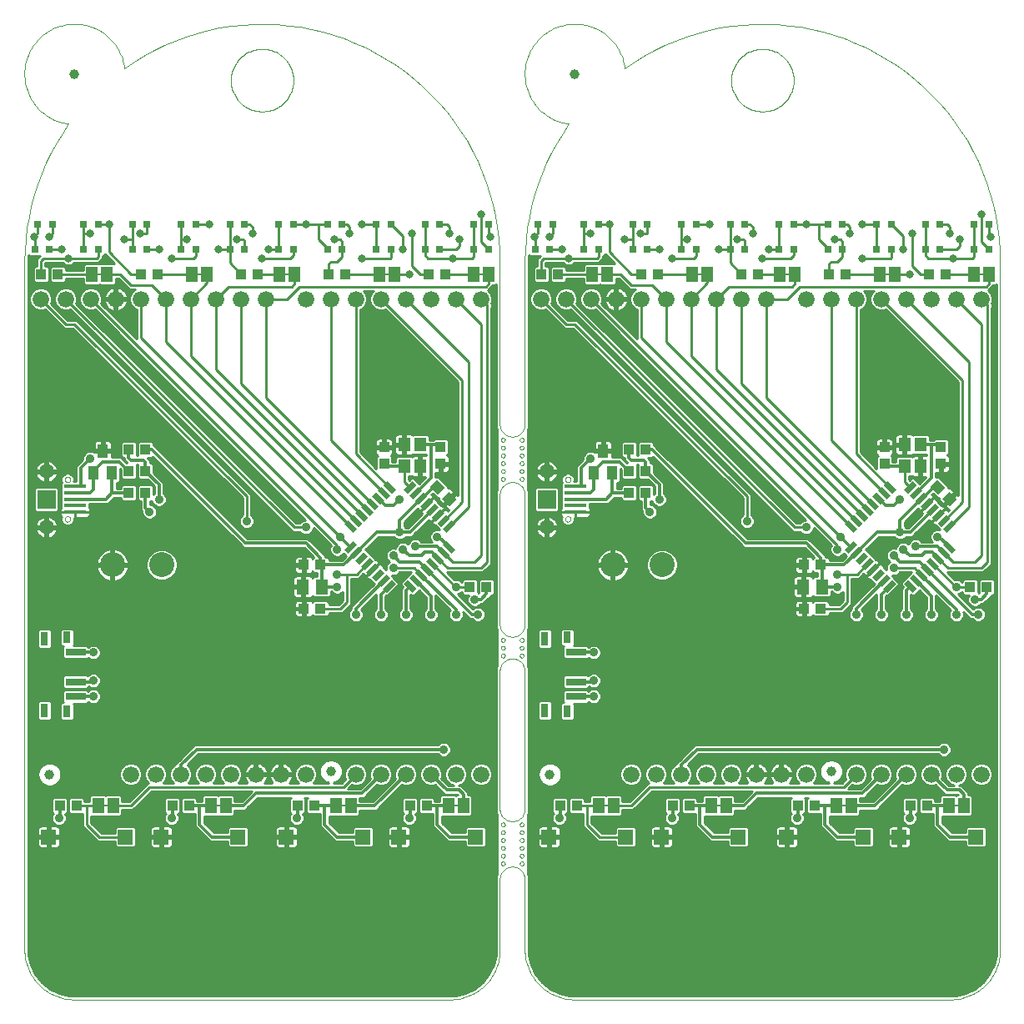
<source format=gtl>
G75*
G70*
%OFA0B0*%
%FSLAX24Y24*%
%IPPOS*%
%LPD*%
%AMOC8*
5,1,8,0,0,1.08239X$1,22.5*
%
%ADD10C,0.0000*%
%ADD11R,0.0500X0.0220*%
%ADD12R,0.0220X0.0500*%
%ADD13R,0.0394X0.0433*%
%ADD14C,0.0660*%
%ADD15R,0.0433X0.0394*%
%ADD16R,0.0315X0.0315*%
%ADD17R,0.0460X0.0630*%
%ADD18R,0.0787X0.0315*%
%ADD19R,0.0315X0.0472*%
%ADD20R,0.0315X0.0551*%
%ADD21R,0.0512X0.0591*%
%ADD22C,0.0394*%
%ADD23R,0.0886X0.0157*%
%ADD24C,0.0594*%
%ADD25R,0.0748X0.0748*%
%ADD26R,0.0472X0.0551*%
%ADD27R,0.0591X0.0591*%
%ADD28C,0.1000*%
%ADD29R,0.0394X0.0551*%
%ADD30C,0.0100*%
%ADD31C,0.0120*%
%ADD32C,0.0357*%
%ADD33C,0.0317*%
%ADD34C,0.0080*%
D10*
X002655Y001008D02*
X017655Y001008D01*
X017750Y001010D01*
X017845Y001017D01*
X017940Y001028D01*
X018034Y001044D01*
X018127Y001064D01*
X018218Y001089D01*
X018309Y001118D01*
X018398Y001151D01*
X018486Y001189D01*
X018571Y001230D01*
X018655Y001276D01*
X018736Y001325D01*
X018815Y001379D01*
X018891Y001436D01*
X018965Y001497D01*
X019035Y001561D01*
X019102Y001628D01*
X019166Y001698D01*
X019227Y001772D01*
X019284Y001848D01*
X019338Y001927D01*
X019387Y002008D01*
X019433Y002092D01*
X019474Y002177D01*
X019512Y002265D01*
X019545Y002354D01*
X019574Y002445D01*
X019599Y002536D01*
X019619Y002629D01*
X019635Y002723D01*
X019646Y002818D01*
X019653Y002913D01*
X019655Y003008D01*
X019655Y005820D01*
X019657Y005864D01*
X019663Y005907D01*
X019672Y005949D01*
X019685Y005991D01*
X019702Y006031D01*
X019722Y006070D01*
X019745Y006107D01*
X019772Y006141D01*
X019801Y006174D01*
X019834Y006203D01*
X019868Y006230D01*
X019905Y006253D01*
X019944Y006273D01*
X019984Y006290D01*
X020026Y006303D01*
X020068Y006312D01*
X020111Y006318D01*
X020155Y006320D01*
X019701Y006445D02*
X019703Y006463D01*
X019709Y006479D01*
X019718Y006494D01*
X019731Y006507D01*
X019746Y006516D01*
X019762Y006522D01*
X019780Y006524D01*
X019798Y006522D01*
X019814Y006516D01*
X019829Y006507D01*
X019842Y006494D01*
X019851Y006479D01*
X019857Y006463D01*
X019859Y006445D01*
X019857Y006427D01*
X019851Y006411D01*
X019842Y006396D01*
X019829Y006383D01*
X019814Y006374D01*
X019798Y006368D01*
X019780Y006366D01*
X019762Y006368D01*
X019746Y006374D01*
X019731Y006383D01*
X019718Y006396D01*
X019709Y006411D01*
X019703Y006427D01*
X019701Y006445D01*
X019701Y006758D02*
X019703Y006776D01*
X019709Y006792D01*
X019718Y006807D01*
X019731Y006820D01*
X019746Y006829D01*
X019762Y006835D01*
X019780Y006837D01*
X019798Y006835D01*
X019814Y006829D01*
X019829Y006820D01*
X019842Y006807D01*
X019851Y006792D01*
X019857Y006776D01*
X019859Y006758D01*
X019857Y006740D01*
X019851Y006724D01*
X019842Y006709D01*
X019829Y006696D01*
X019814Y006687D01*
X019798Y006681D01*
X019780Y006679D01*
X019762Y006681D01*
X019746Y006687D01*
X019731Y006696D01*
X019718Y006709D01*
X019709Y006724D01*
X019703Y006740D01*
X019701Y006758D01*
X019701Y007070D02*
X019703Y007088D01*
X019709Y007104D01*
X019718Y007119D01*
X019731Y007132D01*
X019746Y007141D01*
X019762Y007147D01*
X019780Y007149D01*
X019798Y007147D01*
X019814Y007141D01*
X019829Y007132D01*
X019842Y007119D01*
X019851Y007104D01*
X019857Y007088D01*
X019859Y007070D01*
X019857Y007052D01*
X019851Y007036D01*
X019842Y007021D01*
X019829Y007008D01*
X019814Y006999D01*
X019798Y006993D01*
X019780Y006991D01*
X019762Y006993D01*
X019746Y006999D01*
X019731Y007008D01*
X019718Y007021D01*
X019709Y007036D01*
X019703Y007052D01*
X019701Y007070D01*
X019701Y007383D02*
X019703Y007401D01*
X019709Y007417D01*
X019718Y007432D01*
X019731Y007445D01*
X019746Y007454D01*
X019762Y007460D01*
X019780Y007462D01*
X019798Y007460D01*
X019814Y007454D01*
X019829Y007445D01*
X019842Y007432D01*
X019851Y007417D01*
X019857Y007401D01*
X019859Y007383D01*
X019857Y007365D01*
X019851Y007349D01*
X019842Y007334D01*
X019829Y007321D01*
X019814Y007312D01*
X019798Y007306D01*
X019780Y007304D01*
X019762Y007306D01*
X019746Y007312D01*
X019731Y007321D01*
X019718Y007334D01*
X019709Y007349D01*
X019703Y007365D01*
X019701Y007383D01*
X019701Y007695D02*
X019703Y007713D01*
X019709Y007729D01*
X019718Y007744D01*
X019731Y007757D01*
X019746Y007766D01*
X019762Y007772D01*
X019780Y007774D01*
X019798Y007772D01*
X019814Y007766D01*
X019829Y007757D01*
X019842Y007744D01*
X019851Y007729D01*
X019857Y007713D01*
X019859Y007695D01*
X019857Y007677D01*
X019851Y007661D01*
X019842Y007646D01*
X019829Y007633D01*
X019814Y007624D01*
X019798Y007618D01*
X019780Y007616D01*
X019762Y007618D01*
X019746Y007624D01*
X019731Y007633D01*
X019718Y007646D01*
X019709Y007661D01*
X019703Y007677D01*
X019701Y007695D01*
X019701Y008008D02*
X019703Y008026D01*
X019709Y008042D01*
X019718Y008057D01*
X019731Y008070D01*
X019746Y008079D01*
X019762Y008085D01*
X019780Y008087D01*
X019798Y008085D01*
X019814Y008079D01*
X019829Y008070D01*
X019842Y008057D01*
X019851Y008042D01*
X019857Y008026D01*
X019859Y008008D01*
X019857Y007990D01*
X019851Y007974D01*
X019842Y007959D01*
X019829Y007946D01*
X019814Y007937D01*
X019798Y007931D01*
X019780Y007929D01*
X019762Y007931D01*
X019746Y007937D01*
X019731Y007946D01*
X019718Y007959D01*
X019709Y007974D01*
X019703Y007990D01*
X019701Y008008D01*
X019655Y008633D02*
X019655Y014133D01*
X019657Y014177D01*
X019663Y014220D01*
X019672Y014262D01*
X019685Y014304D01*
X019702Y014344D01*
X019722Y014383D01*
X019745Y014420D01*
X019772Y014454D01*
X019801Y014487D01*
X019834Y014516D01*
X019868Y014543D01*
X019905Y014566D01*
X019944Y014586D01*
X019984Y014603D01*
X020026Y014616D01*
X020068Y014625D01*
X020111Y014631D01*
X020155Y014633D01*
X019701Y014758D02*
X019703Y014776D01*
X019709Y014792D01*
X019718Y014807D01*
X019731Y014820D01*
X019746Y014829D01*
X019762Y014835D01*
X019780Y014837D01*
X019798Y014835D01*
X019814Y014829D01*
X019829Y014820D01*
X019842Y014807D01*
X019851Y014792D01*
X019857Y014776D01*
X019859Y014758D01*
X019857Y014740D01*
X019851Y014724D01*
X019842Y014709D01*
X019829Y014696D01*
X019814Y014687D01*
X019798Y014681D01*
X019780Y014679D01*
X019762Y014681D01*
X019746Y014687D01*
X019731Y014696D01*
X019718Y014709D01*
X019709Y014724D01*
X019703Y014740D01*
X019701Y014758D01*
X019701Y015070D02*
X019703Y015088D01*
X019709Y015104D01*
X019718Y015119D01*
X019731Y015132D01*
X019746Y015141D01*
X019762Y015147D01*
X019780Y015149D01*
X019798Y015147D01*
X019814Y015141D01*
X019829Y015132D01*
X019842Y015119D01*
X019851Y015104D01*
X019857Y015088D01*
X019859Y015070D01*
X019857Y015052D01*
X019851Y015036D01*
X019842Y015021D01*
X019829Y015008D01*
X019814Y014999D01*
X019798Y014993D01*
X019780Y014991D01*
X019762Y014993D01*
X019746Y014999D01*
X019731Y015008D01*
X019718Y015021D01*
X019709Y015036D01*
X019703Y015052D01*
X019701Y015070D01*
X019701Y015383D02*
X019703Y015401D01*
X019709Y015417D01*
X019718Y015432D01*
X019731Y015445D01*
X019746Y015454D01*
X019762Y015460D01*
X019780Y015462D01*
X019798Y015460D01*
X019814Y015454D01*
X019829Y015445D01*
X019842Y015432D01*
X019851Y015417D01*
X019857Y015401D01*
X019859Y015383D01*
X019857Y015365D01*
X019851Y015349D01*
X019842Y015334D01*
X019829Y015321D01*
X019814Y015312D01*
X019798Y015306D01*
X019780Y015304D01*
X019762Y015306D01*
X019746Y015312D01*
X019731Y015321D01*
X019718Y015334D01*
X019709Y015349D01*
X019703Y015365D01*
X019701Y015383D01*
X019655Y016008D02*
X019655Y021195D01*
X019657Y021239D01*
X019663Y021282D01*
X019672Y021324D01*
X019685Y021366D01*
X019702Y021406D01*
X019722Y021445D01*
X019745Y021482D01*
X019772Y021516D01*
X019801Y021549D01*
X019834Y021578D01*
X019868Y021605D01*
X019905Y021628D01*
X019944Y021648D01*
X019984Y021665D01*
X020026Y021678D01*
X020068Y021687D01*
X020111Y021693D01*
X020155Y021695D01*
X019701Y021820D02*
X019703Y021838D01*
X019709Y021854D01*
X019718Y021869D01*
X019731Y021882D01*
X019746Y021891D01*
X019762Y021897D01*
X019780Y021899D01*
X019798Y021897D01*
X019814Y021891D01*
X019829Y021882D01*
X019842Y021869D01*
X019851Y021854D01*
X019857Y021838D01*
X019859Y021820D01*
X019857Y021802D01*
X019851Y021786D01*
X019842Y021771D01*
X019829Y021758D01*
X019814Y021749D01*
X019798Y021743D01*
X019780Y021741D01*
X019762Y021743D01*
X019746Y021749D01*
X019731Y021758D01*
X019718Y021771D01*
X019709Y021786D01*
X019703Y021802D01*
X019701Y021820D01*
X019701Y022133D02*
X019703Y022151D01*
X019709Y022167D01*
X019718Y022182D01*
X019731Y022195D01*
X019746Y022204D01*
X019762Y022210D01*
X019780Y022212D01*
X019798Y022210D01*
X019814Y022204D01*
X019829Y022195D01*
X019842Y022182D01*
X019851Y022167D01*
X019857Y022151D01*
X019859Y022133D01*
X019857Y022115D01*
X019851Y022099D01*
X019842Y022084D01*
X019829Y022071D01*
X019814Y022062D01*
X019798Y022056D01*
X019780Y022054D01*
X019762Y022056D01*
X019746Y022062D01*
X019731Y022071D01*
X019718Y022084D01*
X019709Y022099D01*
X019703Y022115D01*
X019701Y022133D01*
X019701Y022445D02*
X019703Y022463D01*
X019709Y022479D01*
X019718Y022494D01*
X019731Y022507D01*
X019746Y022516D01*
X019762Y022522D01*
X019780Y022524D01*
X019798Y022522D01*
X019814Y022516D01*
X019829Y022507D01*
X019842Y022494D01*
X019851Y022479D01*
X019857Y022463D01*
X019859Y022445D01*
X019857Y022427D01*
X019851Y022411D01*
X019842Y022396D01*
X019829Y022383D01*
X019814Y022374D01*
X019798Y022368D01*
X019780Y022366D01*
X019762Y022368D01*
X019746Y022374D01*
X019731Y022383D01*
X019718Y022396D01*
X019709Y022411D01*
X019703Y022427D01*
X019701Y022445D01*
X019701Y022758D02*
X019703Y022776D01*
X019709Y022792D01*
X019718Y022807D01*
X019731Y022820D01*
X019746Y022829D01*
X019762Y022835D01*
X019780Y022837D01*
X019798Y022835D01*
X019814Y022829D01*
X019829Y022820D01*
X019842Y022807D01*
X019851Y022792D01*
X019857Y022776D01*
X019859Y022758D01*
X019857Y022740D01*
X019851Y022724D01*
X019842Y022709D01*
X019829Y022696D01*
X019814Y022687D01*
X019798Y022681D01*
X019780Y022679D01*
X019762Y022681D01*
X019746Y022687D01*
X019731Y022696D01*
X019718Y022709D01*
X019709Y022724D01*
X019703Y022740D01*
X019701Y022758D01*
X019701Y023070D02*
X019703Y023088D01*
X019709Y023104D01*
X019718Y023119D01*
X019731Y023132D01*
X019746Y023141D01*
X019762Y023147D01*
X019780Y023149D01*
X019798Y023147D01*
X019814Y023141D01*
X019829Y023132D01*
X019842Y023119D01*
X019851Y023104D01*
X019857Y023088D01*
X019859Y023070D01*
X019857Y023052D01*
X019851Y023036D01*
X019842Y023021D01*
X019829Y023008D01*
X019814Y022999D01*
X019798Y022993D01*
X019780Y022991D01*
X019762Y022993D01*
X019746Y022999D01*
X019731Y023008D01*
X019718Y023021D01*
X019709Y023036D01*
X019703Y023052D01*
X019701Y023070D01*
X019701Y023383D02*
X019703Y023401D01*
X019709Y023417D01*
X019718Y023432D01*
X019731Y023445D01*
X019746Y023454D01*
X019762Y023460D01*
X019780Y023462D01*
X019798Y023460D01*
X019814Y023454D01*
X019829Y023445D01*
X019842Y023432D01*
X019851Y023417D01*
X019857Y023401D01*
X019859Y023383D01*
X019857Y023365D01*
X019851Y023349D01*
X019842Y023334D01*
X019829Y023321D01*
X019814Y023312D01*
X019798Y023306D01*
X019780Y023304D01*
X019762Y023306D01*
X019746Y023312D01*
X019731Y023321D01*
X019718Y023334D01*
X019709Y023349D01*
X019703Y023365D01*
X019701Y023383D01*
X019655Y024008D02*
X019655Y030508D01*
X020655Y030508D02*
X020655Y024008D01*
X020653Y023964D01*
X020647Y023921D01*
X020638Y023879D01*
X020625Y023837D01*
X020608Y023797D01*
X020588Y023758D01*
X020565Y023721D01*
X020538Y023687D01*
X020509Y023654D01*
X020476Y023625D01*
X020442Y023598D01*
X020405Y023575D01*
X020366Y023555D01*
X020326Y023538D01*
X020284Y023525D01*
X020242Y023516D01*
X020199Y023510D01*
X020155Y023508D01*
X020451Y023383D02*
X020453Y023401D01*
X020459Y023417D01*
X020468Y023432D01*
X020481Y023445D01*
X020496Y023454D01*
X020512Y023460D01*
X020530Y023462D01*
X020548Y023460D01*
X020564Y023454D01*
X020579Y023445D01*
X020592Y023432D01*
X020601Y023417D01*
X020607Y023401D01*
X020609Y023383D01*
X020607Y023365D01*
X020601Y023349D01*
X020592Y023334D01*
X020579Y023321D01*
X020564Y023312D01*
X020548Y023306D01*
X020530Y023304D01*
X020512Y023306D01*
X020496Y023312D01*
X020481Y023321D01*
X020468Y023334D01*
X020459Y023349D01*
X020453Y023365D01*
X020451Y023383D01*
X020451Y023070D02*
X020453Y023088D01*
X020459Y023104D01*
X020468Y023119D01*
X020481Y023132D01*
X020496Y023141D01*
X020512Y023147D01*
X020530Y023149D01*
X020548Y023147D01*
X020564Y023141D01*
X020579Y023132D01*
X020592Y023119D01*
X020601Y023104D01*
X020607Y023088D01*
X020609Y023070D01*
X020607Y023052D01*
X020601Y023036D01*
X020592Y023021D01*
X020579Y023008D01*
X020564Y022999D01*
X020548Y022993D01*
X020530Y022991D01*
X020512Y022993D01*
X020496Y022999D01*
X020481Y023008D01*
X020468Y023021D01*
X020459Y023036D01*
X020453Y023052D01*
X020451Y023070D01*
X020451Y022758D02*
X020453Y022776D01*
X020459Y022792D01*
X020468Y022807D01*
X020481Y022820D01*
X020496Y022829D01*
X020512Y022835D01*
X020530Y022837D01*
X020548Y022835D01*
X020564Y022829D01*
X020579Y022820D01*
X020592Y022807D01*
X020601Y022792D01*
X020607Y022776D01*
X020609Y022758D01*
X020607Y022740D01*
X020601Y022724D01*
X020592Y022709D01*
X020579Y022696D01*
X020564Y022687D01*
X020548Y022681D01*
X020530Y022679D01*
X020512Y022681D01*
X020496Y022687D01*
X020481Y022696D01*
X020468Y022709D01*
X020459Y022724D01*
X020453Y022740D01*
X020451Y022758D01*
X020451Y022445D02*
X020453Y022463D01*
X020459Y022479D01*
X020468Y022494D01*
X020481Y022507D01*
X020496Y022516D01*
X020512Y022522D01*
X020530Y022524D01*
X020548Y022522D01*
X020564Y022516D01*
X020579Y022507D01*
X020592Y022494D01*
X020601Y022479D01*
X020607Y022463D01*
X020609Y022445D01*
X020607Y022427D01*
X020601Y022411D01*
X020592Y022396D01*
X020579Y022383D01*
X020564Y022374D01*
X020548Y022368D01*
X020530Y022366D01*
X020512Y022368D01*
X020496Y022374D01*
X020481Y022383D01*
X020468Y022396D01*
X020459Y022411D01*
X020453Y022427D01*
X020451Y022445D01*
X020451Y022133D02*
X020453Y022151D01*
X020459Y022167D01*
X020468Y022182D01*
X020481Y022195D01*
X020496Y022204D01*
X020512Y022210D01*
X020530Y022212D01*
X020548Y022210D01*
X020564Y022204D01*
X020579Y022195D01*
X020592Y022182D01*
X020601Y022167D01*
X020607Y022151D01*
X020609Y022133D01*
X020607Y022115D01*
X020601Y022099D01*
X020592Y022084D01*
X020579Y022071D01*
X020564Y022062D01*
X020548Y022056D01*
X020530Y022054D01*
X020512Y022056D01*
X020496Y022062D01*
X020481Y022071D01*
X020468Y022084D01*
X020459Y022099D01*
X020453Y022115D01*
X020451Y022133D01*
X020451Y021820D02*
X020453Y021838D01*
X020459Y021854D01*
X020468Y021869D01*
X020481Y021882D01*
X020496Y021891D01*
X020512Y021897D01*
X020530Y021899D01*
X020548Y021897D01*
X020564Y021891D01*
X020579Y021882D01*
X020592Y021869D01*
X020601Y021854D01*
X020607Y021838D01*
X020609Y021820D01*
X020607Y021802D01*
X020601Y021786D01*
X020592Y021771D01*
X020579Y021758D01*
X020564Y021749D01*
X020548Y021743D01*
X020530Y021741D01*
X020512Y021743D01*
X020496Y021749D01*
X020481Y021758D01*
X020468Y021771D01*
X020459Y021786D01*
X020453Y021802D01*
X020451Y021820D01*
X020655Y021195D02*
X020655Y016008D01*
X020653Y015964D01*
X020647Y015921D01*
X020638Y015879D01*
X020625Y015837D01*
X020608Y015797D01*
X020588Y015758D01*
X020565Y015721D01*
X020538Y015687D01*
X020509Y015654D01*
X020476Y015625D01*
X020442Y015598D01*
X020405Y015575D01*
X020366Y015555D01*
X020326Y015538D01*
X020284Y015525D01*
X020242Y015516D01*
X020199Y015510D01*
X020155Y015508D01*
X020451Y015383D02*
X020453Y015401D01*
X020459Y015417D01*
X020468Y015432D01*
X020481Y015445D01*
X020496Y015454D01*
X020512Y015460D01*
X020530Y015462D01*
X020548Y015460D01*
X020564Y015454D01*
X020579Y015445D01*
X020592Y015432D01*
X020601Y015417D01*
X020607Y015401D01*
X020609Y015383D01*
X020607Y015365D01*
X020601Y015349D01*
X020592Y015334D01*
X020579Y015321D01*
X020564Y015312D01*
X020548Y015306D01*
X020530Y015304D01*
X020512Y015306D01*
X020496Y015312D01*
X020481Y015321D01*
X020468Y015334D01*
X020459Y015349D01*
X020453Y015365D01*
X020451Y015383D01*
X020451Y015070D02*
X020453Y015088D01*
X020459Y015104D01*
X020468Y015119D01*
X020481Y015132D01*
X020496Y015141D01*
X020512Y015147D01*
X020530Y015149D01*
X020548Y015147D01*
X020564Y015141D01*
X020579Y015132D01*
X020592Y015119D01*
X020601Y015104D01*
X020607Y015088D01*
X020609Y015070D01*
X020607Y015052D01*
X020601Y015036D01*
X020592Y015021D01*
X020579Y015008D01*
X020564Y014999D01*
X020548Y014993D01*
X020530Y014991D01*
X020512Y014993D01*
X020496Y014999D01*
X020481Y015008D01*
X020468Y015021D01*
X020459Y015036D01*
X020453Y015052D01*
X020451Y015070D01*
X020451Y014758D02*
X020453Y014776D01*
X020459Y014792D01*
X020468Y014807D01*
X020481Y014820D01*
X020496Y014829D01*
X020512Y014835D01*
X020530Y014837D01*
X020548Y014835D01*
X020564Y014829D01*
X020579Y014820D01*
X020592Y014807D01*
X020601Y014792D01*
X020607Y014776D01*
X020609Y014758D01*
X020607Y014740D01*
X020601Y014724D01*
X020592Y014709D01*
X020579Y014696D01*
X020564Y014687D01*
X020548Y014681D01*
X020530Y014679D01*
X020512Y014681D01*
X020496Y014687D01*
X020481Y014696D01*
X020468Y014709D01*
X020459Y014724D01*
X020453Y014740D01*
X020451Y014758D01*
X020655Y014133D02*
X020655Y008633D01*
X020653Y008589D01*
X020647Y008546D01*
X020638Y008504D01*
X020625Y008462D01*
X020608Y008422D01*
X020588Y008383D01*
X020565Y008346D01*
X020538Y008312D01*
X020509Y008279D01*
X020476Y008250D01*
X020442Y008223D01*
X020405Y008200D01*
X020366Y008180D01*
X020326Y008163D01*
X020284Y008150D01*
X020242Y008141D01*
X020199Y008135D01*
X020155Y008133D01*
X020451Y008008D02*
X020453Y008026D01*
X020459Y008042D01*
X020468Y008057D01*
X020481Y008070D01*
X020496Y008079D01*
X020512Y008085D01*
X020530Y008087D01*
X020548Y008085D01*
X020564Y008079D01*
X020579Y008070D01*
X020592Y008057D01*
X020601Y008042D01*
X020607Y008026D01*
X020609Y008008D01*
X020607Y007990D01*
X020601Y007974D01*
X020592Y007959D01*
X020579Y007946D01*
X020564Y007937D01*
X020548Y007931D01*
X020530Y007929D01*
X020512Y007931D01*
X020496Y007937D01*
X020481Y007946D01*
X020468Y007959D01*
X020459Y007974D01*
X020453Y007990D01*
X020451Y008008D01*
X020451Y007695D02*
X020453Y007713D01*
X020459Y007729D01*
X020468Y007744D01*
X020481Y007757D01*
X020496Y007766D01*
X020512Y007772D01*
X020530Y007774D01*
X020548Y007772D01*
X020564Y007766D01*
X020579Y007757D01*
X020592Y007744D01*
X020601Y007729D01*
X020607Y007713D01*
X020609Y007695D01*
X020607Y007677D01*
X020601Y007661D01*
X020592Y007646D01*
X020579Y007633D01*
X020564Y007624D01*
X020548Y007618D01*
X020530Y007616D01*
X020512Y007618D01*
X020496Y007624D01*
X020481Y007633D01*
X020468Y007646D01*
X020459Y007661D01*
X020453Y007677D01*
X020451Y007695D01*
X020451Y007383D02*
X020453Y007401D01*
X020459Y007417D01*
X020468Y007432D01*
X020481Y007445D01*
X020496Y007454D01*
X020512Y007460D01*
X020530Y007462D01*
X020548Y007460D01*
X020564Y007454D01*
X020579Y007445D01*
X020592Y007432D01*
X020601Y007417D01*
X020607Y007401D01*
X020609Y007383D01*
X020607Y007365D01*
X020601Y007349D01*
X020592Y007334D01*
X020579Y007321D01*
X020564Y007312D01*
X020548Y007306D01*
X020530Y007304D01*
X020512Y007306D01*
X020496Y007312D01*
X020481Y007321D01*
X020468Y007334D01*
X020459Y007349D01*
X020453Y007365D01*
X020451Y007383D01*
X020451Y007070D02*
X020453Y007088D01*
X020459Y007104D01*
X020468Y007119D01*
X020481Y007132D01*
X020496Y007141D01*
X020512Y007147D01*
X020530Y007149D01*
X020548Y007147D01*
X020564Y007141D01*
X020579Y007132D01*
X020592Y007119D01*
X020601Y007104D01*
X020607Y007088D01*
X020609Y007070D01*
X020607Y007052D01*
X020601Y007036D01*
X020592Y007021D01*
X020579Y007008D01*
X020564Y006999D01*
X020548Y006993D01*
X020530Y006991D01*
X020512Y006993D01*
X020496Y006999D01*
X020481Y007008D01*
X020468Y007021D01*
X020459Y007036D01*
X020453Y007052D01*
X020451Y007070D01*
X020451Y006758D02*
X020453Y006776D01*
X020459Y006792D01*
X020468Y006807D01*
X020481Y006820D01*
X020496Y006829D01*
X020512Y006835D01*
X020530Y006837D01*
X020548Y006835D01*
X020564Y006829D01*
X020579Y006820D01*
X020592Y006807D01*
X020601Y006792D01*
X020607Y006776D01*
X020609Y006758D01*
X020607Y006740D01*
X020601Y006724D01*
X020592Y006709D01*
X020579Y006696D01*
X020564Y006687D01*
X020548Y006681D01*
X020530Y006679D01*
X020512Y006681D01*
X020496Y006687D01*
X020481Y006696D01*
X020468Y006709D01*
X020459Y006724D01*
X020453Y006740D01*
X020451Y006758D01*
X020451Y006445D02*
X020453Y006463D01*
X020459Y006479D01*
X020468Y006494D01*
X020481Y006507D01*
X020496Y006516D01*
X020512Y006522D01*
X020530Y006524D01*
X020548Y006522D01*
X020564Y006516D01*
X020579Y006507D01*
X020592Y006494D01*
X020601Y006479D01*
X020607Y006463D01*
X020609Y006445D01*
X020607Y006427D01*
X020601Y006411D01*
X020592Y006396D01*
X020579Y006383D01*
X020564Y006374D01*
X020548Y006368D01*
X020530Y006366D01*
X020512Y006368D01*
X020496Y006374D01*
X020481Y006383D01*
X020468Y006396D01*
X020459Y006411D01*
X020453Y006427D01*
X020451Y006445D01*
X020655Y005820D02*
X020655Y003008D01*
X020657Y002913D01*
X020664Y002818D01*
X020675Y002723D01*
X020691Y002629D01*
X020711Y002536D01*
X020736Y002445D01*
X020765Y002354D01*
X020798Y002265D01*
X020836Y002177D01*
X020877Y002092D01*
X020923Y002008D01*
X020972Y001927D01*
X021026Y001848D01*
X021083Y001772D01*
X021144Y001698D01*
X021208Y001628D01*
X021275Y001561D01*
X021345Y001497D01*
X021419Y001436D01*
X021495Y001379D01*
X021574Y001325D01*
X021655Y001276D01*
X021739Y001230D01*
X021824Y001189D01*
X021912Y001151D01*
X022001Y001118D01*
X022092Y001089D01*
X022183Y001064D01*
X022276Y001044D01*
X022370Y001028D01*
X022465Y001017D01*
X022560Y001010D01*
X022655Y001008D01*
X037655Y001008D01*
X037750Y001010D01*
X037845Y001017D01*
X037940Y001028D01*
X038034Y001044D01*
X038127Y001064D01*
X038218Y001089D01*
X038309Y001118D01*
X038398Y001151D01*
X038486Y001189D01*
X038571Y001230D01*
X038655Y001276D01*
X038736Y001325D01*
X038815Y001379D01*
X038891Y001436D01*
X038965Y001497D01*
X039035Y001561D01*
X039102Y001628D01*
X039166Y001698D01*
X039227Y001772D01*
X039284Y001848D01*
X039338Y001927D01*
X039387Y002008D01*
X039433Y002092D01*
X039474Y002177D01*
X039512Y002265D01*
X039545Y002354D01*
X039574Y002445D01*
X039599Y002536D01*
X039619Y002629D01*
X039635Y002723D01*
X039646Y002818D01*
X039653Y002913D01*
X039655Y003008D01*
X039655Y030508D01*
X039644Y030970D01*
X039610Y031431D01*
X039554Y031890D01*
X039476Y032345D01*
X039375Y032796D01*
X039253Y033242D01*
X039109Y033681D01*
X038944Y034113D01*
X038759Y034536D01*
X038553Y034950D01*
X038327Y035353D01*
X038081Y035745D01*
X037817Y036124D01*
X037535Y036490D01*
X037235Y036842D01*
X036919Y037179D01*
X036586Y037500D01*
X036239Y037804D01*
X035877Y038092D01*
X035501Y038361D01*
X035113Y038612D01*
X034713Y038843D01*
X034302Y039055D01*
X033881Y039247D01*
X033452Y039418D01*
X033015Y039567D01*
X032571Y039696D01*
X032121Y039802D01*
X031667Y039887D01*
X031209Y039949D01*
X030748Y039989D01*
X030287Y040007D01*
X029824Y040002D01*
X029363Y039975D01*
X028904Y039925D01*
X028447Y039853D01*
X027995Y039759D01*
X027547Y039643D01*
X027106Y039505D01*
X026672Y039346D01*
X026246Y039167D01*
X025830Y038966D01*
X025424Y038746D01*
X025028Y038506D01*
X024646Y038247D01*
X024645Y038248D02*
X024631Y038344D01*
X024612Y038440D01*
X024589Y038535D01*
X024561Y038628D01*
X024528Y038720D01*
X024492Y038810D01*
X024450Y038898D01*
X024405Y038984D01*
X024356Y039068D01*
X024302Y039150D01*
X024245Y039228D01*
X024183Y039304D01*
X024119Y039377D01*
X024050Y039446D01*
X023979Y039513D01*
X023904Y039575D01*
X023826Y039634D01*
X023746Y039689D01*
X023663Y039740D01*
X023578Y039787D01*
X023490Y039830D01*
X023401Y039868D01*
X023309Y039902D01*
X023217Y039932D01*
X023123Y039957D01*
X023027Y039977D01*
X022931Y039993D01*
X022834Y040004D01*
X022737Y040010D01*
X022640Y040012D01*
X022542Y040009D01*
X022445Y040001D01*
X022349Y039988D01*
X022253Y039971D01*
X022158Y039949D01*
X022064Y039923D01*
X021972Y039892D01*
X021881Y039857D01*
X021792Y039817D01*
X021705Y039773D01*
X021621Y039724D01*
X021538Y039672D01*
X021459Y039616D01*
X021382Y039556D01*
X021308Y039492D01*
X021238Y039425D01*
X021171Y039355D01*
X021107Y039281D01*
X021047Y039204D01*
X020991Y039125D01*
X020939Y039042D01*
X020890Y038958D01*
X020846Y038871D01*
X020806Y038782D01*
X020771Y038691D01*
X020740Y038599D01*
X020714Y038505D01*
X020692Y038410D01*
X020675Y038314D01*
X020662Y038218D01*
X020654Y038121D01*
X020651Y038023D01*
X020653Y037926D01*
X020659Y037829D01*
X020670Y037732D01*
X020686Y037636D01*
X020706Y037540D01*
X020731Y037446D01*
X020761Y037354D01*
X020795Y037262D01*
X020833Y037173D01*
X020876Y037085D01*
X020923Y037000D01*
X020974Y036917D01*
X021029Y036837D01*
X021088Y036759D01*
X021150Y036684D01*
X021217Y036613D01*
X021286Y036544D01*
X021359Y036480D01*
X021435Y036418D01*
X021513Y036361D01*
X021595Y036307D01*
X021679Y036258D01*
X021765Y036213D01*
X021853Y036171D01*
X021943Y036135D01*
X022035Y036102D01*
X022128Y036074D01*
X022223Y036051D01*
X022319Y036032D01*
X022415Y036018D01*
X028905Y037758D02*
X028907Y037828D01*
X028913Y037898D01*
X028923Y037967D01*
X028936Y038036D01*
X028954Y038104D01*
X028975Y038171D01*
X029000Y038236D01*
X029029Y038300D01*
X029061Y038363D01*
X029097Y038423D01*
X029136Y038481D01*
X029178Y038537D01*
X029223Y038591D01*
X029271Y038642D01*
X029322Y038690D01*
X029376Y038735D01*
X029432Y038777D01*
X029490Y038816D01*
X029550Y038852D01*
X029613Y038884D01*
X029677Y038913D01*
X029742Y038938D01*
X029809Y038959D01*
X029877Y038977D01*
X029946Y038990D01*
X030015Y039000D01*
X030085Y039006D01*
X030155Y039008D01*
X030225Y039006D01*
X030295Y039000D01*
X030364Y038990D01*
X030433Y038977D01*
X030501Y038959D01*
X030568Y038938D01*
X030633Y038913D01*
X030697Y038884D01*
X030760Y038852D01*
X030820Y038816D01*
X030878Y038777D01*
X030934Y038735D01*
X030988Y038690D01*
X031039Y038642D01*
X031087Y038591D01*
X031132Y038537D01*
X031174Y038481D01*
X031213Y038423D01*
X031249Y038363D01*
X031281Y038300D01*
X031310Y038236D01*
X031335Y038171D01*
X031356Y038104D01*
X031374Y038036D01*
X031387Y037967D01*
X031397Y037898D01*
X031403Y037828D01*
X031405Y037758D01*
X031403Y037688D01*
X031397Y037618D01*
X031387Y037549D01*
X031374Y037480D01*
X031356Y037412D01*
X031335Y037345D01*
X031310Y037280D01*
X031281Y037216D01*
X031249Y037153D01*
X031213Y037093D01*
X031174Y037035D01*
X031132Y036979D01*
X031087Y036925D01*
X031039Y036874D01*
X030988Y036826D01*
X030934Y036781D01*
X030878Y036739D01*
X030820Y036700D01*
X030760Y036664D01*
X030697Y036632D01*
X030633Y036603D01*
X030568Y036578D01*
X030501Y036557D01*
X030433Y036539D01*
X030364Y036526D01*
X030295Y036516D01*
X030225Y036510D01*
X030155Y036508D01*
X030085Y036510D01*
X030015Y036516D01*
X029946Y036526D01*
X029877Y036539D01*
X029809Y036557D01*
X029742Y036578D01*
X029677Y036603D01*
X029613Y036632D01*
X029550Y036664D01*
X029490Y036700D01*
X029432Y036739D01*
X029376Y036781D01*
X029322Y036826D01*
X029271Y036874D01*
X029223Y036925D01*
X029178Y036979D01*
X029136Y037035D01*
X029097Y037093D01*
X029061Y037153D01*
X029029Y037216D01*
X029000Y037280D01*
X028975Y037345D01*
X028954Y037412D01*
X028936Y037480D01*
X028923Y037549D01*
X028913Y037618D01*
X028907Y037688D01*
X028905Y037758D01*
X022416Y036017D02*
X022162Y035643D01*
X021927Y035257D01*
X021711Y034860D01*
X021513Y034454D01*
X021335Y034038D01*
X021177Y033614D01*
X021040Y033184D01*
X020923Y032747D01*
X020827Y032305D01*
X020752Y031860D01*
X020698Y031411D01*
X020666Y030960D01*
X020655Y030508D01*
X019655Y024008D02*
X019657Y023964D01*
X019663Y023921D01*
X019672Y023879D01*
X019685Y023837D01*
X019702Y023797D01*
X019722Y023758D01*
X019745Y023721D01*
X019772Y023687D01*
X019801Y023654D01*
X019834Y023625D01*
X019868Y023598D01*
X019905Y023575D01*
X019944Y023555D01*
X019984Y023538D01*
X020026Y023525D01*
X020068Y023516D01*
X020111Y023510D01*
X020155Y023508D01*
X020155Y021695D02*
X020199Y021693D01*
X020242Y021687D01*
X020284Y021678D01*
X020326Y021665D01*
X020366Y021648D01*
X020405Y021628D01*
X020442Y021605D01*
X020476Y021578D01*
X020509Y021549D01*
X020538Y021516D01*
X020565Y021482D01*
X020588Y021445D01*
X020608Y021406D01*
X020625Y021366D01*
X020638Y021324D01*
X020647Y021282D01*
X020653Y021239D01*
X020655Y021195D01*
X022269Y021795D02*
X022271Y021815D01*
X022277Y021835D01*
X022286Y021853D01*
X022299Y021870D01*
X022314Y021883D01*
X022332Y021893D01*
X022352Y021900D01*
X022372Y021903D01*
X022392Y021902D01*
X022412Y021897D01*
X022431Y021889D01*
X022448Y021877D01*
X022462Y021862D01*
X022473Y021844D01*
X022481Y021825D01*
X022485Y021805D01*
X022485Y021785D01*
X022481Y021765D01*
X022473Y021746D01*
X022462Y021728D01*
X022448Y021713D01*
X022431Y021701D01*
X022412Y021693D01*
X022392Y021688D01*
X022372Y021687D01*
X022352Y021690D01*
X022332Y021697D01*
X022314Y021707D01*
X022299Y021720D01*
X022286Y021737D01*
X022277Y021755D01*
X022271Y021775D01*
X022269Y021795D01*
X022269Y020220D02*
X022271Y020240D01*
X022277Y020260D01*
X022286Y020278D01*
X022299Y020295D01*
X022314Y020308D01*
X022332Y020318D01*
X022352Y020325D01*
X022372Y020328D01*
X022392Y020327D01*
X022412Y020322D01*
X022431Y020314D01*
X022448Y020302D01*
X022462Y020287D01*
X022473Y020269D01*
X022481Y020250D01*
X022485Y020230D01*
X022485Y020210D01*
X022481Y020190D01*
X022473Y020171D01*
X022462Y020153D01*
X022448Y020138D01*
X022431Y020126D01*
X022412Y020118D01*
X022392Y020113D01*
X022372Y020112D01*
X022352Y020115D01*
X022332Y020122D01*
X022314Y020132D01*
X022299Y020145D01*
X022286Y020162D01*
X022277Y020180D01*
X022271Y020200D01*
X022269Y020220D01*
X019655Y016008D02*
X019657Y015964D01*
X019663Y015921D01*
X019672Y015879D01*
X019685Y015837D01*
X019702Y015797D01*
X019722Y015758D01*
X019745Y015721D01*
X019772Y015687D01*
X019801Y015654D01*
X019834Y015625D01*
X019868Y015598D01*
X019905Y015575D01*
X019944Y015555D01*
X019984Y015538D01*
X020026Y015525D01*
X020068Y015516D01*
X020111Y015510D01*
X020155Y015508D01*
X020155Y014633D02*
X020199Y014631D01*
X020242Y014625D01*
X020284Y014616D01*
X020326Y014603D01*
X020366Y014586D01*
X020405Y014566D01*
X020442Y014543D01*
X020476Y014516D01*
X020509Y014487D01*
X020538Y014454D01*
X020565Y014420D01*
X020588Y014383D01*
X020608Y014344D01*
X020625Y014304D01*
X020638Y014262D01*
X020647Y014220D01*
X020653Y014177D01*
X020655Y014133D01*
X019655Y008633D02*
X019657Y008589D01*
X019663Y008546D01*
X019672Y008504D01*
X019685Y008462D01*
X019702Y008422D01*
X019722Y008383D01*
X019745Y008346D01*
X019772Y008312D01*
X019801Y008279D01*
X019834Y008250D01*
X019868Y008223D01*
X019905Y008200D01*
X019944Y008180D01*
X019984Y008163D01*
X020026Y008150D01*
X020068Y008141D01*
X020111Y008135D01*
X020155Y008133D01*
X020155Y006320D02*
X020199Y006318D01*
X020242Y006312D01*
X020284Y006303D01*
X020326Y006290D01*
X020366Y006273D01*
X020405Y006253D01*
X020442Y006230D01*
X020476Y006203D01*
X020509Y006174D01*
X020538Y006141D01*
X020565Y006107D01*
X020588Y006070D01*
X020608Y006031D01*
X020625Y005991D01*
X020638Y005949D01*
X020647Y005907D01*
X020653Y005864D01*
X020655Y005820D01*
X002655Y001008D02*
X002560Y001010D01*
X002465Y001017D01*
X002370Y001028D01*
X002276Y001044D01*
X002183Y001064D01*
X002092Y001089D01*
X002001Y001118D01*
X001912Y001151D01*
X001824Y001189D01*
X001739Y001230D01*
X001655Y001276D01*
X001574Y001325D01*
X001495Y001379D01*
X001419Y001436D01*
X001345Y001497D01*
X001275Y001561D01*
X001208Y001628D01*
X001144Y001698D01*
X001083Y001772D01*
X001026Y001848D01*
X000972Y001927D01*
X000923Y002008D01*
X000877Y002092D01*
X000836Y002177D01*
X000798Y002265D01*
X000765Y002354D01*
X000736Y002445D01*
X000711Y002536D01*
X000691Y002629D01*
X000675Y002723D01*
X000664Y002818D01*
X000657Y002913D01*
X000655Y003008D01*
X000655Y030508D01*
X002415Y036018D02*
X002319Y036032D01*
X002223Y036051D01*
X002128Y036074D01*
X002035Y036102D01*
X001943Y036135D01*
X001853Y036171D01*
X001765Y036213D01*
X001679Y036258D01*
X001595Y036307D01*
X001513Y036361D01*
X001435Y036418D01*
X001359Y036480D01*
X001286Y036544D01*
X001217Y036613D01*
X001150Y036684D01*
X001088Y036759D01*
X001029Y036837D01*
X000974Y036917D01*
X000923Y037000D01*
X000876Y037085D01*
X000833Y037173D01*
X000795Y037262D01*
X000761Y037354D01*
X000731Y037446D01*
X000706Y037540D01*
X000686Y037636D01*
X000670Y037732D01*
X000659Y037829D01*
X000653Y037926D01*
X000651Y038023D01*
X000654Y038121D01*
X000662Y038218D01*
X000675Y038314D01*
X000692Y038410D01*
X000714Y038505D01*
X000740Y038599D01*
X000771Y038691D01*
X000806Y038782D01*
X000846Y038871D01*
X000890Y038958D01*
X000939Y039042D01*
X000991Y039125D01*
X001047Y039204D01*
X001107Y039281D01*
X001171Y039355D01*
X001238Y039425D01*
X001308Y039492D01*
X001382Y039556D01*
X001459Y039616D01*
X001538Y039672D01*
X001621Y039724D01*
X001705Y039773D01*
X001792Y039817D01*
X001881Y039857D01*
X001972Y039892D01*
X002064Y039923D01*
X002158Y039949D01*
X002253Y039971D01*
X002349Y039988D01*
X002445Y040001D01*
X002542Y040009D01*
X002640Y040012D01*
X002737Y040010D01*
X002834Y040004D01*
X002931Y039993D01*
X003027Y039977D01*
X003123Y039957D01*
X003217Y039932D01*
X003309Y039902D01*
X003401Y039868D01*
X003490Y039830D01*
X003578Y039787D01*
X003663Y039740D01*
X003746Y039689D01*
X003826Y039634D01*
X003904Y039575D01*
X003979Y039513D01*
X004050Y039446D01*
X004119Y039377D01*
X004183Y039304D01*
X004245Y039228D01*
X004302Y039150D01*
X004356Y039068D01*
X004405Y038984D01*
X004450Y038898D01*
X004492Y038810D01*
X004528Y038720D01*
X004561Y038628D01*
X004589Y038535D01*
X004612Y038440D01*
X004631Y038344D01*
X004645Y038248D01*
X008905Y037758D02*
X008907Y037828D01*
X008913Y037898D01*
X008923Y037967D01*
X008936Y038036D01*
X008954Y038104D01*
X008975Y038171D01*
X009000Y038236D01*
X009029Y038300D01*
X009061Y038363D01*
X009097Y038423D01*
X009136Y038481D01*
X009178Y038537D01*
X009223Y038591D01*
X009271Y038642D01*
X009322Y038690D01*
X009376Y038735D01*
X009432Y038777D01*
X009490Y038816D01*
X009550Y038852D01*
X009613Y038884D01*
X009677Y038913D01*
X009742Y038938D01*
X009809Y038959D01*
X009877Y038977D01*
X009946Y038990D01*
X010015Y039000D01*
X010085Y039006D01*
X010155Y039008D01*
X010225Y039006D01*
X010295Y039000D01*
X010364Y038990D01*
X010433Y038977D01*
X010501Y038959D01*
X010568Y038938D01*
X010633Y038913D01*
X010697Y038884D01*
X010760Y038852D01*
X010820Y038816D01*
X010878Y038777D01*
X010934Y038735D01*
X010988Y038690D01*
X011039Y038642D01*
X011087Y038591D01*
X011132Y038537D01*
X011174Y038481D01*
X011213Y038423D01*
X011249Y038363D01*
X011281Y038300D01*
X011310Y038236D01*
X011335Y038171D01*
X011356Y038104D01*
X011374Y038036D01*
X011387Y037967D01*
X011397Y037898D01*
X011403Y037828D01*
X011405Y037758D01*
X011403Y037688D01*
X011397Y037618D01*
X011387Y037549D01*
X011374Y037480D01*
X011356Y037412D01*
X011335Y037345D01*
X011310Y037280D01*
X011281Y037216D01*
X011249Y037153D01*
X011213Y037093D01*
X011174Y037035D01*
X011132Y036979D01*
X011087Y036925D01*
X011039Y036874D01*
X010988Y036826D01*
X010934Y036781D01*
X010878Y036739D01*
X010820Y036700D01*
X010760Y036664D01*
X010697Y036632D01*
X010633Y036603D01*
X010568Y036578D01*
X010501Y036557D01*
X010433Y036539D01*
X010364Y036526D01*
X010295Y036516D01*
X010225Y036510D01*
X010155Y036508D01*
X010085Y036510D01*
X010015Y036516D01*
X009946Y036526D01*
X009877Y036539D01*
X009809Y036557D01*
X009742Y036578D01*
X009677Y036603D01*
X009613Y036632D01*
X009550Y036664D01*
X009490Y036700D01*
X009432Y036739D01*
X009376Y036781D01*
X009322Y036826D01*
X009271Y036874D01*
X009223Y036925D01*
X009178Y036979D01*
X009136Y037035D01*
X009097Y037093D01*
X009061Y037153D01*
X009029Y037216D01*
X009000Y037280D01*
X008975Y037345D01*
X008954Y037412D01*
X008936Y037480D01*
X008923Y037549D01*
X008913Y037618D01*
X008907Y037688D01*
X008905Y037758D01*
X004646Y038247D02*
X005028Y038506D01*
X005424Y038746D01*
X005830Y038966D01*
X006246Y039167D01*
X006672Y039346D01*
X007106Y039505D01*
X007547Y039643D01*
X007995Y039759D01*
X008447Y039853D01*
X008904Y039925D01*
X009363Y039975D01*
X009824Y040002D01*
X010287Y040007D01*
X010748Y039989D01*
X011209Y039949D01*
X011667Y039887D01*
X012121Y039802D01*
X012571Y039696D01*
X013015Y039567D01*
X013452Y039418D01*
X013881Y039247D01*
X014302Y039055D01*
X014713Y038843D01*
X015113Y038612D01*
X015501Y038361D01*
X015877Y038092D01*
X016239Y037804D01*
X016586Y037500D01*
X016919Y037179D01*
X017235Y036842D01*
X017535Y036490D01*
X017817Y036124D01*
X018081Y035745D01*
X018327Y035353D01*
X018553Y034950D01*
X018759Y034536D01*
X018944Y034113D01*
X019109Y033681D01*
X019253Y033242D01*
X019375Y032796D01*
X019476Y032345D01*
X019554Y031890D01*
X019610Y031431D01*
X019644Y030970D01*
X019655Y030508D01*
X002416Y036017D02*
X002162Y035643D01*
X001927Y035257D01*
X001711Y034860D01*
X001513Y034454D01*
X001335Y034038D01*
X001177Y033614D01*
X001040Y033184D01*
X000923Y032747D01*
X000827Y032305D01*
X000752Y031860D01*
X000698Y031411D01*
X000666Y030960D01*
X000655Y030508D01*
X002269Y021795D02*
X002271Y021815D01*
X002277Y021835D01*
X002286Y021853D01*
X002299Y021870D01*
X002314Y021883D01*
X002332Y021893D01*
X002352Y021900D01*
X002372Y021903D01*
X002392Y021902D01*
X002412Y021897D01*
X002431Y021889D01*
X002448Y021877D01*
X002462Y021862D01*
X002473Y021844D01*
X002481Y021825D01*
X002485Y021805D01*
X002485Y021785D01*
X002481Y021765D01*
X002473Y021746D01*
X002462Y021728D01*
X002448Y021713D01*
X002431Y021701D01*
X002412Y021693D01*
X002392Y021688D01*
X002372Y021687D01*
X002352Y021690D01*
X002332Y021697D01*
X002314Y021707D01*
X002299Y021720D01*
X002286Y021737D01*
X002277Y021755D01*
X002271Y021775D01*
X002269Y021795D01*
X002269Y020220D02*
X002271Y020240D01*
X002277Y020260D01*
X002286Y020278D01*
X002299Y020295D01*
X002314Y020308D01*
X002332Y020318D01*
X002352Y020325D01*
X002372Y020328D01*
X002392Y020327D01*
X002412Y020322D01*
X002431Y020314D01*
X002448Y020302D01*
X002462Y020287D01*
X002473Y020269D01*
X002481Y020250D01*
X002485Y020230D01*
X002485Y020210D01*
X002481Y020190D01*
X002473Y020171D01*
X002462Y020153D01*
X002448Y020138D01*
X002431Y020126D01*
X002412Y020118D01*
X002392Y020113D01*
X002372Y020112D01*
X002352Y020115D01*
X002332Y020122D01*
X002314Y020132D01*
X002299Y020145D01*
X002286Y020162D01*
X002277Y020180D01*
X002271Y020200D01*
X002269Y020220D01*
D11*
G36*
X013427Y018994D02*
X013779Y019346D01*
X013935Y019190D01*
X013583Y018838D01*
X013427Y018994D01*
G37*
G36*
X013649Y018772D02*
X014001Y019124D01*
X014157Y018968D01*
X013805Y018616D01*
X013649Y018772D01*
G37*
G36*
X013872Y018549D02*
X014224Y018901D01*
X014380Y018745D01*
X014028Y018393D01*
X013872Y018549D01*
G37*
G36*
X014095Y018326D02*
X014447Y018678D01*
X014603Y018522D01*
X014251Y018170D01*
X014095Y018326D01*
G37*
G36*
X014317Y018103D02*
X014669Y018455D01*
X014825Y018299D01*
X014473Y017947D01*
X014317Y018103D01*
G37*
G36*
X014540Y017881D02*
X014892Y018233D01*
X015048Y018077D01*
X014696Y017725D01*
X014540Y017881D01*
G37*
G36*
X014763Y017658D02*
X015115Y018010D01*
X015271Y017854D01*
X014919Y017502D01*
X014763Y017658D01*
G37*
G36*
X014986Y017435D02*
X015338Y017787D01*
X015494Y017631D01*
X015142Y017279D01*
X014986Y017435D01*
G37*
G36*
X017376Y019825D02*
X017728Y020177D01*
X017884Y020021D01*
X017532Y019669D01*
X017376Y019825D01*
G37*
G36*
X017153Y020048D02*
X017505Y020400D01*
X017661Y020244D01*
X017309Y019892D01*
X017153Y020048D01*
G37*
G36*
X016930Y020271D02*
X017282Y020623D01*
X017438Y020467D01*
X017086Y020115D01*
X016930Y020271D01*
G37*
G36*
X016707Y020493D02*
X017059Y020845D01*
X017215Y020689D01*
X016863Y020337D01*
X016707Y020493D01*
G37*
G36*
X016485Y020716D02*
X016837Y021068D01*
X016993Y020912D01*
X016641Y020560D01*
X016485Y020716D01*
G37*
G36*
X016262Y020939D02*
X016614Y021291D01*
X016770Y021135D01*
X016418Y020783D01*
X016262Y020939D01*
G37*
G36*
X016039Y021162D02*
X016391Y021514D01*
X016547Y021358D01*
X016195Y021006D01*
X016039Y021162D01*
G37*
G36*
X015817Y021384D02*
X016169Y021736D01*
X016325Y021580D01*
X015973Y021228D01*
X015817Y021384D01*
G37*
G36*
X033427Y018994D02*
X033779Y019346D01*
X033935Y019190D01*
X033583Y018838D01*
X033427Y018994D01*
G37*
G36*
X033649Y018772D02*
X034001Y019124D01*
X034157Y018968D01*
X033805Y018616D01*
X033649Y018772D01*
G37*
G36*
X033872Y018549D02*
X034224Y018901D01*
X034380Y018745D01*
X034028Y018393D01*
X033872Y018549D01*
G37*
G36*
X034095Y018326D02*
X034447Y018678D01*
X034603Y018522D01*
X034251Y018170D01*
X034095Y018326D01*
G37*
G36*
X034317Y018103D02*
X034669Y018455D01*
X034825Y018299D01*
X034473Y017947D01*
X034317Y018103D01*
G37*
G36*
X034540Y017881D02*
X034892Y018233D01*
X035048Y018077D01*
X034696Y017725D01*
X034540Y017881D01*
G37*
G36*
X034763Y017658D02*
X035115Y018010D01*
X035271Y017854D01*
X034919Y017502D01*
X034763Y017658D01*
G37*
G36*
X034986Y017435D02*
X035338Y017787D01*
X035494Y017631D01*
X035142Y017279D01*
X034986Y017435D01*
G37*
G36*
X037376Y019825D02*
X037728Y020177D01*
X037884Y020021D01*
X037532Y019669D01*
X037376Y019825D01*
G37*
G36*
X037153Y020048D02*
X037505Y020400D01*
X037661Y020244D01*
X037309Y019892D01*
X037153Y020048D01*
G37*
G36*
X036930Y020271D02*
X037282Y020623D01*
X037438Y020467D01*
X037086Y020115D01*
X036930Y020271D01*
G37*
G36*
X036707Y020493D02*
X037059Y020845D01*
X037215Y020689D01*
X036863Y020337D01*
X036707Y020493D01*
G37*
G36*
X036485Y020716D02*
X036837Y021068D01*
X036993Y020912D01*
X036641Y020560D01*
X036485Y020716D01*
G37*
G36*
X036262Y020939D02*
X036614Y021291D01*
X036770Y021135D01*
X036418Y020783D01*
X036262Y020939D01*
G37*
G36*
X036039Y021162D02*
X036391Y021514D01*
X036547Y021358D01*
X036195Y021006D01*
X036039Y021162D01*
G37*
G36*
X035817Y021384D02*
X036169Y021736D01*
X036325Y021580D01*
X035973Y021228D01*
X035817Y021384D01*
G37*
D12*
G36*
X034986Y021580D02*
X035142Y021736D01*
X035494Y021384D01*
X035338Y021228D01*
X034986Y021580D01*
G37*
G36*
X034763Y021358D02*
X034919Y021514D01*
X035271Y021162D01*
X035115Y021006D01*
X034763Y021358D01*
G37*
G36*
X034540Y021135D02*
X034696Y021291D01*
X035048Y020939D01*
X034892Y020783D01*
X034540Y021135D01*
G37*
G36*
X034317Y020912D02*
X034473Y021068D01*
X034825Y020716D01*
X034669Y020560D01*
X034317Y020912D01*
G37*
G36*
X034095Y020689D02*
X034251Y020845D01*
X034603Y020493D01*
X034447Y020337D01*
X034095Y020689D01*
G37*
G36*
X033872Y020467D02*
X034028Y020623D01*
X034380Y020271D01*
X034224Y020115D01*
X033872Y020467D01*
G37*
G36*
X033649Y020244D02*
X033805Y020400D01*
X034157Y020048D01*
X034001Y019892D01*
X033649Y020244D01*
G37*
G36*
X033427Y020021D02*
X033583Y020177D01*
X033935Y019825D01*
X033779Y019669D01*
X033427Y020021D01*
G37*
G36*
X035817Y017631D02*
X035973Y017787D01*
X036325Y017435D01*
X036169Y017279D01*
X035817Y017631D01*
G37*
G36*
X036039Y017854D02*
X036195Y018010D01*
X036547Y017658D01*
X036391Y017502D01*
X036039Y017854D01*
G37*
G36*
X036262Y018077D02*
X036418Y018233D01*
X036770Y017881D01*
X036614Y017725D01*
X036262Y018077D01*
G37*
G36*
X036485Y018299D02*
X036641Y018455D01*
X036993Y018103D01*
X036837Y017947D01*
X036485Y018299D01*
G37*
G36*
X036707Y018522D02*
X036863Y018678D01*
X037215Y018326D01*
X037059Y018170D01*
X036707Y018522D01*
G37*
G36*
X036930Y018745D02*
X037086Y018901D01*
X037438Y018549D01*
X037282Y018393D01*
X036930Y018745D01*
G37*
G36*
X037153Y018968D02*
X037309Y019124D01*
X037661Y018772D01*
X037505Y018616D01*
X037153Y018968D01*
G37*
G36*
X037376Y019190D02*
X037532Y019346D01*
X037884Y018994D01*
X037728Y018838D01*
X037376Y019190D01*
G37*
G36*
X017376Y019190D02*
X017532Y019346D01*
X017884Y018994D01*
X017728Y018838D01*
X017376Y019190D01*
G37*
G36*
X017153Y018968D02*
X017309Y019124D01*
X017661Y018772D01*
X017505Y018616D01*
X017153Y018968D01*
G37*
G36*
X016930Y018745D02*
X017086Y018901D01*
X017438Y018549D01*
X017282Y018393D01*
X016930Y018745D01*
G37*
G36*
X016707Y018522D02*
X016863Y018678D01*
X017215Y018326D01*
X017059Y018170D01*
X016707Y018522D01*
G37*
G36*
X016485Y018299D02*
X016641Y018455D01*
X016993Y018103D01*
X016837Y017947D01*
X016485Y018299D01*
G37*
G36*
X016262Y018077D02*
X016418Y018233D01*
X016770Y017881D01*
X016614Y017725D01*
X016262Y018077D01*
G37*
G36*
X016039Y017854D02*
X016195Y018010D01*
X016547Y017658D01*
X016391Y017502D01*
X016039Y017854D01*
G37*
G36*
X015817Y017631D02*
X015973Y017787D01*
X016325Y017435D01*
X016169Y017279D01*
X015817Y017631D01*
G37*
G36*
X013427Y020021D02*
X013583Y020177D01*
X013935Y019825D01*
X013779Y019669D01*
X013427Y020021D01*
G37*
G36*
X013649Y020244D02*
X013805Y020400D01*
X014157Y020048D01*
X014001Y019892D01*
X013649Y020244D01*
G37*
G36*
X013872Y020467D02*
X014028Y020623D01*
X014380Y020271D01*
X014224Y020115D01*
X013872Y020467D01*
G37*
G36*
X014095Y020689D02*
X014251Y020845D01*
X014603Y020493D01*
X014447Y020337D01*
X014095Y020689D01*
G37*
G36*
X014317Y020912D02*
X014473Y021068D01*
X014825Y020716D01*
X014669Y020560D01*
X014317Y020912D01*
G37*
G36*
X014540Y021135D02*
X014696Y021291D01*
X015048Y020939D01*
X014892Y020783D01*
X014540Y021135D01*
G37*
G36*
X014763Y021358D02*
X014919Y021514D01*
X015271Y021162D01*
X015115Y021006D01*
X014763Y021358D01*
G37*
G36*
X014986Y021580D02*
X015142Y021736D01*
X015494Y021384D01*
X015338Y021228D01*
X014986Y021580D01*
G37*
D13*
X015030Y022423D03*
X015030Y023093D03*
X017280Y023093D03*
X017280Y022423D03*
X018445Y017508D03*
X019115Y017508D03*
X024820Y021258D03*
X025490Y021258D03*
X025490Y022133D03*
X024820Y022133D03*
X024820Y023008D03*
X025490Y023008D03*
X025320Y030008D03*
X025990Y030008D03*
X029320Y030008D03*
X029990Y030008D03*
X032820Y030008D03*
X033490Y030008D03*
X036820Y030008D03*
X037490Y030008D03*
X037280Y023093D03*
X037280Y022423D03*
X035030Y022423D03*
X035030Y023093D03*
X038445Y017508D03*
X039115Y017508D03*
X036740Y008758D03*
X036070Y008758D03*
X032240Y008758D03*
X031570Y008758D03*
X027240Y008758D03*
X026570Y008758D03*
X022740Y008758D03*
X022070Y008758D03*
X016740Y008758D03*
X016070Y008758D03*
X012240Y008758D03*
X011570Y008758D03*
X007240Y008758D03*
X006570Y008758D03*
X002740Y008758D03*
X002070Y008758D03*
X004820Y021258D03*
X005490Y021258D03*
X005490Y022133D03*
X004820Y022133D03*
X004820Y023008D03*
X005490Y023008D03*
X005320Y030008D03*
X005990Y030008D03*
X009320Y030008D03*
X009990Y030008D03*
X012820Y030008D03*
X013490Y030008D03*
X016820Y030008D03*
X017490Y030008D03*
X021320Y030008D03*
X021990Y030008D03*
X001990Y030008D03*
X001320Y030008D03*
D14*
X001305Y029008D03*
X002305Y029008D03*
X003305Y029008D03*
X004305Y029008D03*
X005305Y029008D03*
X006305Y029008D03*
X007305Y029008D03*
X008305Y029008D03*
X009305Y029008D03*
X010305Y029008D03*
X011905Y029008D03*
X012905Y029008D03*
X013905Y029008D03*
X014905Y029008D03*
X015905Y029008D03*
X016905Y029008D03*
X017905Y029008D03*
X018905Y029008D03*
X021305Y029008D03*
X022305Y029008D03*
X023305Y029008D03*
X024305Y029008D03*
X025305Y029008D03*
X026305Y029008D03*
X027305Y029008D03*
X028305Y029008D03*
X029305Y029008D03*
X030305Y029008D03*
X031905Y029008D03*
X032905Y029008D03*
X033905Y029008D03*
X034905Y029008D03*
X035905Y029008D03*
X036905Y029008D03*
X037905Y029008D03*
X038905Y029008D03*
X038905Y010008D03*
X037905Y010008D03*
X036905Y010008D03*
X035905Y010008D03*
X034905Y010008D03*
X033905Y010008D03*
X031905Y010008D03*
X030905Y010008D03*
X029905Y010008D03*
X028905Y010008D03*
X027905Y010008D03*
X026905Y010008D03*
X025905Y010008D03*
X024905Y010008D03*
X018905Y010008D03*
X017905Y010008D03*
X016905Y010008D03*
X015905Y010008D03*
X014905Y010008D03*
X013905Y010008D03*
X011905Y010008D03*
X010905Y010008D03*
X009905Y010008D03*
X008905Y010008D03*
X007905Y010008D03*
X006905Y010008D03*
X005905Y010008D03*
X004905Y010008D03*
D15*
X011820Y016633D03*
X012490Y016633D03*
X012490Y018383D03*
X011820Y018383D03*
G36*
X017181Y021202D02*
X016876Y021507D01*
X017155Y021786D01*
X017460Y021481D01*
X017181Y021202D01*
G37*
G36*
X017655Y020729D02*
X017350Y021034D01*
X017629Y021313D01*
X017934Y021008D01*
X017655Y020729D01*
G37*
X031820Y018383D03*
X032490Y018383D03*
X032490Y016633D03*
X031820Y016633D03*
G36*
X037181Y021202D02*
X036876Y021507D01*
X037155Y021786D01*
X037460Y021481D01*
X037181Y021202D01*
G37*
G36*
X037655Y020729D02*
X037350Y021034D01*
X037629Y021313D01*
X037934Y021008D01*
X037655Y020729D01*
G37*
D16*
X037250Y031008D03*
X036660Y031008D03*
X036660Y032008D03*
X037250Y032008D03*
X038610Y032008D03*
X039200Y032008D03*
X039200Y031008D03*
X038610Y031008D03*
X035300Y031008D03*
X034710Y031008D03*
X034710Y032008D03*
X035300Y032008D03*
X033350Y032008D03*
X032760Y032008D03*
X032760Y031008D03*
X033350Y031008D03*
X031400Y031008D03*
X030810Y031008D03*
X030810Y032008D03*
X031400Y032008D03*
X029450Y032008D03*
X028860Y032008D03*
X028860Y031008D03*
X029450Y031008D03*
X027500Y031008D03*
X026910Y031008D03*
X026910Y032008D03*
X027500Y032008D03*
X025550Y032008D03*
X024960Y032008D03*
X024960Y031008D03*
X025550Y031008D03*
X023600Y031008D03*
X023010Y031008D03*
X023010Y032008D03*
X023600Y032008D03*
X021775Y032008D03*
X021185Y032008D03*
X021060Y031008D03*
X021650Y031008D03*
X019200Y031008D03*
X018610Y031008D03*
X018610Y032008D03*
X019200Y032008D03*
X017250Y032008D03*
X016660Y032008D03*
X016660Y031008D03*
X017250Y031008D03*
X015300Y031008D03*
X014710Y031008D03*
X014710Y032008D03*
X015300Y032008D03*
X013350Y032008D03*
X012760Y032008D03*
X012760Y031008D03*
X013350Y031008D03*
X011400Y031008D03*
X010810Y031008D03*
X010810Y032008D03*
X011400Y032008D03*
X009450Y032008D03*
X008860Y032008D03*
X008860Y031008D03*
X009450Y031008D03*
X007500Y031008D03*
X006910Y031008D03*
X006910Y032008D03*
X007500Y032008D03*
X005550Y032008D03*
X004960Y032008D03*
X004960Y031008D03*
X005550Y031008D03*
X003600Y031008D03*
X003010Y031008D03*
X003010Y032008D03*
X003600Y032008D03*
X001775Y032008D03*
X001185Y032008D03*
X001060Y031008D03*
X001650Y031008D03*
D17*
X003355Y030008D03*
X003955Y030008D03*
X007355Y030008D03*
X007955Y030008D03*
X010855Y030008D03*
X011455Y030008D03*
X014855Y030008D03*
X015455Y030008D03*
X018605Y030008D03*
X019205Y030008D03*
X023355Y030008D03*
X023955Y030008D03*
X027355Y030008D03*
X027955Y030008D03*
X030855Y030008D03*
X031455Y030008D03*
X034855Y030008D03*
X035455Y030008D03*
X038605Y030008D03*
X039205Y030008D03*
X038205Y008758D03*
X037605Y008758D03*
X033705Y008758D03*
X033105Y008758D03*
X028705Y008758D03*
X028105Y008758D03*
X024205Y008758D03*
X023605Y008758D03*
X018205Y008758D03*
X017605Y008758D03*
X013705Y008758D03*
X013105Y008758D03*
X008705Y008758D03*
X008105Y008758D03*
X004205Y008758D03*
X003605Y008758D03*
D18*
X002693Y013122D03*
X002693Y013713D03*
X002693Y014894D03*
X022693Y014894D03*
X022693Y013713D03*
X022693Y013122D03*
D19*
X022358Y012531D03*
X022358Y015484D03*
X002358Y015484D03*
X002358Y012531D03*
D20*
X001452Y012571D03*
X001452Y015445D03*
X021452Y015445D03*
X021452Y012571D03*
D21*
X012529Y017508D03*
X011781Y017508D03*
X031781Y017508D03*
X032529Y017508D03*
D22*
X032905Y010133D03*
X021655Y010008D03*
X012905Y010133D03*
X001655Y010008D03*
X002655Y038008D03*
X022655Y038008D03*
D23*
X022682Y021520D03*
X022682Y021264D03*
X022682Y021008D03*
X022682Y020752D03*
X022682Y020496D03*
X002682Y020496D03*
X002682Y020752D03*
X002682Y021008D03*
X002682Y021264D03*
X002682Y021520D03*
D24*
X001530Y022120D03*
X001530Y019896D03*
X021530Y019896D03*
X021530Y022120D03*
D25*
X021530Y021008D03*
X001530Y021008D03*
D26*
X015840Y022325D03*
X016470Y022325D03*
X016470Y023191D03*
X015840Y023191D03*
X035840Y023191D03*
X036470Y023191D03*
X036470Y022325D03*
X035840Y022325D03*
D27*
X035620Y007508D03*
X034191Y007508D03*
X031120Y007508D03*
X029191Y007508D03*
X026120Y007508D03*
X024691Y007508D03*
X021620Y007508D03*
X018691Y007508D03*
X015620Y007508D03*
X014191Y007508D03*
X011120Y007508D03*
X009191Y007508D03*
X006120Y007508D03*
X004691Y007508D03*
X001620Y007508D03*
X038691Y007508D03*
D28*
X026139Y018383D03*
X024171Y018383D03*
X006139Y018383D03*
X004171Y018383D03*
D29*
X004154Y022075D03*
X003406Y022075D03*
X003780Y022941D03*
X023406Y022075D03*
X024154Y022075D03*
X023780Y022941D03*
D30*
X018837Y001599D02*
X001473Y001599D01*
X001597Y001501D02*
X018714Y001501D01*
X018639Y001441D02*
X018266Y001262D01*
X017862Y001169D01*
X017655Y001158D01*
X017623Y001158D01*
X017593Y001158D01*
X002655Y001158D01*
X002448Y001169D01*
X002044Y001262D01*
X001671Y001441D01*
X001347Y001700D01*
X001089Y002024D01*
X000909Y002397D01*
X000817Y002801D01*
X000805Y003008D01*
X000805Y030446D01*
X000805Y030508D01*
X000813Y030770D01*
X000853Y030730D01*
X001262Y030730D01*
X001150Y030619D01*
X001150Y030478D01*
X001150Y030344D01*
X001074Y030344D01*
X001004Y030274D01*
X001004Y029742D01*
X001074Y029671D01*
X001567Y029671D01*
X001637Y029742D01*
X001637Y030274D01*
X001567Y030344D01*
X001490Y030344D01*
X001490Y030463D01*
X002181Y030463D01*
X002247Y030397D01*
X002350Y030354D01*
X002461Y030354D01*
X002563Y030397D01*
X002629Y030463D01*
X003460Y030463D01*
X003601Y030463D01*
X003770Y030633D01*
X003770Y030730D01*
X003808Y030730D01*
X003875Y030798D01*
X003960Y030713D01*
X004230Y030443D01*
X003675Y030443D01*
X003655Y030423D01*
X003635Y030443D01*
X003075Y030443D01*
X003005Y030373D01*
X003005Y030178D01*
X002307Y030178D01*
X002307Y030274D01*
X002236Y030344D01*
X001743Y030344D01*
X001673Y030274D01*
X001673Y029742D01*
X001743Y029671D01*
X002236Y029671D01*
X002307Y029742D01*
X002307Y029838D01*
X003005Y029838D01*
X003005Y029643D01*
X003075Y029573D01*
X003635Y029573D01*
X003655Y029593D01*
X003675Y029573D01*
X004235Y029573D01*
X004305Y029643D01*
X004305Y029838D01*
X004397Y029838D01*
X004735Y029500D01*
X004835Y029400D01*
X005077Y029400D01*
X005050Y029389D01*
X004924Y029263D01*
X004855Y029097D01*
X004855Y028918D01*
X004924Y028753D01*
X005050Y028626D01*
X005135Y028591D01*
X005135Y027538D01*
X005135Y027418D01*
X003720Y028833D01*
X003755Y028918D01*
X003755Y029097D01*
X003687Y029263D01*
X003560Y029389D01*
X003395Y029458D01*
X003216Y029458D01*
X003050Y029389D01*
X002924Y029263D01*
X002855Y029097D01*
X002855Y028918D01*
X002924Y028753D01*
X003050Y028626D01*
X003216Y028558D01*
X003395Y028558D01*
X003480Y028593D01*
X011891Y020181D01*
X011846Y020181D01*
X011736Y020136D01*
X011653Y020053D01*
X011501Y020053D01*
X002720Y028833D01*
X002755Y028918D01*
X002755Y029097D01*
X002687Y029263D01*
X002560Y029389D01*
X002395Y029458D01*
X002216Y029458D01*
X002050Y029389D01*
X001924Y029263D01*
X001855Y029097D01*
X001855Y028918D01*
X001924Y028753D01*
X002050Y028626D01*
X002216Y028558D01*
X002395Y028558D01*
X002480Y028593D01*
X011260Y019812D01*
X011360Y019713D01*
X011653Y019713D01*
X011736Y019630D01*
X011846Y019584D01*
X011964Y019584D01*
X012074Y019630D01*
X012158Y019714D01*
X012204Y019823D01*
X012204Y019869D01*
X012900Y019172D01*
X012857Y019067D01*
X012857Y018948D01*
X012902Y018839D01*
X012986Y018755D01*
X013096Y018709D01*
X013214Y018709D01*
X013324Y018755D01*
X013408Y018839D01*
X013409Y018841D01*
X013514Y018735D01*
X013342Y018563D01*
X012826Y018563D01*
X012826Y018629D01*
X012756Y018700D01*
X012670Y018700D01*
X012670Y018748D01*
X012564Y018853D01*
X011980Y019438D01*
X011831Y019438D01*
X009564Y019438D01*
X005814Y023188D01*
X005807Y023188D01*
X005807Y023274D01*
X005736Y023344D01*
X005243Y023344D01*
X005173Y023274D01*
X005173Y022750D01*
X005137Y022750D01*
X005137Y023274D01*
X005067Y023344D01*
X004574Y023344D01*
X004504Y023274D01*
X004504Y022742D01*
X004574Y022671D01*
X004640Y022671D01*
X004640Y022580D01*
X004725Y022496D01*
X004752Y022469D01*
X004738Y022469D01*
X004520Y022688D01*
X004371Y022688D01*
X004127Y022688D01*
X004127Y022892D01*
X003829Y022892D01*
X003829Y022989D01*
X004127Y022989D01*
X004127Y023236D01*
X004117Y023274D01*
X004097Y023309D01*
X004069Y023337D01*
X004035Y023356D01*
X003997Y023366D01*
X003829Y023366D01*
X003829Y022990D01*
X003732Y022990D01*
X003732Y023366D01*
X003564Y023366D01*
X003525Y023356D01*
X003491Y023337D01*
X003463Y023309D01*
X003444Y023274D01*
X003433Y023236D01*
X003433Y022989D01*
X003731Y022989D01*
X003731Y022892D01*
X003433Y022892D01*
X003339Y022931D01*
X003221Y022931D01*
X003111Y022886D01*
X003027Y022802D01*
X002982Y022692D01*
X002982Y022589D01*
X002725Y022332D01*
X002725Y022183D01*
X002725Y021718D01*
X002624Y021718D01*
X002635Y021744D01*
X002635Y021847D01*
X002595Y021942D01*
X002523Y022014D01*
X002428Y022054D01*
X002325Y022054D01*
X002230Y022014D01*
X002158Y021942D01*
X002118Y021847D01*
X002118Y021744D01*
X002147Y021676D01*
X002119Y021648D01*
X002119Y021391D01*
X002119Y021135D01*
X002119Y020880D01*
X002119Y020667D01*
X002119Y020667D01*
X002099Y020633D01*
X002089Y020595D01*
X002089Y020496D01*
X002089Y020398D01*
X002099Y020359D01*
X002119Y020325D01*
X002134Y020310D01*
X002118Y020272D01*
X002118Y020169D01*
X002158Y020074D01*
X002230Y020002D01*
X002325Y019962D01*
X002428Y019962D01*
X002523Y020002D01*
X002595Y020074D01*
X002635Y020169D01*
X002635Y020267D01*
X002681Y020267D01*
X002681Y020496D01*
X002089Y020496D01*
X002681Y020496D01*
X002681Y020496D01*
X002682Y020496D01*
X002682Y020496D01*
X003275Y020496D01*
X003275Y020398D01*
X003264Y020359D01*
X003245Y020325D01*
X003217Y020297D01*
X003182Y020278D01*
X003144Y020267D01*
X002682Y020267D01*
X002682Y020496D01*
X003275Y020496D01*
X003275Y020595D01*
X003264Y020633D01*
X003245Y020667D01*
X003245Y020667D01*
X003245Y020828D01*
X003831Y020828D01*
X003980Y020828D01*
X004230Y021078D01*
X004504Y021078D01*
X004504Y020992D01*
X004574Y020921D01*
X005067Y020921D01*
X005137Y020992D01*
X005137Y021524D01*
X005067Y021594D01*
X004574Y021594D01*
X004504Y021524D01*
X004504Y021438D01*
X004335Y021438D01*
X004335Y021679D01*
X004401Y021679D01*
X004471Y021749D01*
X004471Y022228D01*
X004504Y022195D01*
X004504Y021867D01*
X004574Y021796D01*
X005067Y021796D01*
X005137Y021867D01*
X005137Y022390D01*
X005173Y022390D01*
X005173Y021867D01*
X005243Y021796D01*
X005572Y021796D01*
X005850Y021518D01*
X005850Y021250D01*
X005807Y021206D01*
X005807Y021524D01*
X005736Y021594D01*
X005243Y021594D01*
X005173Y021524D01*
X005173Y020992D01*
X005243Y020921D01*
X005310Y020921D01*
X005310Y020748D01*
X005310Y020599D01*
X005357Y020552D01*
X005357Y020448D01*
X005402Y020339D01*
X005486Y020255D01*
X005596Y020209D01*
X005714Y020209D01*
X005824Y020255D01*
X005908Y020339D01*
X005954Y020448D01*
X005954Y020567D01*
X005908Y020677D01*
X005824Y020761D01*
X005714Y020806D01*
X005670Y020806D01*
X005670Y020921D01*
X005736Y020921D01*
X005741Y020926D01*
X005777Y020839D01*
X005861Y020755D01*
X005971Y020709D01*
X006089Y020709D01*
X006199Y020755D01*
X006283Y020839D01*
X006329Y020948D01*
X006329Y021067D01*
X006283Y021177D01*
X006210Y021250D01*
X006210Y021518D01*
X006210Y021667D01*
X005807Y022071D01*
X005807Y022399D01*
X005736Y022469D01*
X005670Y022469D01*
X005670Y022560D01*
X005585Y022645D01*
X005559Y022671D01*
X005736Y022671D01*
X005779Y022714D01*
X009310Y019183D01*
X009415Y019078D01*
X011831Y019078D01*
X012216Y018692D01*
X012171Y018647D01*
X012157Y018672D01*
X012129Y018700D01*
X012095Y018719D01*
X012057Y018730D01*
X011869Y018730D01*
X011869Y018432D01*
X011772Y018432D01*
X011772Y018730D01*
X011584Y018730D01*
X011546Y018719D01*
X011512Y018700D01*
X011484Y018672D01*
X011464Y018638D01*
X011454Y018599D01*
X011454Y018431D01*
X011772Y018431D01*
X011772Y018334D01*
X011869Y018334D01*
X011869Y018036D01*
X012057Y018036D01*
X012095Y018046D01*
X012129Y018066D01*
X012157Y018094D01*
X012171Y018118D01*
X012224Y018066D01*
X012349Y018066D01*
X012349Y017923D01*
X012224Y017923D01*
X012171Y017871D01*
X012157Y017895D01*
X012129Y017923D01*
X012095Y017943D01*
X012057Y017953D01*
X011831Y017953D01*
X011831Y017558D01*
X011731Y017558D01*
X011731Y017953D01*
X011505Y017953D01*
X011467Y017943D01*
X011433Y017923D01*
X011405Y017895D01*
X011385Y017861D01*
X011375Y017823D01*
X011375Y017558D01*
X011731Y017558D01*
X011731Y017458D01*
X011375Y017458D01*
X011375Y017193D01*
X011385Y017155D01*
X011405Y017120D01*
X011433Y017093D01*
X011467Y017073D01*
X011505Y017063D01*
X011731Y017063D01*
X011731Y017458D01*
X011831Y017458D01*
X011831Y017063D01*
X012057Y017063D01*
X012095Y017073D01*
X012129Y017093D01*
X012157Y017120D01*
X012171Y017145D01*
X012224Y017093D01*
X012835Y017093D01*
X012905Y017163D01*
X012905Y017328D01*
X012913Y017328D01*
X012986Y017255D01*
X013096Y017209D01*
X013214Y017209D01*
X013324Y017255D01*
X013360Y017291D01*
X013360Y016953D01*
X013210Y016803D01*
X012826Y016803D01*
X012826Y016879D01*
X012756Y016950D01*
X012224Y016950D01*
X012171Y016897D01*
X012157Y016922D01*
X012129Y016950D01*
X012095Y016969D01*
X012057Y016980D01*
X011869Y016980D01*
X011869Y016682D01*
X011772Y016682D01*
X011772Y016980D01*
X011584Y016980D01*
X011546Y016969D01*
X011512Y016950D01*
X011484Y016922D01*
X011464Y016888D01*
X011454Y016849D01*
X011454Y016681D01*
X011772Y016681D01*
X011772Y016584D01*
X011869Y016584D01*
X011869Y016286D01*
X012057Y016286D01*
X012095Y016296D01*
X012129Y016316D01*
X012157Y016344D01*
X012171Y016368D01*
X012224Y016316D01*
X012756Y016316D01*
X012826Y016386D01*
X012826Y016463D01*
X013210Y016463D01*
X013351Y016463D01*
X013601Y016713D01*
X013700Y016812D01*
X013700Y017838D01*
X014003Y017838D01*
X014102Y017937D01*
X014189Y018024D01*
X014197Y018010D01*
X014285Y017922D01*
X014564Y018201D01*
X014571Y018194D01*
X014292Y017915D01*
X014380Y017827D01*
X014415Y017807D01*
X014453Y017797D01*
X014628Y017622D01*
X013725Y016719D01*
X013725Y016636D01*
X013652Y016563D01*
X013607Y016454D01*
X013607Y016335D01*
X013652Y016225D01*
X013736Y016141D01*
X013846Y016096D01*
X013964Y016096D01*
X014074Y016141D01*
X014158Y016225D01*
X014204Y016335D01*
X014204Y016454D01*
X014158Y016563D01*
X014118Y016603D01*
X014725Y017210D01*
X014725Y017124D01*
X014725Y016636D01*
X014652Y016563D01*
X014607Y016454D01*
X014607Y016335D01*
X014652Y016225D01*
X014736Y016141D01*
X014846Y016096D01*
X014964Y016096D01*
X015074Y016141D01*
X015158Y016225D01*
X015204Y016335D01*
X015204Y016454D01*
X015158Y016563D01*
X015085Y016636D01*
X015085Y017124D01*
X015120Y017159D01*
X015190Y017159D01*
X015614Y017583D01*
X015614Y017682D01*
X015388Y017908D01*
X015330Y017966D01*
X015346Y017959D01*
X015464Y017959D01*
X015574Y018005D01*
X015657Y018088D01*
X016102Y018088D01*
X015919Y017905D01*
X015696Y017682D01*
X015696Y017583D01*
X015781Y017498D01*
X015725Y017442D01*
X015725Y017293D01*
X015725Y016636D01*
X015652Y016563D01*
X015607Y016454D01*
X015607Y016335D01*
X015652Y016225D01*
X015736Y016141D01*
X015846Y016096D01*
X015964Y016096D01*
X016074Y016141D01*
X016158Y016225D01*
X016204Y016335D01*
X016204Y016454D01*
X016158Y016563D01*
X016085Y016636D01*
X016085Y017194D01*
X016120Y017159D01*
X016219Y017159D01*
X016428Y017367D01*
X016725Y017070D01*
X016725Y016636D01*
X016652Y016563D01*
X016607Y016454D01*
X016607Y016335D01*
X016652Y016225D01*
X016736Y016141D01*
X016846Y016096D01*
X016964Y016096D01*
X017074Y016141D01*
X017158Y016225D01*
X017204Y016335D01*
X017204Y016454D01*
X017158Y016563D01*
X017085Y016636D01*
X017085Y017070D01*
X017085Y017155D01*
X017665Y016576D01*
X017652Y016563D01*
X017607Y016454D01*
X017607Y016335D01*
X017652Y016225D01*
X017736Y016141D01*
X017846Y016096D01*
X017964Y016096D01*
X018074Y016141D01*
X018158Y016225D01*
X018204Y016335D01*
X018204Y016454D01*
X018183Y016502D01*
X018350Y016336D01*
X018456Y016230D01*
X018538Y016230D01*
X018611Y016157D01*
X018721Y016112D01*
X018839Y016112D01*
X018949Y016157D01*
X019033Y016241D01*
X019079Y016351D01*
X019079Y016469D01*
X019033Y016579D01*
X018949Y016663D01*
X018839Y016709D01*
X018721Y016709D01*
X018611Y016663D01*
X018571Y016623D01*
X017979Y017216D01*
X018074Y017255D01*
X018129Y017309D01*
X018129Y017242D01*
X018199Y017171D01*
X018400Y017171D01*
X018357Y017067D01*
X018357Y016948D01*
X018402Y016839D01*
X018486Y016755D01*
X018596Y016709D01*
X018714Y016709D01*
X018824Y016755D01*
X018897Y016828D01*
X018980Y016828D01*
X019085Y016933D01*
X019085Y016933D01*
X019189Y017038D01*
X019295Y017143D01*
X019295Y017171D01*
X019361Y017171D01*
X019432Y017242D01*
X019432Y017774D01*
X019361Y017844D01*
X018868Y017844D01*
X018798Y017774D01*
X018798Y017272D01*
X018762Y017286D01*
X018762Y017774D01*
X018692Y017844D01*
X018199Y017844D01*
X018129Y017774D01*
X018129Y017706D01*
X018074Y017761D01*
X017964Y017806D01*
X017846Y017806D01*
X017827Y017799D01*
X017538Y018088D01*
X018976Y018088D01*
X019075Y018187D01*
X019226Y018338D01*
X019325Y018437D01*
X019325Y028673D01*
X019335Y028683D01*
X019335Y028832D01*
X019324Y028843D01*
X019355Y028918D01*
X019355Y029097D01*
X019287Y029263D01*
X019187Y029362D01*
X019375Y029550D01*
X019375Y029573D01*
X019485Y029573D01*
X019505Y029593D01*
X019505Y024070D01*
X019505Y024008D01*
X019505Y023879D01*
X019505Y023879D01*
X019543Y023788D01*
X019543Y021415D01*
X019505Y021325D01*
X019505Y021258D01*
X019505Y016070D01*
X019505Y016050D01*
X019505Y015946D01*
X019505Y015879D01*
X019505Y015879D01*
X019543Y015788D01*
X019543Y014353D01*
X019505Y014262D01*
X019505Y014195D01*
X019505Y008571D01*
X019505Y008504D01*
X019505Y008504D01*
X019543Y008413D01*
X019543Y006040D01*
X019505Y005950D01*
X019505Y005950D01*
X019505Y005882D01*
X019505Y005846D01*
X019505Y005820D01*
X019505Y005758D01*
X019505Y003070D01*
X019505Y003036D01*
X019505Y003008D01*
X019494Y002801D01*
X019401Y002397D01*
X019222Y002024D01*
X018963Y001700D01*
X018639Y001441D01*
X018558Y001402D02*
X001753Y001402D01*
X001957Y001304D02*
X018353Y001304D01*
X018018Y001205D02*
X002292Y001205D01*
X001349Y001698D02*
X018961Y001698D01*
X019040Y001796D02*
X001270Y001796D01*
X001191Y001895D02*
X019119Y001895D01*
X019197Y001993D02*
X001113Y001993D01*
X001056Y002092D02*
X019254Y002092D01*
X019302Y002190D02*
X001008Y002190D01*
X000961Y002289D02*
X019349Y002289D01*
X019397Y002387D02*
X000913Y002387D01*
X000889Y002486D02*
X019422Y002486D01*
X019444Y002585D02*
X000866Y002585D01*
X000844Y002683D02*
X019467Y002683D01*
X019489Y002782D02*
X000821Y002782D01*
X000812Y002880D02*
X019498Y002880D01*
X019504Y002979D02*
X000807Y002979D01*
X000805Y003077D02*
X019505Y003077D01*
X019505Y003176D02*
X000805Y003176D01*
X000805Y003274D02*
X019505Y003274D01*
X019505Y003373D02*
X000805Y003373D01*
X000805Y003471D02*
X019505Y003471D01*
X019505Y003570D02*
X000805Y003570D01*
X000805Y003669D02*
X019505Y003669D01*
X019505Y003767D02*
X000805Y003767D01*
X000805Y003866D02*
X019505Y003866D01*
X019505Y003964D02*
X000805Y003964D01*
X000805Y004063D02*
X019505Y004063D01*
X019505Y004161D02*
X000805Y004161D01*
X000805Y004260D02*
X019505Y004260D01*
X019505Y004358D02*
X000805Y004358D01*
X000805Y004457D02*
X019505Y004457D01*
X019505Y004555D02*
X000805Y004555D01*
X000805Y004654D02*
X019505Y004654D01*
X019505Y004753D02*
X000805Y004753D01*
X000805Y004851D02*
X019505Y004851D01*
X019505Y004950D02*
X000805Y004950D01*
X000805Y005048D02*
X019505Y005048D01*
X019505Y005147D02*
X000805Y005147D01*
X000805Y005245D02*
X019505Y005245D01*
X019505Y005344D02*
X000805Y005344D01*
X000805Y005442D02*
X019505Y005442D01*
X019505Y005541D02*
X000805Y005541D01*
X000805Y005639D02*
X019505Y005639D01*
X019505Y005738D02*
X000805Y005738D01*
X000805Y005836D02*
X019505Y005836D01*
X019505Y005935D02*
X000805Y005935D01*
X000805Y006034D02*
X019540Y006034D01*
X019543Y006132D02*
X000805Y006132D01*
X000805Y006231D02*
X019543Y006231D01*
X019543Y006329D02*
X000805Y006329D01*
X000805Y006428D02*
X019543Y006428D01*
X019543Y006526D02*
X000805Y006526D01*
X000805Y006625D02*
X019543Y006625D01*
X019543Y006723D02*
X000805Y006723D01*
X000805Y006822D02*
X019543Y006822D01*
X019543Y006920D02*
X000805Y006920D01*
X000805Y007019D02*
X019543Y007019D01*
X019543Y007118D02*
X019060Y007118D01*
X019036Y007093D02*
X019106Y007163D01*
X019106Y007853D01*
X019036Y007923D01*
X018346Y007923D01*
X018275Y007853D01*
X018275Y007688D01*
X017730Y007688D01*
X017335Y008082D01*
X017335Y008323D01*
X017885Y008323D01*
X017905Y008343D01*
X017925Y008323D01*
X018485Y008323D01*
X018555Y008393D01*
X018555Y009123D01*
X018485Y009193D01*
X018385Y009193D01*
X018385Y009282D01*
X018280Y009388D01*
X018105Y009563D01*
X018006Y009563D01*
X018160Y009626D01*
X018287Y009753D01*
X018355Y009918D01*
X018355Y010097D01*
X018287Y010263D01*
X018160Y010389D01*
X017995Y010458D01*
X017816Y010458D01*
X017650Y010389D01*
X017524Y010263D01*
X017455Y010097D01*
X017455Y009918D01*
X017524Y009753D01*
X017650Y009626D01*
X017804Y009563D01*
X017605Y009563D01*
X017324Y009843D01*
X017355Y009918D01*
X017355Y010097D01*
X017287Y010263D01*
X017160Y010389D01*
X016995Y010458D01*
X016816Y010458D01*
X016650Y010389D01*
X016524Y010263D01*
X016455Y010097D01*
X016455Y009918D01*
X016524Y009753D01*
X016650Y009626D01*
X016816Y009558D01*
X016995Y009558D01*
X017070Y009589D01*
X017350Y009308D01*
X017456Y009203D01*
X017956Y009203D01*
X017966Y009193D01*
X017925Y009193D01*
X017905Y009173D01*
X017885Y009193D01*
X017325Y009193D01*
X017255Y009123D01*
X017255Y008938D01*
X017081Y008938D01*
X017057Y008938D01*
X017057Y009024D01*
X016986Y009094D01*
X016493Y009094D01*
X016423Y009024D01*
X016423Y008492D01*
X016493Y008421D01*
X016975Y008421D01*
X016975Y007933D01*
X017081Y007828D01*
X017581Y007328D01*
X017730Y007328D01*
X018275Y007328D01*
X018275Y007163D01*
X018346Y007093D01*
X019036Y007093D01*
X019106Y007216D02*
X019543Y007216D01*
X019543Y007315D02*
X019106Y007315D01*
X019106Y007413D02*
X019543Y007413D01*
X019543Y007512D02*
X019106Y007512D01*
X019106Y007610D02*
X019543Y007610D01*
X019543Y007709D02*
X019106Y007709D01*
X019106Y007807D02*
X019543Y007807D01*
X019543Y007906D02*
X019053Y007906D01*
X019543Y008004D02*
X017413Y008004D01*
X017335Y008103D02*
X019543Y008103D01*
X019543Y008202D02*
X017335Y008202D01*
X017335Y008300D02*
X019543Y008300D01*
X019543Y008399D02*
X018555Y008399D01*
X018555Y008497D02*
X019508Y008497D01*
X019505Y008596D02*
X018555Y008596D01*
X018555Y008694D02*
X019505Y008694D01*
X019505Y008793D02*
X018555Y008793D01*
X018555Y008891D02*
X019505Y008891D01*
X019505Y008990D02*
X018555Y008990D01*
X018555Y009088D02*
X019505Y009088D01*
X019505Y009187D02*
X018491Y009187D01*
X018382Y009286D02*
X019505Y009286D01*
X019505Y009384D02*
X018283Y009384D01*
X018185Y009483D02*
X019505Y009483D01*
X019505Y009581D02*
X019051Y009581D01*
X018995Y009558D02*
X019160Y009626D01*
X019287Y009753D01*
X019355Y009918D01*
X019355Y010097D01*
X019287Y010263D01*
X019160Y010389D01*
X018995Y010458D01*
X018816Y010458D01*
X018650Y010389D01*
X018524Y010263D01*
X018455Y010097D01*
X018455Y009918D01*
X018524Y009753D01*
X018650Y009626D01*
X018816Y009558D01*
X018995Y009558D01*
X018759Y009581D02*
X018051Y009581D01*
X018213Y009680D02*
X018597Y009680D01*
X018513Y009778D02*
X018297Y009778D01*
X018338Y009877D02*
X018472Y009877D01*
X018455Y009975D02*
X018355Y009975D01*
X018355Y010074D02*
X018455Y010074D01*
X018486Y010172D02*
X018324Y010172D01*
X018278Y010271D02*
X018532Y010271D01*
X018630Y010369D02*
X018180Y010369D01*
X017630Y010369D02*
X017180Y010369D01*
X017278Y010271D02*
X017532Y010271D01*
X017486Y010172D02*
X017324Y010172D01*
X017355Y010074D02*
X017455Y010074D01*
X017455Y009975D02*
X017355Y009975D01*
X017338Y009877D02*
X017472Y009877D01*
X017513Y009778D02*
X017389Y009778D01*
X017488Y009680D02*
X017597Y009680D01*
X017586Y009581D02*
X017759Y009581D01*
X017891Y009187D02*
X017920Y009187D01*
X017373Y009286D02*
X015437Y009286D01*
X015536Y009384D02*
X017274Y009384D01*
X017176Y009483D02*
X015634Y009483D01*
X015733Y009581D02*
X015759Y009581D01*
X015741Y009589D02*
X015816Y009558D01*
X015995Y009558D01*
X016160Y009626D01*
X016287Y009753D01*
X016355Y009918D01*
X016355Y010097D01*
X016287Y010263D01*
X016160Y010389D01*
X015995Y010458D01*
X015816Y010458D01*
X015650Y010389D01*
X015524Y010263D01*
X015455Y010097D01*
X015455Y009918D01*
X015486Y009843D01*
X014581Y008938D01*
X014055Y008938D01*
X014055Y009078D01*
X014230Y009078D01*
X014335Y009183D01*
X014741Y009589D01*
X014816Y009558D01*
X014995Y009558D01*
X015160Y009626D01*
X015287Y009753D01*
X015355Y009918D01*
X015355Y010097D01*
X015287Y010263D01*
X015160Y010389D01*
X014995Y010458D01*
X014816Y010458D01*
X014650Y010389D01*
X014524Y010263D01*
X014455Y010097D01*
X014455Y009918D01*
X014486Y009843D01*
X014081Y009438D01*
X013575Y009438D01*
X013731Y009593D01*
X013816Y009558D01*
X013995Y009558D01*
X014160Y009626D01*
X014287Y009753D01*
X014355Y009918D01*
X014355Y010097D01*
X014287Y010263D01*
X014160Y010389D01*
X013995Y010458D01*
X013816Y010458D01*
X013650Y010389D01*
X013524Y010263D01*
X013455Y010097D01*
X013455Y009918D01*
X013490Y009833D01*
X013335Y009678D01*
X013015Y009678D01*
X013016Y009679D01*
X013036Y009684D01*
X013043Y009682D01*
X013066Y009692D01*
X013089Y009699D01*
X013093Y009705D01*
X013112Y009714D01*
X013120Y009713D01*
X013140Y009727D01*
X013162Y009737D01*
X013164Y009744D01*
X013182Y009756D01*
X013189Y009756D01*
X013207Y009774D01*
X013227Y009788D01*
X013228Y009795D01*
X013243Y009810D01*
X013250Y009811D01*
X013264Y009831D01*
X013282Y009849D01*
X013282Y009856D01*
X013294Y009874D01*
X013301Y009876D01*
X013311Y009898D01*
X013325Y009918D01*
X013324Y009926D01*
X013333Y009945D01*
X013339Y009949D01*
X013346Y009972D01*
X013356Y009995D01*
X013354Y010002D01*
X013359Y010022D01*
X013365Y010027D01*
X013367Y010051D01*
X013373Y010075D01*
X013370Y010081D01*
X013371Y010103D01*
X013376Y010108D01*
X013374Y010133D01*
X013376Y010157D01*
X013371Y010163D01*
X013370Y010184D01*
X013373Y010191D01*
X013367Y010214D01*
X013365Y010239D01*
X013359Y010243D01*
X013354Y010264D01*
X013356Y010271D01*
X013532Y010271D01*
X013486Y010172D02*
X013371Y010172D01*
X013373Y010074D02*
X013455Y010074D01*
X013455Y009975D02*
X013347Y009975D01*
X013301Y009877D02*
X013472Y009877D01*
X013435Y009778D02*
X013213Y009778D01*
X013337Y009680D02*
X013019Y009680D01*
X012795Y009678D02*
X012211Y009678D01*
X012287Y009753D01*
X012355Y009918D01*
X012355Y010097D01*
X012287Y010263D01*
X012160Y010389D01*
X011995Y010458D01*
X011816Y010458D01*
X011650Y010389D01*
X011524Y010263D01*
X011455Y010097D01*
X011455Y009918D01*
X011524Y009753D01*
X011599Y009678D01*
X011254Y009678D01*
X011271Y009695D01*
X011316Y009756D01*
X011350Y009824D01*
X011373Y009895D01*
X011383Y009959D01*
X010954Y009959D01*
X010954Y010056D01*
X011383Y010056D01*
X011373Y010120D01*
X011350Y010192D01*
X011316Y010259D01*
X011271Y010321D01*
X011218Y010374D01*
X011157Y010418D01*
X011089Y010453D01*
X011018Y010476D01*
X010954Y010486D01*
X010954Y010057D01*
X010857Y010057D01*
X010857Y010486D01*
X010793Y010476D01*
X010721Y010453D01*
X010654Y010418D01*
X010592Y010374D01*
X010539Y010321D01*
X010495Y010259D01*
X010460Y010192D01*
X010437Y010120D01*
X010427Y010056D01*
X010856Y010056D01*
X010856Y009959D01*
X010427Y009959D01*
X010437Y009895D01*
X010460Y009824D01*
X010495Y009756D01*
X010539Y009695D01*
X010556Y009678D01*
X010254Y009678D01*
X010271Y009695D01*
X010316Y009756D01*
X010350Y009824D01*
X010373Y009895D01*
X010383Y009959D01*
X009954Y009959D01*
X009954Y010056D01*
X010383Y010056D01*
X010373Y010120D01*
X010350Y010192D01*
X010316Y010259D01*
X010271Y010321D01*
X010218Y010374D01*
X010157Y010418D01*
X010089Y010453D01*
X010018Y010476D01*
X009954Y010486D01*
X009954Y010057D01*
X009857Y010057D01*
X009857Y010486D01*
X009793Y010476D01*
X009721Y010453D01*
X009654Y010418D01*
X009592Y010374D01*
X009539Y010321D01*
X009495Y010259D01*
X009460Y010192D01*
X009437Y010120D01*
X009427Y010056D01*
X009856Y010056D01*
X009856Y009959D01*
X009427Y009959D01*
X009437Y009895D01*
X009460Y009824D01*
X009495Y009756D01*
X009539Y009695D01*
X009556Y009678D01*
X009211Y009678D01*
X009287Y009753D01*
X009355Y009918D01*
X009355Y010097D01*
X009287Y010263D01*
X009160Y010389D01*
X008995Y010458D01*
X008816Y010458D01*
X008650Y010389D01*
X008524Y010263D01*
X008455Y010097D01*
X008455Y009918D01*
X008524Y009753D01*
X008599Y009678D01*
X008211Y009678D01*
X008287Y009753D01*
X008355Y009918D01*
X008355Y010097D01*
X008287Y010263D01*
X008160Y010389D01*
X007995Y010458D01*
X007816Y010458D01*
X007650Y010389D01*
X007524Y010263D01*
X007455Y010097D01*
X007455Y009918D01*
X007524Y009753D01*
X007599Y009678D01*
X007211Y009678D01*
X007287Y009753D01*
X007355Y009918D01*
X007355Y010097D01*
X007287Y010263D01*
X007163Y010386D01*
X007605Y010828D01*
X017163Y010828D01*
X017236Y010755D01*
X017346Y010709D01*
X017464Y010709D01*
X017574Y010755D01*
X017658Y010839D01*
X017704Y010948D01*
X017704Y011067D01*
X017658Y011177D01*
X017574Y011261D01*
X017464Y011306D01*
X017346Y011306D01*
X017236Y011261D01*
X017163Y011188D01*
X007605Y011188D01*
X007456Y011188D01*
X006831Y010563D01*
X006725Y010457D01*
X006725Y010420D01*
X006650Y010389D01*
X006524Y010263D01*
X006455Y010097D01*
X006455Y009918D01*
X006524Y009753D01*
X006599Y009678D01*
X006211Y009678D01*
X006287Y009753D01*
X006355Y009918D01*
X006355Y010097D01*
X006287Y010263D01*
X006160Y010389D01*
X005995Y010458D01*
X005816Y010458D01*
X005650Y010389D01*
X005524Y010263D01*
X005455Y010097D01*
X005455Y009918D01*
X005524Y009753D01*
X005599Y009678D01*
X005585Y009678D01*
X005485Y009578D01*
X004835Y008928D01*
X004555Y008928D01*
X004555Y009123D01*
X004485Y009193D01*
X003925Y009193D01*
X003905Y009173D01*
X003885Y009193D01*
X003325Y009193D01*
X003255Y009123D01*
X003255Y008928D01*
X003085Y008928D01*
X003057Y008928D01*
X003057Y009024D01*
X002986Y009094D01*
X002493Y009094D01*
X002423Y009024D01*
X002423Y008492D01*
X002493Y008421D01*
X002985Y008421D01*
X002985Y007937D01*
X003085Y007838D01*
X003585Y007338D01*
X003726Y007338D01*
X004275Y007338D01*
X004275Y007163D01*
X004346Y007093D01*
X005036Y007093D01*
X005106Y007163D01*
X005106Y007853D01*
X005036Y007923D01*
X004346Y007923D01*
X004275Y007853D01*
X004275Y007678D01*
X003726Y007678D01*
X003325Y008078D01*
X003325Y008323D01*
X003325Y008323D01*
X003885Y008323D01*
X003905Y008343D01*
X003925Y008323D01*
X004485Y008323D01*
X004555Y008393D01*
X004555Y008588D01*
X004835Y008588D01*
X004976Y008588D01*
X005726Y009338D01*
X009731Y009338D01*
X009331Y008938D01*
X009055Y008938D01*
X009055Y009123D01*
X008985Y009193D01*
X008425Y009193D01*
X008405Y009173D01*
X008385Y009193D01*
X007825Y009193D01*
X007755Y009123D01*
X007755Y008938D01*
X007730Y008938D01*
X007557Y008938D01*
X007557Y009024D01*
X007486Y009094D01*
X006993Y009094D01*
X006923Y009024D01*
X006923Y008492D01*
X006993Y008421D01*
X007475Y008421D01*
X007475Y007933D01*
X007581Y007828D01*
X008081Y007328D01*
X008230Y007328D01*
X008775Y007328D01*
X008775Y007163D01*
X008846Y007093D01*
X009536Y007093D01*
X009606Y007163D01*
X009606Y007853D01*
X009536Y007923D01*
X008846Y007923D01*
X008775Y007853D01*
X008775Y007688D01*
X008230Y007688D01*
X007835Y008082D01*
X007835Y008323D01*
X008385Y008323D01*
X008405Y008343D01*
X008425Y008323D01*
X008985Y008323D01*
X009055Y008393D01*
X009055Y008578D01*
X009480Y008578D01*
X009585Y008683D01*
X009980Y009078D01*
X011307Y009078D01*
X011254Y009024D01*
X011254Y008492D01*
X011298Y008447D01*
X011277Y008427D01*
X011232Y008317D01*
X011232Y008198D01*
X011277Y008089D01*
X011361Y008005D01*
X011471Y007959D01*
X011589Y007959D01*
X011699Y008005D01*
X011783Y008089D01*
X011829Y008198D01*
X011829Y008317D01*
X011785Y008421D01*
X011817Y008421D01*
X011887Y008492D01*
X011887Y009024D01*
X011833Y009078D01*
X011977Y009078D01*
X011923Y009024D01*
X011923Y008492D01*
X011993Y008421D01*
X012475Y008421D01*
X012475Y007933D01*
X012581Y007828D01*
X013081Y007328D01*
X013230Y007328D01*
X013775Y007328D01*
X013775Y007163D01*
X013846Y007093D01*
X014536Y007093D01*
X014606Y007163D01*
X014606Y007853D01*
X014536Y007923D01*
X013846Y007923D01*
X013775Y007853D01*
X013775Y007688D01*
X013230Y007688D01*
X012835Y008082D01*
X012835Y008323D01*
X013385Y008323D01*
X013405Y008343D01*
X013425Y008323D01*
X013985Y008323D01*
X014055Y008393D01*
X014055Y008578D01*
X014730Y008578D01*
X014835Y008683D01*
X014835Y008683D01*
X015741Y009589D01*
X016051Y009581D02*
X016759Y009581D01*
X016597Y009680D02*
X016213Y009680D01*
X016297Y009778D02*
X016513Y009778D01*
X016472Y009877D02*
X016338Y009877D01*
X016355Y009975D02*
X016455Y009975D01*
X016455Y010074D02*
X016355Y010074D01*
X016324Y010172D02*
X016486Y010172D01*
X016532Y010271D02*
X016278Y010271D01*
X016180Y010369D02*
X016630Y010369D01*
X017227Y010764D02*
X007540Y010764D01*
X007442Y010665D02*
X019505Y010665D01*
X019505Y010567D02*
X013090Y010567D01*
X013089Y010567D02*
X013066Y010574D01*
X013043Y010584D01*
X013036Y010581D01*
X013016Y010587D01*
X013011Y010593D01*
X012986Y010595D01*
X012963Y010601D01*
X012956Y010597D01*
X012935Y010599D01*
X012930Y010604D01*
X012905Y010602D01*
X012881Y010604D01*
X012875Y010599D01*
X012854Y010597D01*
X012847Y010601D01*
X012824Y010595D01*
X012799Y010593D01*
X012794Y010587D01*
X012774Y010581D01*
X012767Y010584D01*
X012745Y010574D01*
X012721Y010567D01*
X012717Y010561D01*
X012698Y010552D01*
X012691Y010553D01*
X012671Y010539D01*
X012648Y010529D01*
X012646Y010522D01*
X012628Y010509D01*
X012621Y010509D01*
X012604Y010492D01*
X012584Y010478D01*
X012582Y010471D01*
X012567Y010456D01*
X012560Y010454D01*
X012546Y010434D01*
X012529Y010417D01*
X012529Y010410D01*
X012516Y010392D01*
X012509Y010390D01*
X012499Y010367D01*
X012485Y010347D01*
X012486Y010340D01*
X012477Y010321D01*
X012471Y010317D01*
X012464Y010293D01*
X012454Y010271D01*
X012278Y010271D01*
X012324Y010172D02*
X012440Y010172D01*
X012439Y010163D02*
X012441Y010184D01*
X012437Y010191D01*
X012443Y010214D01*
X012445Y010239D01*
X012451Y010243D01*
X012457Y010264D01*
X012454Y010271D01*
X012500Y010369D02*
X012180Y010369D01*
X012434Y010157D02*
X012436Y010133D01*
X012434Y010108D01*
X012439Y010103D01*
X012441Y010081D01*
X012437Y010075D01*
X012443Y010051D01*
X012445Y010027D01*
X012451Y010022D01*
X012457Y010002D01*
X012454Y009995D01*
X012464Y009972D01*
X012471Y009949D01*
X012477Y009945D01*
X012486Y009926D01*
X012485Y009918D01*
X012499Y009898D01*
X012509Y009876D01*
X012516Y009874D01*
X012529Y009856D01*
X012529Y009849D01*
X012546Y009831D01*
X012560Y009811D01*
X012567Y009810D01*
X012582Y009795D01*
X012584Y009788D01*
X012604Y009774D01*
X012621Y009756D01*
X012628Y009756D01*
X012646Y009744D01*
X012648Y009737D01*
X012671Y009727D01*
X012691Y009713D01*
X012698Y009714D01*
X012717Y009705D01*
X012721Y009699D01*
X012745Y009692D01*
X012767Y009682D01*
X012774Y009684D01*
X012794Y009679D01*
X012795Y009678D01*
X012791Y009680D02*
X012213Y009680D01*
X012297Y009778D02*
X012597Y009778D01*
X012509Y009877D02*
X012338Y009877D01*
X012355Y009975D02*
X012463Y009975D01*
X012437Y010074D02*
X012355Y010074D01*
X012434Y010157D02*
X012439Y010163D01*
X012580Y010468D02*
X011042Y010468D01*
X010954Y010468D02*
X010857Y010468D01*
X010768Y010468D02*
X010042Y010468D01*
X009954Y010468D02*
X009857Y010468D01*
X009768Y010468D02*
X007245Y010468D01*
X007180Y010369D02*
X007630Y010369D01*
X007532Y010271D02*
X007278Y010271D01*
X007324Y010172D02*
X007486Y010172D01*
X007455Y010074D02*
X007355Y010074D01*
X007355Y009975D02*
X007455Y009975D01*
X007472Y009877D02*
X007338Y009877D01*
X007297Y009778D02*
X007513Y009778D01*
X007597Y009680D02*
X007213Y009680D01*
X006597Y009680D02*
X006213Y009680D01*
X006297Y009778D02*
X006513Y009778D01*
X006472Y009877D02*
X006338Y009877D01*
X006355Y009975D02*
X006455Y009975D01*
X006455Y010074D02*
X006355Y010074D01*
X006324Y010172D02*
X006486Y010172D01*
X006532Y010271D02*
X006278Y010271D01*
X006180Y010369D02*
X006630Y010369D01*
X006736Y010468D02*
X001756Y010468D01*
X001761Y010468D02*
X001736Y010470D01*
X001713Y010476D01*
X001706Y010472D01*
X001685Y010474D01*
X001680Y010479D01*
X001655Y010477D01*
X001631Y010479D01*
X001625Y010474D01*
X001604Y010472D01*
X001597Y010476D01*
X001574Y010470D01*
X001549Y010468D01*
X001544Y010462D01*
X001524Y010456D01*
X001517Y010459D01*
X001495Y010449D01*
X001471Y010442D01*
X001467Y010436D01*
X001448Y010427D01*
X001441Y010428D01*
X001421Y010414D01*
X001398Y010404D01*
X001396Y010397D01*
X001378Y010384D01*
X001371Y010384D01*
X001354Y010367D01*
X001334Y010353D01*
X001332Y010346D01*
X001317Y010331D01*
X001310Y010329D01*
X001296Y010309D01*
X001279Y010292D01*
X001279Y010285D01*
X001266Y010267D01*
X001259Y010265D01*
X001249Y010242D01*
X001235Y010222D01*
X001236Y010215D01*
X001227Y010196D01*
X001221Y010192D01*
X001214Y010168D01*
X001204Y010146D01*
X001207Y010139D01*
X001201Y010118D01*
X001195Y010114D01*
X001193Y010089D01*
X001187Y010066D01*
X001191Y010059D01*
X001189Y010038D01*
X001184Y010032D01*
X001186Y010008D01*
X001184Y009983D01*
X001189Y009978D01*
X001191Y009956D01*
X001187Y009950D01*
X001193Y009926D01*
X001195Y009902D01*
X001201Y009897D01*
X001207Y009877D01*
X000805Y009877D01*
X000805Y009975D02*
X001189Y009975D01*
X001189Y010074D02*
X000805Y010074D01*
X000805Y010172D02*
X001216Y010172D01*
X001269Y010271D02*
X000805Y010271D01*
X000805Y010369D02*
X001356Y010369D01*
X001555Y010468D02*
X000805Y010468D01*
X000805Y010567D02*
X006834Y010567D01*
X006933Y010665D02*
X000805Y010665D01*
X000805Y010764D02*
X007031Y010764D01*
X007130Y010862D02*
X000805Y010862D01*
X000805Y010961D02*
X007228Y010961D01*
X007327Y011059D02*
X000805Y011059D01*
X000805Y011158D02*
X007426Y011158D01*
X007343Y010567D02*
X012721Y010567D01*
X013089Y010567D02*
X013093Y010561D01*
X013112Y010552D01*
X013120Y010553D01*
X013140Y010539D01*
X013162Y010529D01*
X013164Y010522D01*
X013182Y010509D01*
X013189Y010509D01*
X013207Y010492D01*
X013227Y010478D01*
X013228Y010471D01*
X013243Y010456D01*
X013250Y010454D01*
X013264Y010434D01*
X013282Y010417D01*
X013282Y010410D01*
X013294Y010392D01*
X013301Y010390D01*
X013311Y010367D01*
X013325Y010347D01*
X013324Y010340D01*
X013333Y010321D01*
X013339Y010317D01*
X013346Y010293D01*
X013356Y010271D01*
X013310Y010369D02*
X013630Y010369D01*
X013231Y010468D02*
X019505Y010468D01*
X019505Y010369D02*
X019180Y010369D01*
X019278Y010271D02*
X019505Y010271D01*
X019505Y010172D02*
X019324Y010172D01*
X019355Y010074D02*
X019505Y010074D01*
X019505Y009975D02*
X019355Y009975D01*
X019338Y009877D02*
X019505Y009877D01*
X019505Y009778D02*
X019297Y009778D01*
X019213Y009680D02*
X019505Y009680D01*
X019505Y010764D02*
X017583Y010764D01*
X017668Y010862D02*
X019505Y010862D01*
X019505Y010961D02*
X017704Y010961D01*
X017704Y011059D02*
X019505Y011059D01*
X019505Y011158D02*
X017666Y011158D01*
X017579Y011256D02*
X019505Y011256D01*
X019505Y011355D02*
X000805Y011355D01*
X000805Y011453D02*
X019505Y011453D01*
X019505Y011552D02*
X000805Y011552D01*
X000805Y011651D02*
X019505Y011651D01*
X019505Y011749D02*
X000805Y011749D01*
X000805Y011848D02*
X019505Y011848D01*
X019505Y011946D02*
X000805Y011946D01*
X000805Y012045D02*
X019505Y012045D01*
X019505Y012143D02*
X000805Y012143D01*
X000805Y012242D02*
X001179Y012242D01*
X001175Y012246D02*
X001245Y012175D01*
X001660Y012175D01*
X001730Y012246D01*
X001730Y012896D01*
X001660Y012966D01*
X001245Y012966D01*
X001175Y012896D01*
X001175Y012246D01*
X001175Y012340D02*
X000805Y012340D01*
X000805Y012439D02*
X001175Y012439D01*
X001175Y012537D02*
X000805Y012537D01*
X000805Y012636D02*
X001175Y012636D01*
X001175Y012735D02*
X000805Y012735D01*
X000805Y012833D02*
X001175Y012833D01*
X001210Y012932D02*
X000805Y012932D01*
X000805Y013030D02*
X002179Y013030D01*
X002179Y012932D02*
X001694Y012932D01*
X001730Y012833D02*
X002096Y012833D01*
X002080Y012817D02*
X002080Y012246D01*
X002151Y012175D01*
X002565Y012175D01*
X002635Y012246D01*
X002635Y012817D01*
X002608Y012845D01*
X003136Y012845D01*
X003204Y012912D01*
X003236Y012880D01*
X003346Y012834D01*
X003464Y012834D01*
X003574Y012880D01*
X003658Y012964D01*
X003704Y013073D01*
X003704Y013192D01*
X003658Y013302D01*
X003574Y013386D01*
X003464Y013431D01*
X003346Y013431D01*
X003236Y013386D01*
X003193Y013343D01*
X003136Y013399D01*
X002249Y013399D01*
X002179Y013329D01*
X002179Y012915D01*
X002206Y012888D01*
X002151Y012888D01*
X002080Y012817D01*
X002080Y012735D02*
X001730Y012735D01*
X001730Y012636D02*
X002080Y012636D01*
X002080Y012537D02*
X001730Y012537D01*
X001730Y012439D02*
X002080Y012439D01*
X002080Y012340D02*
X001730Y012340D01*
X001726Y012242D02*
X002084Y012242D01*
X002632Y012242D02*
X019505Y012242D01*
X019505Y012340D02*
X002635Y012340D01*
X002635Y012439D02*
X019505Y012439D01*
X019505Y012537D02*
X002635Y012537D01*
X002635Y012636D02*
X019505Y012636D01*
X019505Y012735D02*
X002635Y012735D01*
X002620Y012833D02*
X019505Y012833D01*
X019505Y012932D02*
X003626Y012932D01*
X003686Y013030D02*
X019505Y013030D01*
X019505Y013129D02*
X003704Y013129D01*
X003689Y013227D02*
X019505Y013227D01*
X019505Y013326D02*
X003634Y013326D01*
X003481Y013424D02*
X019505Y013424D01*
X019505Y013523D02*
X003592Y013523D01*
X003574Y013505D02*
X003658Y013589D01*
X003704Y013698D01*
X003704Y013817D01*
X003658Y013927D01*
X003574Y014011D01*
X003464Y014056D01*
X003346Y014056D01*
X003236Y014011D01*
X003176Y013950D01*
X003136Y013990D01*
X002249Y013990D01*
X002179Y013920D01*
X002179Y013505D01*
X002249Y013435D01*
X003136Y013435D01*
X003206Y013505D01*
X003206Y013533D01*
X003208Y013533D01*
X003236Y013505D01*
X003346Y013459D01*
X003464Y013459D01*
X003574Y013505D01*
X003672Y013621D02*
X019505Y013621D01*
X019505Y013720D02*
X003704Y013720D01*
X003703Y013819D02*
X019505Y013819D01*
X019505Y013917D02*
X003662Y013917D01*
X003563Y014016D02*
X019505Y014016D01*
X019505Y014114D02*
X000805Y014114D01*
X000805Y014016D02*
X003248Y014016D01*
X003218Y013523D02*
X003206Y013523D01*
X003329Y013424D02*
X000805Y013424D01*
X000805Y013326D02*
X002179Y013326D01*
X002179Y013227D02*
X000805Y013227D01*
X000805Y013129D02*
X002179Y013129D01*
X002179Y013523D02*
X000805Y013523D01*
X000805Y013621D02*
X002179Y013621D01*
X002179Y013720D02*
X000805Y013720D01*
X000805Y013819D02*
X002179Y013819D01*
X002179Y013917D02*
X000805Y013917D01*
X000805Y014213D02*
X019505Y014213D01*
X019505Y014262D02*
X019505Y014262D01*
X019525Y014311D02*
X000805Y014311D01*
X000805Y014410D02*
X019543Y014410D01*
X019543Y014508D02*
X000805Y014508D01*
X000805Y014607D02*
X003292Y014607D01*
X003346Y014584D02*
X003464Y014584D01*
X003574Y014630D01*
X003658Y014714D01*
X003704Y014823D01*
X003704Y014942D01*
X003658Y015052D01*
X003574Y015136D01*
X003464Y015181D01*
X003346Y015181D01*
X003236Y015136D01*
X003204Y015103D01*
X003136Y015171D01*
X002608Y015171D01*
X002635Y015198D01*
X019543Y015198D01*
X019543Y015100D02*
X003610Y015100D01*
X003679Y015001D02*
X019543Y015001D01*
X019543Y014902D02*
X003704Y014902D01*
X003695Y014804D02*
X019543Y014804D01*
X019543Y014705D02*
X003650Y014705D01*
X003519Y014607D02*
X019543Y014607D01*
X019543Y015297D02*
X002635Y015297D01*
X002635Y015395D02*
X019543Y015395D01*
X019543Y015494D02*
X002635Y015494D01*
X002635Y015592D02*
X019543Y015592D01*
X019543Y015691D02*
X002635Y015691D01*
X002635Y015770D02*
X002565Y015840D01*
X002151Y015840D01*
X002080Y015770D01*
X002080Y015198D01*
X002151Y015128D01*
X002206Y015128D01*
X002179Y015101D01*
X002179Y014686D01*
X002249Y014616D01*
X003136Y014616D01*
X003193Y014673D01*
X003236Y014630D01*
X003346Y014584D01*
X002635Y015198D02*
X002635Y015770D01*
X002616Y015789D02*
X019542Y015789D01*
X019505Y015888D02*
X000805Y015888D01*
X000805Y015986D02*
X019505Y015986D01*
X019505Y016085D02*
X000805Y016085D01*
X000805Y016184D02*
X013694Y016184D01*
X013629Y016282D02*
X000805Y016282D01*
X000805Y016381D02*
X011463Y016381D01*
X011464Y016378D02*
X011484Y016344D01*
X011512Y016316D01*
X011546Y016296D01*
X011584Y016286D01*
X011772Y016286D01*
X011772Y016584D01*
X011454Y016584D01*
X011454Y016416D01*
X011464Y016378D01*
X011454Y016479D02*
X000805Y016479D01*
X000805Y016578D02*
X011454Y016578D01*
X011454Y016775D02*
X000805Y016775D01*
X000805Y016873D02*
X011460Y016873D01*
X011555Y016972D02*
X000805Y016972D01*
X000805Y017070D02*
X011476Y017070D01*
X011382Y017169D02*
X000805Y017169D01*
X000805Y017268D02*
X011375Y017268D01*
X011375Y017366D02*
X000805Y017366D01*
X000805Y017465D02*
X011731Y017465D01*
X011731Y017563D02*
X011831Y017563D01*
X011831Y017662D02*
X011731Y017662D01*
X011731Y017760D02*
X011831Y017760D01*
X011831Y017859D02*
X011731Y017859D01*
X011772Y018036D02*
X011772Y018334D01*
X011454Y018334D01*
X011454Y018166D01*
X011464Y018128D01*
X011484Y018094D01*
X011512Y018066D01*
X011546Y018046D01*
X011584Y018036D01*
X011772Y018036D01*
X011772Y018056D02*
X011869Y018056D01*
X011869Y018154D02*
X011772Y018154D01*
X011772Y018253D02*
X011869Y018253D01*
X011772Y018351D02*
X006759Y018351D01*
X006759Y018260D02*
X006759Y018506D01*
X006665Y018734D01*
X006491Y018908D01*
X006263Y019003D01*
X006016Y019003D01*
X005788Y018908D01*
X005614Y018734D01*
X005519Y018506D01*
X005519Y018260D01*
X005614Y018032D01*
X005788Y017857D01*
X006016Y017763D01*
X006263Y017763D01*
X006491Y017857D01*
X006665Y018032D01*
X006759Y018260D01*
X006757Y018253D02*
X011454Y018253D01*
X011457Y018154D02*
X006716Y018154D01*
X006675Y018056D02*
X011529Y018056D01*
X011385Y017859D02*
X006492Y017859D01*
X006591Y017957D02*
X012349Y017957D01*
X012349Y018056D02*
X012112Y018056D01*
X011869Y018450D02*
X011772Y018450D01*
X011772Y018549D02*
X011869Y018549D01*
X011869Y018647D02*
X011772Y018647D01*
X011470Y018647D02*
X006701Y018647D01*
X006742Y018549D02*
X011454Y018549D01*
X011454Y018450D02*
X006759Y018450D01*
X006653Y018746D02*
X012163Y018746D01*
X012064Y018844D02*
X006555Y018844D01*
X006408Y018943D02*
X011966Y018943D01*
X011867Y019041D02*
X000805Y019041D01*
X000805Y018943D02*
X003841Y018943D01*
X003809Y018924D02*
X003741Y018873D01*
X003681Y018812D01*
X003629Y018745D01*
X003587Y018671D01*
X003554Y018592D01*
X003532Y018510D01*
X003522Y018431D01*
X004122Y018431D01*
X004122Y018334D01*
X004219Y018334D01*
X004219Y017734D01*
X004298Y017744D01*
X004380Y017766D01*
X004459Y017799D01*
X004533Y017841D01*
X004600Y017893D01*
X004661Y017953D01*
X004712Y018021D01*
X004755Y018095D01*
X004788Y018173D01*
X004810Y018256D01*
X004820Y018334D01*
X004220Y018334D01*
X004220Y018431D01*
X004820Y018431D01*
X004810Y018510D01*
X004788Y018592D01*
X004755Y018671D01*
X004712Y018745D01*
X004661Y018812D01*
X004600Y018873D01*
X004533Y018924D01*
X004459Y018967D01*
X004380Y019000D01*
X004298Y019022D01*
X004219Y019032D01*
X004219Y018432D01*
X004122Y018432D01*
X004122Y019032D01*
X004044Y019022D01*
X003961Y019000D01*
X003883Y018967D01*
X003809Y018924D01*
X003713Y018844D02*
X000805Y018844D01*
X000805Y018746D02*
X003630Y018746D01*
X003577Y018647D02*
X000805Y018647D01*
X000805Y018549D02*
X003542Y018549D01*
X003524Y018450D02*
X000805Y018450D01*
X000805Y018351D02*
X004122Y018351D01*
X004122Y018334D02*
X003522Y018334D01*
X003532Y018256D01*
X003554Y018173D01*
X003587Y018095D01*
X003629Y018021D01*
X003681Y017953D01*
X003741Y017893D01*
X003809Y017841D01*
X003883Y017799D01*
X003961Y017766D01*
X004044Y017744D01*
X004122Y017734D01*
X004122Y018334D01*
X004122Y018253D02*
X004219Y018253D01*
X004220Y018351D02*
X005519Y018351D01*
X005522Y018253D02*
X004809Y018253D01*
X004780Y018154D02*
X005563Y018154D01*
X005604Y018056D02*
X004733Y018056D01*
X004664Y017957D02*
X005688Y017957D01*
X005787Y017859D02*
X004556Y017859D01*
X004359Y017760D02*
X011375Y017760D01*
X011375Y017662D02*
X000805Y017662D01*
X000805Y017760D02*
X003983Y017760D01*
X004122Y017760D02*
X004219Y017760D01*
X004219Y017859D02*
X004122Y017859D01*
X004122Y017957D02*
X004219Y017957D01*
X004219Y018056D02*
X004122Y018056D01*
X004122Y018154D02*
X004219Y018154D01*
X004219Y018450D02*
X004122Y018450D01*
X004122Y018549D02*
X004219Y018549D01*
X004219Y018647D02*
X004122Y018647D01*
X004122Y018746D02*
X004219Y018746D01*
X004219Y018844D02*
X004122Y018844D01*
X004122Y018943D02*
X004219Y018943D01*
X004501Y018943D02*
X005871Y018943D01*
X005724Y018844D02*
X004629Y018844D01*
X004712Y018746D02*
X005625Y018746D01*
X005578Y018647D02*
X004765Y018647D01*
X004799Y018549D02*
X005537Y018549D01*
X005519Y018450D02*
X004818Y018450D01*
X003786Y017859D02*
X000805Y017859D01*
X000805Y017957D02*
X003678Y017957D01*
X003609Y018056D02*
X000805Y018056D01*
X000805Y018154D02*
X003562Y018154D01*
X003533Y018253D02*
X000805Y018253D01*
X000805Y017563D02*
X011375Y017563D01*
X011731Y017366D02*
X011831Y017366D01*
X011831Y017268D02*
X011731Y017268D01*
X011731Y017169D02*
X011831Y017169D01*
X011831Y017070D02*
X011731Y017070D01*
X011772Y016972D02*
X011869Y016972D01*
X011869Y016873D02*
X011772Y016873D01*
X011772Y016775D02*
X011869Y016775D01*
X011772Y016676D02*
X000805Y016676D01*
X000805Y015789D02*
X001194Y015789D01*
X001175Y015770D02*
X001175Y015120D01*
X001245Y015049D01*
X001660Y015049D01*
X001730Y015120D01*
X001730Y015770D01*
X001660Y015840D01*
X001245Y015840D01*
X001175Y015770D01*
X001175Y015691D02*
X000805Y015691D01*
X000805Y015592D02*
X001175Y015592D01*
X001175Y015494D02*
X000805Y015494D01*
X000805Y015395D02*
X001175Y015395D01*
X001175Y015297D02*
X000805Y015297D01*
X000805Y015198D02*
X001175Y015198D01*
X001195Y015100D02*
X000805Y015100D01*
X000805Y015001D02*
X002179Y015001D01*
X002179Y014902D02*
X000805Y014902D01*
X000805Y014804D02*
X002179Y014804D01*
X002179Y014705D02*
X000805Y014705D01*
X001710Y015100D02*
X002179Y015100D01*
X002081Y015198D02*
X001730Y015198D01*
X001730Y015297D02*
X002080Y015297D01*
X002080Y015395D02*
X001730Y015395D01*
X001730Y015494D02*
X002080Y015494D01*
X002080Y015592D02*
X001730Y015592D01*
X001730Y015691D02*
X002080Y015691D01*
X002100Y015789D02*
X001711Y015789D01*
X000805Y019140D02*
X009353Y019140D01*
X009255Y019238D02*
X000805Y019238D01*
X000805Y019337D02*
X009156Y019337D01*
X009058Y019435D02*
X000805Y019435D01*
X000805Y019534D02*
X001268Y019534D01*
X001239Y019555D02*
X001296Y019513D01*
X001359Y019482D01*
X001425Y019460D01*
X001482Y019451D01*
X001482Y019847D01*
X001579Y019847D01*
X001579Y019944D01*
X001975Y019944D01*
X001966Y020000D01*
X001944Y020067D01*
X001912Y020130D01*
X001871Y020187D01*
X001821Y020236D01*
X001764Y020278D01*
X001702Y020310D01*
X001635Y020331D01*
X001579Y020340D01*
X001579Y019944D01*
X001482Y019944D01*
X001482Y020340D01*
X001425Y020331D01*
X001359Y020310D01*
X001296Y020278D01*
X001239Y020236D01*
X001189Y020187D01*
X001148Y020130D01*
X001116Y020067D01*
X001094Y020000D01*
X001085Y019944D01*
X001481Y019944D01*
X001481Y019847D01*
X001085Y019847D01*
X001094Y019791D01*
X001116Y019724D01*
X001148Y019661D01*
X001189Y019605D01*
X001239Y019555D01*
X001169Y019633D02*
X000805Y019633D01*
X000805Y019731D02*
X001114Y019731D01*
X001088Y019830D02*
X000805Y019830D01*
X000805Y019928D02*
X001481Y019928D01*
X001579Y019928D02*
X008565Y019928D01*
X008663Y019830D02*
X001972Y019830D01*
X001975Y019847D02*
X001579Y019847D01*
X001579Y019451D01*
X001635Y019460D01*
X001702Y019482D01*
X001764Y019513D01*
X001821Y019555D01*
X001871Y019605D01*
X001912Y019661D01*
X001944Y019724D01*
X001966Y019791D01*
X001975Y019847D01*
X001946Y019731D02*
X008762Y019731D01*
X008861Y019633D02*
X001891Y019633D01*
X001793Y019534D02*
X008959Y019534D01*
X009172Y019830D02*
X011243Y019830D01*
X011144Y019928D02*
X009747Y019928D01*
X009783Y019964D02*
X009829Y020073D01*
X009829Y020192D01*
X009783Y020302D01*
X009700Y020385D01*
X009700Y021203D01*
X009601Y021303D01*
X002726Y028178D01*
X002585Y028178D01*
X002376Y028178D01*
X001720Y028833D01*
X001755Y028918D01*
X001755Y029097D01*
X001687Y029263D01*
X001560Y029389D01*
X001395Y029458D01*
X001216Y029458D01*
X001050Y029389D01*
X000924Y029263D01*
X000855Y029097D01*
X000855Y028918D01*
X000924Y028753D01*
X001050Y028626D01*
X001216Y028558D01*
X001395Y028558D01*
X001480Y028593D01*
X002135Y027937D01*
X002235Y027838D01*
X002585Y027838D01*
X009360Y021062D01*
X009360Y020385D01*
X009277Y020302D01*
X009232Y020192D01*
X009232Y020073D01*
X009277Y019964D01*
X009361Y019880D01*
X009471Y019834D01*
X009589Y019834D01*
X009699Y019880D01*
X009783Y019964D01*
X009809Y020027D02*
X011046Y020027D01*
X010947Y020125D02*
X009829Y020125D01*
X009815Y020224D02*
X010849Y020224D01*
X010750Y020322D02*
X009763Y020322D01*
X009700Y020421D02*
X010652Y020421D01*
X010553Y020519D02*
X009700Y020519D01*
X009700Y020618D02*
X010455Y020618D01*
X010356Y020717D02*
X009700Y020717D01*
X009700Y020815D02*
X010257Y020815D01*
X010159Y020914D02*
X009700Y020914D01*
X009700Y021012D02*
X010060Y021012D01*
X009962Y021111D02*
X009700Y021111D01*
X009694Y021209D02*
X009863Y021209D01*
X009765Y021308D02*
X009596Y021308D01*
X009666Y021406D02*
X009497Y021406D01*
X009568Y021505D02*
X009398Y021505D01*
X009469Y021603D02*
X009300Y021603D01*
X009371Y021702D02*
X009201Y021702D01*
X009272Y021801D02*
X009103Y021801D01*
X009174Y021899D02*
X009004Y021899D01*
X009075Y021998D02*
X008906Y021998D01*
X008976Y022096D02*
X008807Y022096D01*
X008878Y022195D02*
X008709Y022195D01*
X008779Y022293D02*
X008610Y022293D01*
X008681Y022392D02*
X008512Y022392D01*
X008582Y022490D02*
X008413Y022490D01*
X008484Y022589D02*
X008314Y022589D01*
X008385Y022687D02*
X008216Y022687D01*
X008287Y022786D02*
X008117Y022786D01*
X008188Y022884D02*
X008019Y022884D01*
X008090Y022983D02*
X007920Y022983D01*
X007991Y023082D02*
X007822Y023082D01*
X007892Y023180D02*
X007723Y023180D01*
X007794Y023279D02*
X007625Y023279D01*
X007695Y023377D02*
X007526Y023377D01*
X007597Y023476D02*
X007428Y023476D01*
X007498Y023574D02*
X007329Y023574D01*
X007400Y023673D02*
X007231Y023673D01*
X007301Y023771D02*
X007132Y023771D01*
X007203Y023870D02*
X007033Y023870D01*
X007104Y023968D02*
X006935Y023968D01*
X007006Y024067D02*
X006836Y024067D01*
X006907Y024166D02*
X006738Y024166D01*
X006808Y024264D02*
X006639Y024264D01*
X006710Y024363D02*
X006541Y024363D01*
X006611Y024461D02*
X006442Y024461D01*
X006513Y024560D02*
X006344Y024560D01*
X006414Y024658D02*
X006245Y024658D01*
X006316Y024757D02*
X006147Y024757D01*
X006217Y024855D02*
X006048Y024855D01*
X006119Y024954D02*
X005949Y024954D01*
X006020Y025052D02*
X005851Y025052D01*
X005922Y025151D02*
X005752Y025151D01*
X005823Y025250D02*
X005654Y025250D01*
X005724Y025348D02*
X005555Y025348D01*
X005626Y025447D02*
X005457Y025447D01*
X005527Y025545D02*
X005358Y025545D01*
X005429Y025644D02*
X005260Y025644D01*
X005330Y025742D02*
X005161Y025742D01*
X005232Y025841D02*
X005063Y025841D01*
X005133Y025939D02*
X004964Y025939D01*
X005035Y026038D02*
X004865Y026038D01*
X004936Y026136D02*
X004767Y026136D01*
X004838Y026235D02*
X004668Y026235D01*
X004739Y026334D02*
X004570Y026334D01*
X004641Y026432D02*
X004471Y026432D01*
X004542Y026531D02*
X004373Y026531D01*
X004443Y026629D02*
X004274Y026629D01*
X004345Y026728D02*
X004176Y026728D01*
X004246Y026826D02*
X004077Y026826D01*
X004148Y026925D02*
X003979Y026925D01*
X004049Y027023D02*
X003880Y027023D01*
X003951Y027122D02*
X003781Y027122D01*
X003852Y027220D02*
X003683Y027220D01*
X003754Y027319D02*
X003584Y027319D01*
X003655Y027417D02*
X003486Y027417D01*
X003557Y027516D02*
X003387Y027516D01*
X003458Y027615D02*
X003289Y027615D01*
X003359Y027713D02*
X003190Y027713D01*
X003261Y027812D02*
X003092Y027812D01*
X003162Y027910D02*
X002993Y027910D01*
X003064Y028009D02*
X002895Y028009D01*
X002965Y028107D02*
X002796Y028107D01*
X002867Y028206D02*
X002348Y028206D01*
X002249Y028304D02*
X002768Y028304D01*
X002670Y028403D02*
X002150Y028403D01*
X002052Y028501D02*
X002571Y028501D01*
X002855Y028699D02*
X002978Y028699D01*
X002953Y028600D02*
X003114Y028600D01*
X003052Y028501D02*
X003571Y028501D01*
X003670Y028403D02*
X003150Y028403D01*
X003249Y028304D02*
X003768Y028304D01*
X003867Y028206D02*
X003348Y028206D01*
X003446Y028107D02*
X003965Y028107D01*
X004064Y028009D02*
X003545Y028009D01*
X003643Y027910D02*
X004162Y027910D01*
X004261Y027812D02*
X003742Y027812D01*
X003840Y027713D02*
X004359Y027713D01*
X004458Y027615D02*
X003939Y027615D01*
X004037Y027516D02*
X004557Y027516D01*
X004655Y027417D02*
X004136Y027417D01*
X004234Y027319D02*
X004754Y027319D01*
X004852Y027220D02*
X004333Y027220D01*
X004431Y027122D02*
X004951Y027122D01*
X005049Y027023D02*
X004530Y027023D01*
X004629Y026925D02*
X005148Y026925D01*
X005246Y026826D02*
X004727Y026826D01*
X004826Y026728D02*
X005345Y026728D01*
X005443Y026629D02*
X004924Y026629D01*
X005023Y026531D02*
X005542Y026531D01*
X005641Y026432D02*
X005121Y026432D01*
X005220Y026334D02*
X005739Y026334D01*
X005838Y026235D02*
X005318Y026235D01*
X005417Y026136D02*
X005936Y026136D01*
X006035Y026038D02*
X005515Y026038D01*
X005614Y025939D02*
X006133Y025939D01*
X006232Y025841D02*
X005713Y025841D01*
X005811Y025742D02*
X006330Y025742D01*
X006429Y025644D02*
X005910Y025644D01*
X006008Y025545D02*
X006527Y025545D01*
X006626Y025447D02*
X006107Y025447D01*
X006205Y025348D02*
X006725Y025348D01*
X006823Y025250D02*
X006304Y025250D01*
X006402Y025151D02*
X006922Y025151D01*
X007020Y025052D02*
X006501Y025052D01*
X006599Y024954D02*
X007119Y024954D01*
X007217Y024855D02*
X006698Y024855D01*
X006797Y024757D02*
X007316Y024757D01*
X007414Y024658D02*
X006895Y024658D01*
X006994Y024560D02*
X007513Y024560D01*
X007611Y024461D02*
X007092Y024461D01*
X007191Y024363D02*
X007710Y024363D01*
X007809Y024264D02*
X007289Y024264D01*
X007388Y024166D02*
X007907Y024166D01*
X008006Y024067D02*
X007486Y024067D01*
X007585Y023968D02*
X008104Y023968D01*
X008203Y023870D02*
X007683Y023870D01*
X007782Y023771D02*
X008301Y023771D01*
X008400Y023673D02*
X007881Y023673D01*
X007979Y023574D02*
X008498Y023574D01*
X008597Y023476D02*
X008078Y023476D01*
X008176Y023377D02*
X008695Y023377D01*
X008794Y023279D02*
X008275Y023279D01*
X008373Y023180D02*
X008892Y023180D01*
X008991Y023082D02*
X008472Y023082D01*
X008570Y022983D02*
X009090Y022983D01*
X009188Y022884D02*
X008669Y022884D01*
X008767Y022786D02*
X009287Y022786D01*
X009385Y022687D02*
X008866Y022687D01*
X008964Y022589D02*
X009484Y022589D01*
X009582Y022490D02*
X009063Y022490D01*
X009162Y022392D02*
X009681Y022392D01*
X009779Y022293D02*
X009260Y022293D01*
X009359Y022195D02*
X009878Y022195D01*
X009976Y022096D02*
X009457Y022096D01*
X009556Y021998D02*
X010075Y021998D01*
X010174Y021899D02*
X009654Y021899D01*
X009753Y021801D02*
X010272Y021801D01*
X010371Y021702D02*
X009851Y021702D01*
X009950Y021603D02*
X010469Y021603D01*
X010568Y021505D02*
X010048Y021505D01*
X010147Y021406D02*
X010666Y021406D01*
X010765Y021308D02*
X010246Y021308D01*
X010344Y021209D02*
X010863Y021209D01*
X010962Y021111D02*
X010443Y021111D01*
X010541Y021012D02*
X011060Y021012D01*
X011159Y020914D02*
X010640Y020914D01*
X010738Y020815D02*
X011258Y020815D01*
X011356Y020717D02*
X010837Y020717D01*
X010935Y020618D02*
X011455Y020618D01*
X011553Y020519D02*
X011034Y020519D01*
X011132Y020421D02*
X011652Y020421D01*
X011750Y020322D02*
X011231Y020322D01*
X011330Y020224D02*
X011849Y020224D01*
X011726Y020125D02*
X011428Y020125D01*
X011430Y019883D02*
X011905Y019883D01*
X012165Y019731D02*
X012341Y019731D01*
X012243Y019830D02*
X012204Y019830D01*
X012077Y019633D02*
X012440Y019633D01*
X012539Y019534D02*
X009468Y019534D01*
X009370Y019633D02*
X011733Y019633D01*
X011982Y019435D02*
X012637Y019435D01*
X012736Y019337D02*
X012081Y019337D01*
X012179Y019238D02*
X012834Y019238D01*
X012887Y019140D02*
X012278Y019140D01*
X012376Y019041D02*
X012857Y019041D01*
X012859Y018943D02*
X012475Y018943D01*
X012573Y018844D02*
X012900Y018844D01*
X013008Y018746D02*
X012670Y018746D01*
X012809Y018647D02*
X013426Y018647D01*
X013504Y018746D02*
X013302Y018746D01*
X013155Y019008D02*
X013155Y019158D01*
X003305Y029008D01*
X002894Y029191D02*
X002716Y029191D01*
X002755Y029093D02*
X002855Y029093D01*
X002855Y028994D02*
X002755Y028994D01*
X002746Y028896D02*
X002864Y028896D01*
X002905Y028797D02*
X002756Y028797D01*
X002305Y029008D02*
X011430Y019883D01*
X011341Y019731D02*
X009271Y019731D01*
X009313Y019928D02*
X009074Y019928D01*
X008975Y020027D02*
X009251Y020027D01*
X009232Y020125D02*
X008877Y020125D01*
X008778Y020224D02*
X009245Y020224D01*
X009298Y020322D02*
X008680Y020322D01*
X008581Y020421D02*
X009360Y020421D01*
X009360Y020519D02*
X008483Y020519D01*
X008384Y020618D02*
X009360Y020618D01*
X009360Y020717D02*
X008286Y020717D01*
X008187Y020815D02*
X009360Y020815D01*
X009360Y020914D02*
X008089Y020914D01*
X007990Y021012D02*
X009360Y021012D01*
X009312Y021111D02*
X007891Y021111D01*
X007793Y021209D02*
X009213Y021209D01*
X009115Y021308D02*
X007694Y021308D01*
X007596Y021406D02*
X009016Y021406D01*
X008918Y021505D02*
X007497Y021505D01*
X007399Y021603D02*
X008819Y021603D01*
X008721Y021702D02*
X007300Y021702D01*
X007202Y021801D02*
X008622Y021801D01*
X008524Y021899D02*
X007103Y021899D01*
X007005Y021998D02*
X008425Y021998D01*
X008326Y022096D02*
X006906Y022096D01*
X006807Y022195D02*
X008228Y022195D01*
X008129Y022293D02*
X006709Y022293D01*
X006610Y022392D02*
X008031Y022392D01*
X007932Y022490D02*
X006512Y022490D01*
X006413Y022589D02*
X007834Y022589D01*
X007735Y022687D02*
X006315Y022687D01*
X006216Y022786D02*
X007637Y022786D01*
X007538Y022884D02*
X006118Y022884D01*
X006019Y022983D02*
X007440Y022983D01*
X007341Y023082D02*
X005921Y023082D01*
X005822Y023180D02*
X007242Y023180D01*
X007144Y023279D02*
X005802Y023279D01*
X006454Y023968D02*
X000805Y023968D01*
X000805Y023870D02*
X006553Y023870D01*
X006651Y023771D02*
X000805Y023771D01*
X000805Y023673D02*
X006750Y023673D01*
X006848Y023574D02*
X000805Y023574D01*
X000805Y023476D02*
X006947Y023476D01*
X007045Y023377D02*
X000805Y023377D01*
X000805Y023279D02*
X003446Y023279D01*
X003433Y023180D02*
X000805Y023180D01*
X000805Y023082D02*
X003433Y023082D01*
X003433Y022892D02*
X003433Y022892D01*
X003731Y022983D02*
X000805Y022983D01*
X000805Y022884D02*
X003110Y022884D01*
X003021Y022786D02*
X000805Y022786D01*
X000805Y022687D02*
X002982Y022687D01*
X002982Y022589D02*
X000805Y022589D01*
X000805Y022490D02*
X001280Y022490D01*
X001296Y022502D02*
X001239Y022461D01*
X001189Y022411D01*
X001148Y022354D01*
X001116Y022292D01*
X001094Y022225D01*
X001085Y022169D01*
X001481Y022169D01*
X001481Y022072D01*
X001085Y022072D01*
X001094Y022015D01*
X001116Y021949D01*
X001148Y021886D01*
X001189Y021829D01*
X001239Y021779D01*
X001296Y021738D01*
X001359Y021706D01*
X001425Y021684D01*
X001482Y021675D01*
X001482Y022071D01*
X001579Y022071D01*
X001579Y021675D01*
X001635Y021684D01*
X001702Y021706D01*
X001764Y021738D01*
X001821Y021779D01*
X001871Y021829D01*
X001912Y021886D01*
X001944Y021949D01*
X001966Y022015D01*
X001975Y022072D01*
X001579Y022072D01*
X001579Y022169D01*
X001482Y022169D01*
X001482Y022565D01*
X001425Y022556D01*
X001359Y022534D01*
X001296Y022502D01*
X001175Y022392D02*
X000805Y022392D01*
X000805Y022293D02*
X001117Y022293D01*
X001090Y022195D02*
X000805Y022195D01*
X000805Y022096D02*
X001481Y022096D01*
X001579Y022096D02*
X002725Y022096D01*
X002725Y021998D02*
X002539Y021998D01*
X002613Y021899D02*
X002725Y021899D01*
X002725Y021801D02*
X002635Y021801D01*
X002725Y022195D02*
X001971Y022195D01*
X001975Y022169D02*
X001966Y022225D01*
X001944Y022292D01*
X001912Y022354D01*
X001871Y022411D01*
X001821Y022461D01*
X001764Y022502D01*
X001702Y022534D01*
X001635Y022556D01*
X001579Y022565D01*
X001579Y022169D01*
X001975Y022169D01*
X001943Y022293D02*
X002725Y022293D01*
X002784Y022392D02*
X001885Y022392D01*
X001781Y022490D02*
X002883Y022490D01*
X002214Y021998D02*
X001960Y021998D01*
X001919Y021899D02*
X002140Y021899D01*
X002118Y021801D02*
X001842Y021801D01*
X001689Y021702D02*
X002136Y021702D01*
X002119Y021603D02*
X000805Y021603D01*
X000805Y021505D02*
X002119Y021505D01*
X002119Y021406D02*
X002024Y021406D01*
X002024Y021432D02*
X001954Y021502D01*
X001106Y021502D01*
X001036Y021432D01*
X001036Y020584D01*
X001106Y020514D01*
X001954Y020514D01*
X002024Y020584D01*
X002024Y021432D01*
X002024Y021308D02*
X002119Y021308D01*
X002119Y021209D02*
X002024Y021209D01*
X002024Y021111D02*
X002119Y021111D01*
X002119Y021012D02*
X002024Y021012D01*
X002024Y020914D02*
X002119Y020914D01*
X002119Y020815D02*
X002024Y020815D01*
X002024Y020717D02*
X002119Y020717D01*
X002095Y020618D02*
X002024Y020618D01*
X001959Y020519D02*
X002089Y020519D01*
X002089Y020421D02*
X000805Y020421D01*
X000805Y020519D02*
X001101Y020519D01*
X001036Y020618D02*
X000805Y020618D01*
X000805Y020717D02*
X001036Y020717D01*
X001036Y020815D02*
X000805Y020815D01*
X000805Y020914D02*
X001036Y020914D01*
X001036Y021012D02*
X000805Y021012D01*
X000805Y021111D02*
X001036Y021111D01*
X001036Y021209D02*
X000805Y021209D01*
X000805Y021308D02*
X001036Y021308D01*
X001036Y021406D02*
X000805Y021406D01*
X000805Y021702D02*
X001371Y021702D01*
X001482Y021702D02*
X001579Y021702D01*
X001579Y021801D02*
X001482Y021801D01*
X001482Y021899D02*
X001579Y021899D01*
X001579Y021998D02*
X001482Y021998D01*
X001482Y022195D02*
X001579Y022195D01*
X001579Y022293D02*
X001482Y022293D01*
X001482Y022392D02*
X001579Y022392D01*
X001579Y022490D02*
X001482Y022490D01*
X001100Y021998D02*
X000805Y021998D01*
X000805Y021899D02*
X001141Y021899D01*
X001218Y021801D02*
X000805Y021801D01*
X000805Y020322D02*
X001397Y020322D01*
X001482Y020322D02*
X001579Y020322D01*
X001663Y020322D02*
X002122Y020322D01*
X002118Y020224D02*
X001834Y020224D01*
X001915Y020125D02*
X002136Y020125D01*
X002205Y020027D02*
X001957Y020027D01*
X001579Y020027D02*
X001482Y020027D01*
X001482Y020125D02*
X001579Y020125D01*
X001579Y020224D02*
X001482Y020224D01*
X001226Y020224D02*
X000805Y020224D01*
X000805Y020125D02*
X001146Y020125D01*
X001103Y020027D02*
X000805Y020027D01*
X001482Y019830D02*
X001579Y019830D01*
X001579Y019731D02*
X001482Y019731D01*
X001482Y019633D02*
X001579Y019633D01*
X001579Y019534D02*
X001482Y019534D01*
X002548Y020027D02*
X008466Y020027D01*
X008368Y020125D02*
X002617Y020125D01*
X002635Y020224D02*
X005561Y020224D01*
X005419Y020322D02*
X003242Y020322D01*
X003275Y020421D02*
X005368Y020421D01*
X005357Y020519D02*
X003275Y020519D01*
X003268Y020618D02*
X005310Y020618D01*
X005310Y020717D02*
X003245Y020717D01*
X003245Y020815D02*
X005310Y020815D01*
X005310Y020914D02*
X004065Y020914D01*
X004164Y021012D02*
X004504Y021012D01*
X004504Y021505D02*
X004335Y021505D01*
X004335Y021603D02*
X005765Y021603D01*
X005807Y021505D02*
X005850Y021505D01*
X005850Y021406D02*
X005807Y021406D01*
X005807Y021308D02*
X005850Y021308D01*
X005810Y021209D02*
X005807Y021209D01*
X005746Y020914D02*
X005670Y020914D01*
X005670Y020815D02*
X005801Y020815D01*
X005868Y020717D02*
X005954Y020717D01*
X005932Y020618D02*
X007875Y020618D01*
X007777Y020717D02*
X006107Y020717D01*
X006259Y020815D02*
X007678Y020815D01*
X007579Y020914D02*
X006314Y020914D01*
X006329Y021012D02*
X007481Y021012D01*
X007382Y021111D02*
X006311Y021111D01*
X006251Y021209D02*
X007284Y021209D01*
X007185Y021308D02*
X006210Y021308D01*
X006210Y021406D02*
X007087Y021406D01*
X006988Y021505D02*
X006210Y021505D01*
X006210Y021603D02*
X006890Y021603D01*
X006791Y021702D02*
X006175Y021702D01*
X006077Y021801D02*
X006693Y021801D01*
X006594Y021899D02*
X005978Y021899D01*
X005880Y021998D02*
X006495Y021998D01*
X006397Y022096D02*
X005807Y022096D01*
X005807Y022195D02*
X006298Y022195D01*
X006200Y022293D02*
X005807Y022293D01*
X005807Y022392D02*
X006101Y022392D01*
X006003Y022490D02*
X005670Y022490D01*
X005641Y022589D02*
X005904Y022589D01*
X005806Y022687D02*
X005752Y022687D01*
X005173Y022786D02*
X005137Y022786D01*
X005137Y022884D02*
X005173Y022884D01*
X005173Y022983D02*
X005137Y022983D01*
X005137Y023082D02*
X005173Y023082D01*
X005173Y023180D02*
X005137Y023180D01*
X005133Y023279D02*
X005177Y023279D01*
X004508Y023279D02*
X004114Y023279D01*
X004127Y023180D02*
X004504Y023180D01*
X004504Y023082D02*
X004127Y023082D01*
X004127Y022884D02*
X004504Y022884D01*
X004504Y022786D02*
X004127Y022786D01*
X003829Y022983D02*
X004504Y022983D01*
X004520Y022687D02*
X004558Y022687D01*
X004619Y022589D02*
X004640Y022589D01*
X004718Y022490D02*
X004731Y022490D01*
X004504Y022195D02*
X004471Y022195D01*
X004471Y022096D02*
X004504Y022096D01*
X004504Y021998D02*
X004471Y021998D01*
X004471Y021899D02*
X004504Y021899D01*
X004471Y021801D02*
X004570Y021801D01*
X004423Y021702D02*
X005666Y021702D01*
X005239Y021801D02*
X005071Y021801D01*
X005137Y021899D02*
X005173Y021899D01*
X005173Y021998D02*
X005137Y021998D01*
X005137Y022096D02*
X005173Y022096D01*
X005173Y022195D02*
X005137Y022195D01*
X005137Y022293D02*
X005173Y022293D01*
X005137Y021505D02*
X005173Y021505D01*
X005173Y021406D02*
X005137Y021406D01*
X005137Y021308D02*
X005173Y021308D01*
X005173Y021209D02*
X005137Y021209D01*
X005137Y021111D02*
X005173Y021111D01*
X005173Y021012D02*
X005137Y021012D01*
X005954Y020519D02*
X007974Y020519D01*
X008072Y020421D02*
X005942Y020421D01*
X005892Y020322D02*
X008171Y020322D01*
X008269Y020224D02*
X005749Y020224D01*
X004155Y022075D02*
X004154Y022075D01*
X003829Y023082D02*
X003732Y023082D01*
X003732Y023180D02*
X003829Y023180D01*
X003829Y023279D02*
X003732Y023279D01*
X005469Y024954D02*
X000805Y024954D01*
X000805Y025052D02*
X005370Y025052D01*
X005272Y025151D02*
X000805Y025151D01*
X000805Y025250D02*
X005173Y025250D01*
X005074Y025348D02*
X000805Y025348D01*
X000805Y025447D02*
X004976Y025447D01*
X004877Y025545D02*
X000805Y025545D01*
X000805Y025644D02*
X004779Y025644D01*
X004680Y025742D02*
X000805Y025742D01*
X000805Y025841D02*
X004582Y025841D01*
X004483Y025939D02*
X000805Y025939D01*
X000805Y026038D02*
X004385Y026038D01*
X004286Y026136D02*
X000805Y026136D01*
X000805Y026235D02*
X004188Y026235D01*
X004089Y026334D02*
X000805Y026334D01*
X000805Y026432D02*
X003991Y026432D01*
X003892Y026531D02*
X000805Y026531D01*
X000805Y026629D02*
X003793Y026629D01*
X003695Y026728D02*
X000805Y026728D01*
X000805Y026826D02*
X003596Y026826D01*
X003498Y026925D02*
X000805Y026925D01*
X000805Y027023D02*
X003399Y027023D01*
X003301Y027122D02*
X000805Y027122D01*
X000805Y027220D02*
X003202Y027220D01*
X003104Y027319D02*
X000805Y027319D01*
X000805Y027417D02*
X003005Y027417D01*
X002907Y027516D02*
X000805Y027516D01*
X000805Y027615D02*
X002808Y027615D01*
X002709Y027713D02*
X000805Y027713D01*
X000805Y027812D02*
X002611Y027812D01*
X002655Y028008D02*
X009530Y021133D01*
X009530Y020133D01*
X012086Y017070D02*
X013360Y017070D01*
X013360Y016972D02*
X012086Y016972D01*
X011869Y016578D02*
X011772Y016578D01*
X011772Y016479D02*
X011869Y016479D01*
X011869Y016381D02*
X011772Y016381D01*
X012490Y016633D02*
X013280Y016633D01*
X013530Y016883D01*
X013530Y018008D01*
X013932Y018008D01*
X014349Y018424D01*
X014572Y018209D02*
X014851Y018488D01*
X014763Y018576D01*
X014728Y018596D01*
X014690Y018606D01*
X014497Y018799D01*
X014292Y019004D01*
X014804Y019515D01*
X015413Y019515D01*
X015486Y019442D01*
X015596Y019397D01*
X015714Y019397D01*
X015824Y019442D01*
X015897Y019515D01*
X016140Y019515D01*
X016245Y019621D01*
X016807Y020182D01*
X016810Y020178D01*
X016898Y020089D01*
X017177Y020369D01*
X017184Y020361D01*
X016905Y020082D01*
X016993Y019994D01*
X017027Y019974D01*
X017065Y019964D01*
X017066Y019964D01*
X017230Y019800D01*
X017214Y019806D01*
X017096Y019806D01*
X016986Y019761D01*
X016902Y019677D01*
X016857Y019567D01*
X016857Y019448D01*
X016902Y019339D01*
X016928Y019313D01*
X016522Y019313D01*
X016449Y019386D01*
X016339Y019431D01*
X016221Y019431D01*
X016111Y019386D01*
X016027Y019302D01*
X015992Y019218D01*
X015949Y019261D01*
X015839Y019306D01*
X015721Y019306D01*
X015611Y019261D01*
X015527Y019177D01*
X015482Y019067D01*
X015482Y019049D01*
X015464Y019056D01*
X015346Y019056D01*
X015236Y019011D01*
X015152Y018927D01*
X015107Y018817D01*
X015107Y018698D01*
X015152Y018589D01*
X015233Y018508D01*
X015152Y018427D01*
X015107Y018317D01*
X015107Y018198D01*
X015113Y018183D01*
X014976Y018320D01*
X014976Y018320D01*
X014966Y018358D01*
X014946Y018393D01*
X014858Y018481D01*
X014579Y018202D01*
X014572Y018209D01*
X014616Y018253D02*
X014630Y018253D01*
X014714Y018351D02*
X014729Y018351D01*
X014813Y018450D02*
X014827Y018450D01*
X014888Y018450D02*
X015175Y018450D01*
X015192Y018549D02*
X014790Y018549D01*
X014690Y018606D02*
X014690Y018606D01*
X014649Y018647D02*
X015128Y018647D01*
X015107Y018746D02*
X014550Y018746D01*
X014452Y018844D02*
X015118Y018844D01*
X015168Y018943D02*
X014353Y018943D01*
X014329Y019041D02*
X015310Y019041D01*
X015512Y019140D02*
X014428Y019140D01*
X014527Y019238D02*
X015589Y019238D01*
X015503Y019435D02*
X014724Y019435D01*
X014625Y019337D02*
X016062Y019337D01*
X016001Y019238D02*
X015972Y019238D01*
X015807Y019435D02*
X016862Y019435D01*
X016857Y019534D02*
X016159Y019534D01*
X016257Y019633D02*
X016884Y019633D01*
X016956Y019731D02*
X016356Y019731D01*
X016454Y019830D02*
X017200Y019830D01*
X017102Y019928D02*
X016553Y019928D01*
X016651Y020027D02*
X016961Y020027D01*
X016948Y020125D02*
X016934Y020125D01*
X016862Y020125D02*
X016750Y020125D01*
X017032Y020224D02*
X017046Y020224D01*
X017131Y020322D02*
X017145Y020322D01*
X017191Y020369D02*
X017184Y020376D01*
X017463Y020655D01*
X017375Y020743D01*
X017341Y020763D01*
X017303Y020773D01*
X017303Y020773D01*
X017143Y020933D01*
X017133Y020971D01*
X017113Y021005D01*
X017025Y021093D01*
X016746Y020814D01*
X016739Y020821D01*
X017018Y021101D01*
X016930Y021189D01*
X016916Y021197D01*
X016967Y021248D01*
X017133Y021082D01*
X017207Y021082D01*
X017199Y021055D01*
X017199Y021015D01*
X017210Y020977D01*
X017229Y020943D01*
X017362Y020810D01*
X017573Y021021D01*
X017642Y020953D01*
X017431Y020742D01*
X017564Y020609D01*
X017598Y020589D01*
X017607Y020587D01*
X017567Y020546D01*
X017559Y020560D01*
X017470Y020648D01*
X017191Y020369D01*
X017229Y020421D02*
X017243Y020421D01*
X017328Y020519D02*
X017342Y020519D01*
X017426Y020618D02*
X017441Y020618D01*
X017501Y020618D02*
X017554Y020618D01*
X017456Y020717D02*
X017402Y020717D01*
X017367Y020815D02*
X017504Y020815D01*
X017466Y020914D02*
X017603Y020914D01*
X017582Y021012D02*
X017564Y021012D01*
X017642Y021090D02*
X017853Y021301D01*
X017720Y021434D01*
X017686Y021453D01*
X017648Y021463D01*
X017608Y021463D01*
X017581Y021456D01*
X017581Y021530D01*
X017204Y021907D01*
X017105Y021907D01*
X017085Y021887D01*
X017085Y022057D01*
X017232Y022057D01*
X017232Y022375D01*
X017329Y022375D01*
X017329Y022472D01*
X017627Y022472D01*
X017627Y022659D01*
X017617Y022698D01*
X017597Y022732D01*
X017569Y022760D01*
X017545Y022774D01*
X017597Y022826D01*
X017597Y023359D01*
X017527Y023429D01*
X017034Y023429D01*
X016975Y023371D01*
X016831Y023371D01*
X016826Y023371D01*
X016826Y023516D01*
X016756Y023586D01*
X016184Y023586D01*
X016176Y023579D01*
X016168Y023587D01*
X016134Y023606D01*
X016096Y023616D01*
X015890Y023616D01*
X015890Y023241D01*
X015790Y023241D01*
X015790Y023141D01*
X015454Y023141D01*
X015454Y022896D01*
X015464Y022857D01*
X015484Y022823D01*
X015512Y022795D01*
X015546Y022776D01*
X015584Y022765D01*
X015790Y022765D01*
X015790Y023141D01*
X015890Y023141D01*
X015890Y022765D01*
X016096Y022765D01*
X016134Y022776D01*
X016168Y022795D01*
X016176Y022803D01*
X016184Y022795D01*
X016725Y022795D01*
X016725Y022750D01*
X016520Y022750D01*
X016520Y022375D01*
X016420Y022375D01*
X016420Y022750D01*
X016214Y022750D01*
X016176Y022740D01*
X016142Y022720D01*
X016134Y022713D01*
X016126Y022720D01*
X015554Y022720D01*
X015484Y022650D01*
X015484Y022505D01*
X015347Y022505D01*
X015347Y022689D01*
X015295Y022742D01*
X015319Y022756D01*
X015347Y022784D01*
X015367Y022818D01*
X015377Y022856D01*
X015377Y023044D01*
X015079Y023044D01*
X015079Y023141D01*
X015377Y023141D01*
X015377Y023329D01*
X015367Y023367D01*
X015347Y023401D01*
X015319Y023429D01*
X015285Y023449D01*
X015247Y023459D01*
X015079Y023459D01*
X015079Y023141D01*
X014982Y023141D01*
X014982Y023459D01*
X014814Y023459D01*
X014775Y023449D01*
X014741Y023429D01*
X014713Y023401D01*
X014694Y023367D01*
X014683Y023329D01*
X014683Y023141D01*
X014981Y023141D01*
X014981Y023044D01*
X014683Y023044D01*
X014683Y022856D01*
X014694Y022818D01*
X014713Y022784D01*
X014741Y022756D01*
X014766Y022742D01*
X014713Y022689D01*
X014713Y022249D01*
X014075Y022887D01*
X014075Y028591D01*
X014160Y028626D01*
X014287Y028753D01*
X014355Y028918D01*
X014355Y029097D01*
X014287Y029263D01*
X014211Y029338D01*
X014599Y029338D01*
X014524Y029263D01*
X014455Y029097D01*
X014455Y028918D01*
X014524Y028753D01*
X014650Y028626D01*
X014816Y028558D01*
X014995Y028558D01*
X015080Y028593D01*
X017985Y025687D01*
X017985Y021168D01*
X017921Y021232D01*
X017710Y021021D01*
X017642Y021090D01*
X017663Y021111D02*
X017800Y021111D01*
X017761Y021209D02*
X017898Y021209D01*
X017944Y021209D02*
X017985Y021209D01*
X017985Y021308D02*
X017846Y021308D01*
X017747Y021406D02*
X017985Y021406D01*
X017985Y021505D02*
X017581Y021505D01*
X017508Y021603D02*
X017985Y021603D01*
X017985Y021702D02*
X017409Y021702D01*
X017310Y021801D02*
X017985Y021801D01*
X017985Y021899D02*
X017212Y021899D01*
X017097Y021899D02*
X017085Y021899D01*
X017085Y021998D02*
X017985Y021998D01*
X017985Y022096D02*
X017579Y022096D01*
X017569Y022087D02*
X017597Y022115D01*
X017617Y022149D01*
X017627Y022187D01*
X017627Y022375D01*
X017329Y022375D01*
X017329Y022057D01*
X017497Y022057D01*
X017535Y022067D01*
X017569Y022087D01*
X017627Y022195D02*
X017985Y022195D01*
X017985Y022293D02*
X017627Y022293D01*
X017627Y022490D02*
X017985Y022490D01*
X017985Y022392D02*
X017329Y022392D01*
X017329Y022293D02*
X017232Y022293D01*
X017232Y022195D02*
X017329Y022195D01*
X017329Y022096D02*
X017232Y022096D01*
X017627Y022589D02*
X017985Y022589D01*
X017985Y022687D02*
X017619Y022687D01*
X017557Y022786D02*
X017985Y022786D01*
X017985Y022884D02*
X017597Y022884D01*
X017597Y022983D02*
X017985Y022983D01*
X017985Y023082D02*
X017597Y023082D01*
X017597Y023180D02*
X017985Y023180D01*
X017985Y023279D02*
X017597Y023279D01*
X017578Y023377D02*
X017985Y023377D01*
X017985Y023476D02*
X016826Y023476D01*
X016826Y023377D02*
X016982Y023377D01*
X016768Y023574D02*
X017985Y023574D01*
X017985Y023673D02*
X014075Y023673D01*
X014075Y023771D02*
X017985Y023771D01*
X017985Y023870D02*
X014075Y023870D01*
X014075Y023968D02*
X017985Y023968D01*
X017985Y024067D02*
X014075Y024067D01*
X014075Y024166D02*
X017985Y024166D01*
X017985Y024264D02*
X014075Y024264D01*
X014075Y024363D02*
X017985Y024363D01*
X017985Y024461D02*
X014075Y024461D01*
X014075Y024560D02*
X017985Y024560D01*
X017985Y024658D02*
X014075Y024658D01*
X014075Y024757D02*
X017985Y024757D01*
X017985Y024855D02*
X014075Y024855D01*
X014075Y024954D02*
X017985Y024954D01*
X017985Y025052D02*
X014075Y025052D01*
X014075Y025151D02*
X017985Y025151D01*
X017985Y025250D02*
X014075Y025250D01*
X014075Y025348D02*
X017985Y025348D01*
X017985Y025447D02*
X014075Y025447D01*
X014075Y025545D02*
X017985Y025545D01*
X017985Y025644D02*
X014075Y025644D01*
X014075Y025742D02*
X017930Y025742D01*
X017832Y025841D02*
X014075Y025841D01*
X014075Y025939D02*
X017733Y025939D01*
X017635Y026038D02*
X014075Y026038D01*
X014075Y026136D02*
X017536Y026136D01*
X017438Y026235D02*
X014075Y026235D01*
X014075Y026334D02*
X017339Y026334D01*
X017241Y026432D02*
X014075Y026432D01*
X014075Y026531D02*
X017142Y026531D01*
X017043Y026629D02*
X014075Y026629D01*
X014075Y026728D02*
X016945Y026728D01*
X016846Y026826D02*
X014075Y026826D01*
X014075Y026925D02*
X016748Y026925D01*
X016649Y027023D02*
X014075Y027023D01*
X014075Y027122D02*
X016551Y027122D01*
X016452Y027220D02*
X014075Y027220D01*
X014075Y027319D02*
X016354Y027319D01*
X016255Y027417D02*
X014075Y027417D01*
X014075Y027516D02*
X016157Y027516D01*
X016058Y027615D02*
X014075Y027615D01*
X014075Y027713D02*
X015959Y027713D01*
X015861Y027812D02*
X014075Y027812D01*
X014075Y027910D02*
X015762Y027910D01*
X015664Y028009D02*
X014075Y028009D01*
X014075Y028107D02*
X015565Y028107D01*
X015467Y028206D02*
X014075Y028206D01*
X014075Y028304D02*
X015368Y028304D01*
X015270Y028403D02*
X014075Y028403D01*
X014075Y028501D02*
X015171Y028501D01*
X014714Y028600D02*
X014096Y028600D01*
X014232Y028699D02*
X014578Y028699D01*
X014505Y028797D02*
X014305Y028797D01*
X014346Y028896D02*
X014464Y028896D01*
X014455Y028994D02*
X014355Y028994D01*
X014355Y029093D02*
X014455Y029093D01*
X014494Y029191D02*
X014316Y029191D01*
X014260Y029290D02*
X014551Y029290D01*
X014905Y029008D02*
X018155Y025758D01*
X018155Y020894D01*
X017407Y020146D01*
X017630Y019923D02*
X018405Y020699D01*
X018405Y026508D01*
X015905Y029008D01*
X016030Y030008D02*
X015455Y030008D01*
X014855Y030008D02*
X013490Y030008D01*
X013155Y030508D02*
X012905Y030508D01*
X012820Y030423D01*
X012820Y030008D01*
X013155Y030508D02*
X013350Y030703D01*
X013350Y031008D01*
X013350Y031313D01*
X013280Y031383D01*
X013030Y031383D01*
X012760Y031028D02*
X012405Y031383D01*
X012405Y032008D01*
X012760Y032008D01*
X012405Y032008D02*
X011905Y032008D01*
X011400Y032008D01*
X010810Y032008D02*
X010810Y031008D01*
X010405Y031008D01*
X010155Y030633D02*
X011280Y030633D01*
X011400Y030753D01*
X011400Y031008D01*
X011455Y030008D02*
X011455Y029620D01*
X011343Y029508D01*
X008805Y029508D01*
X008305Y029008D01*
X008305Y026190D01*
X014126Y020369D01*
X014349Y020591D02*
X009305Y025635D01*
X009305Y029008D01*
X009320Y030008D02*
X008860Y030469D01*
X008860Y031008D01*
X008405Y031008D01*
X008860Y031008D02*
X008860Y032008D01*
X009155Y031383D02*
X009405Y031383D01*
X009450Y031338D01*
X009450Y031008D01*
X009780Y031633D02*
X009780Y031883D01*
X009655Y032008D01*
X009450Y032008D01*
X008030Y032008D02*
X007500Y032008D01*
X007155Y031383D02*
X006915Y031383D01*
X006910Y031378D01*
X006910Y031008D01*
X006910Y031378D02*
X006910Y032008D01*
X007500Y031008D02*
X007500Y030728D01*
X007405Y030633D01*
X006530Y030633D01*
X006030Y031008D02*
X005550Y031008D01*
X004960Y031008D02*
X004960Y031328D01*
X004960Y031383D02*
X004655Y031383D01*
X004960Y031383D02*
X004960Y031008D01*
X004960Y031383D02*
X004960Y032008D01*
X005280Y031633D02*
X005530Y031633D01*
X005550Y031653D01*
X005550Y032008D01*
X004102Y030571D02*
X003709Y030571D01*
X003770Y030669D02*
X004003Y030669D01*
X003905Y030768D02*
X003845Y030768D01*
X004030Y030883D02*
X004030Y032008D01*
X003600Y032008D01*
X003280Y031633D02*
X003030Y031633D01*
X003010Y031653D01*
X003010Y032008D01*
X003010Y031008D01*
X003600Y031008D02*
X003600Y030703D01*
X003530Y030633D01*
X002405Y030633D01*
X001405Y030633D01*
X001320Y030548D01*
X001320Y030008D01*
X001004Y029980D02*
X000805Y029980D01*
X000805Y030078D02*
X001004Y030078D01*
X001004Y030177D02*
X000805Y030177D01*
X000805Y030275D02*
X001005Y030275D01*
X001150Y030374D02*
X000805Y030374D01*
X000805Y030472D02*
X001150Y030472D01*
X001150Y030571D02*
X000807Y030571D01*
X000810Y030669D02*
X001201Y030669D01*
X001060Y031008D02*
X001060Y031538D01*
X001030Y031508D01*
X001185Y031663D01*
X001185Y032008D01*
X001775Y032008D02*
X001775Y031628D01*
X001655Y031508D01*
X001650Y031513D01*
X001660Y031513D01*
X001650Y031008D02*
X002155Y031008D01*
X002302Y030374D02*
X001490Y030374D01*
X001636Y030275D02*
X001674Y030275D01*
X001673Y030177D02*
X001637Y030177D01*
X001637Y030078D02*
X001673Y030078D01*
X001673Y029980D02*
X001637Y029980D01*
X001637Y029881D02*
X001673Y029881D01*
X001673Y029783D02*
X001637Y029783D01*
X001580Y029684D02*
X001731Y029684D01*
X001561Y029388D02*
X002049Y029388D01*
X001951Y029290D02*
X001660Y029290D01*
X001716Y029191D02*
X001894Y029191D01*
X001855Y029093D02*
X001755Y029093D01*
X001755Y028994D02*
X001855Y028994D01*
X001864Y028896D02*
X001746Y028896D01*
X001756Y028797D02*
X001905Y028797D01*
X001855Y028699D02*
X001978Y028699D01*
X001953Y028600D02*
X002114Y028600D01*
X001768Y028304D02*
X000805Y028304D01*
X000805Y028206D02*
X001867Y028206D01*
X001965Y028107D02*
X000805Y028107D01*
X000805Y028009D02*
X002064Y028009D01*
X002162Y027910D02*
X000805Y027910D01*
X000805Y028403D02*
X001670Y028403D01*
X001571Y028501D02*
X000805Y028501D01*
X000805Y028600D02*
X001114Y028600D01*
X000978Y028699D02*
X000805Y028699D01*
X000805Y028797D02*
X000905Y028797D01*
X000864Y028896D02*
X000805Y028896D01*
X000805Y028994D02*
X000855Y028994D01*
X000855Y029093D02*
X000805Y029093D01*
X000805Y029191D02*
X000894Y029191D01*
X000951Y029290D02*
X000805Y029290D01*
X000805Y029388D02*
X001049Y029388D01*
X000805Y029487D02*
X004748Y029487D01*
X004650Y029585D02*
X004247Y029585D01*
X004257Y029486D02*
X004193Y029476D01*
X004121Y029453D01*
X004054Y029418D01*
X003992Y029374D01*
X003939Y029321D01*
X003895Y029259D01*
X003860Y029192D01*
X003837Y029120D01*
X003827Y029056D01*
X004256Y029056D01*
X004256Y028959D01*
X003827Y028959D01*
X003837Y028895D01*
X003860Y028824D01*
X003895Y028756D01*
X003939Y028695D01*
X003992Y028642D01*
X004054Y028597D01*
X004121Y028563D01*
X004193Y028540D01*
X004257Y028530D01*
X004257Y028959D01*
X004354Y028959D01*
X004354Y029056D01*
X004783Y029056D01*
X004773Y029120D01*
X004750Y029192D01*
X004716Y029259D01*
X004671Y029321D01*
X004618Y029374D01*
X004557Y029418D01*
X004489Y029453D01*
X004418Y029476D01*
X004354Y029486D01*
X004354Y029057D01*
X004257Y029057D01*
X004257Y029486D01*
X004257Y029388D02*
X004354Y029388D01*
X004354Y029290D02*
X004257Y029290D01*
X004257Y029191D02*
X004354Y029191D01*
X004354Y029093D02*
X004257Y029093D01*
X004256Y028994D02*
X003755Y028994D01*
X003755Y029093D02*
X003833Y029093D01*
X003860Y029191D02*
X003716Y029191D01*
X003660Y029290D02*
X003917Y029290D01*
X004012Y029388D02*
X003561Y029388D01*
X003647Y029585D02*
X003663Y029585D01*
X003955Y030008D02*
X004468Y030008D01*
X004905Y029570D01*
X005743Y029570D01*
X006305Y029008D01*
X006305Y027299D01*
X013681Y019923D01*
X013903Y020146D02*
X007305Y026744D01*
X007305Y029008D01*
X007955Y029658D01*
X007955Y030008D01*
X007355Y030008D02*
X005990Y030008D01*
X005320Y030008D02*
X004905Y030008D01*
X004030Y030883D01*
X004200Y030472D02*
X003610Y030472D01*
X003355Y030008D02*
X001990Y030008D01*
X002307Y029783D02*
X003005Y029783D01*
X003005Y029684D02*
X002249Y029684D01*
X002561Y029388D02*
X003049Y029388D01*
X002951Y029290D02*
X002660Y029290D01*
X003063Y029585D02*
X000805Y029585D01*
X000805Y029684D02*
X001061Y029684D01*
X001004Y029783D02*
X000805Y029783D01*
X000805Y029881D02*
X001004Y029881D01*
X000815Y030768D02*
X000813Y030768D01*
X002305Y030275D02*
X003005Y030275D01*
X003006Y030374D02*
X002508Y030374D01*
X001305Y029008D02*
X002305Y028008D01*
X002655Y028008D01*
X003756Y028797D02*
X003874Y028797D01*
X003855Y028699D02*
X003936Y028699D01*
X003953Y028600D02*
X004050Y028600D01*
X004052Y028501D02*
X005135Y028501D01*
X005135Y028403D02*
X004150Y028403D01*
X004249Y028304D02*
X005135Y028304D01*
X005135Y028206D02*
X004347Y028206D01*
X004446Y028107D02*
X005135Y028107D01*
X005135Y028009D02*
X004545Y028009D01*
X004643Y027910D02*
X005135Y027910D01*
X005135Y027812D02*
X004742Y027812D01*
X004840Y027713D02*
X005135Y027713D01*
X005135Y027615D02*
X004939Y027615D01*
X005037Y027516D02*
X005135Y027516D01*
X005305Y027468D02*
X013265Y019508D01*
X013280Y019508D01*
X013280Y019493D02*
X013681Y019092D01*
X013530Y018008D02*
X013155Y018008D01*
X013700Y017760D02*
X014489Y017760D01*
X014453Y017797D02*
X014453Y017797D01*
X014348Y017859D02*
X014024Y017859D01*
X014122Y017957D02*
X014250Y017957D01*
X014320Y017957D02*
X014334Y017957D01*
X014419Y018056D02*
X014433Y018056D01*
X014517Y018154D02*
X014532Y018154D01*
X014968Y018351D02*
X015121Y018351D01*
X015107Y018253D02*
X015043Y018253D01*
X015405Y018258D02*
X016237Y018258D01*
X016516Y017979D01*
X016070Y018056D02*
X015625Y018056D01*
X015437Y017859D02*
X015873Y017859D01*
X015971Y017957D02*
X015339Y017957D01*
X015536Y017760D02*
X015774Y017760D01*
X015696Y017662D02*
X015614Y017662D01*
X015595Y017563D02*
X015716Y017563D01*
X015747Y017465D02*
X015496Y017465D01*
X015398Y017366D02*
X015725Y017366D01*
X015725Y017268D02*
X015299Y017268D01*
X015200Y017169D02*
X015725Y017169D01*
X015725Y017070D02*
X015085Y017070D01*
X015085Y016972D02*
X015725Y016972D01*
X015725Y016873D02*
X015085Y016873D01*
X015085Y016775D02*
X015725Y016775D01*
X015725Y016676D02*
X015085Y016676D01*
X015144Y016578D02*
X015666Y016578D01*
X015617Y016479D02*
X015193Y016479D01*
X015204Y016381D02*
X015607Y016381D01*
X015629Y016282D02*
X015182Y016282D01*
X015116Y016184D02*
X015694Y016184D01*
X016116Y016184D02*
X016694Y016184D01*
X016629Y016282D02*
X016182Y016282D01*
X016204Y016381D02*
X016607Y016381D01*
X016617Y016479D02*
X016193Y016479D01*
X016144Y016578D02*
X016666Y016578D01*
X016725Y016676D02*
X016085Y016676D01*
X016085Y016775D02*
X016725Y016775D01*
X016725Y016873D02*
X016085Y016873D01*
X016085Y016972D02*
X016725Y016972D01*
X016724Y017070D02*
X016085Y017070D01*
X016085Y017169D02*
X016110Y017169D01*
X016229Y017169D02*
X016626Y017169D01*
X016527Y017268D02*
X016328Y017268D01*
X016427Y017366D02*
X016429Y017366D01*
X017085Y017070D02*
X017170Y017070D01*
X017085Y016972D02*
X017268Y016972D01*
X017367Y016873D02*
X017085Y016873D01*
X017085Y016775D02*
X017465Y016775D01*
X017564Y016676D02*
X017085Y016676D01*
X017144Y016578D02*
X017663Y016578D01*
X017617Y016479D02*
X017193Y016479D01*
X017204Y016381D02*
X017607Y016381D01*
X017629Y016282D02*
X017182Y016282D01*
X017116Y016184D02*
X017694Y016184D01*
X018116Y016184D02*
X018585Y016184D01*
X018404Y016282D02*
X018182Y016282D01*
X018204Y016381D02*
X018305Y016381D01*
X018206Y016479D02*
X018193Y016479D01*
X018420Y016775D02*
X018466Y016775D01*
X018518Y016676D02*
X018643Y016676D01*
X018844Y016775D02*
X019505Y016775D01*
X019505Y016873D02*
X019025Y016873D01*
X019124Y016972D02*
X019505Y016972D01*
X019505Y017070D02*
X019222Y017070D01*
X019189Y017038D02*
X019189Y017038D01*
X019295Y017169D02*
X019505Y017169D01*
X019505Y017268D02*
X019432Y017268D01*
X019432Y017366D02*
X019505Y017366D01*
X019505Y017465D02*
X019432Y017465D01*
X019432Y017563D02*
X019505Y017563D01*
X019505Y017662D02*
X019432Y017662D01*
X019432Y017760D02*
X019505Y017760D01*
X019505Y017859D02*
X017767Y017859D01*
X017669Y017957D02*
X019505Y017957D01*
X019505Y018056D02*
X017570Y018056D01*
X017573Y018258D02*
X018905Y018258D01*
X019155Y018508D01*
X019155Y028758D01*
X019335Y028797D02*
X019505Y028797D01*
X019505Y028699D02*
X019335Y028699D01*
X019325Y028600D02*
X019505Y028600D01*
X019505Y028501D02*
X019325Y028501D01*
X019325Y028403D02*
X019505Y028403D01*
X019505Y028304D02*
X019325Y028304D01*
X019325Y028206D02*
X019505Y028206D01*
X019505Y028107D02*
X019325Y028107D01*
X019325Y028009D02*
X019505Y028009D01*
X019505Y027910D02*
X019325Y027910D01*
X019325Y027812D02*
X019505Y027812D01*
X019505Y027713D02*
X019325Y027713D01*
X019325Y027615D02*
X019505Y027615D01*
X019505Y027516D02*
X019325Y027516D01*
X019325Y027417D02*
X019505Y027417D01*
X019505Y027319D02*
X019325Y027319D01*
X019325Y027220D02*
X019505Y027220D01*
X019505Y027122D02*
X019325Y027122D01*
X019325Y027023D02*
X019505Y027023D01*
X019505Y026925D02*
X019325Y026925D01*
X019325Y026826D02*
X019505Y026826D01*
X019505Y026728D02*
X019325Y026728D01*
X019325Y026629D02*
X019505Y026629D01*
X019505Y026531D02*
X019325Y026531D01*
X019325Y026432D02*
X019505Y026432D01*
X019505Y026334D02*
X019325Y026334D01*
X019325Y026235D02*
X019505Y026235D01*
X019505Y026136D02*
X019325Y026136D01*
X019325Y026038D02*
X019505Y026038D01*
X019505Y025939D02*
X019325Y025939D01*
X019325Y025841D02*
X019505Y025841D01*
X019505Y025742D02*
X019325Y025742D01*
X019325Y025644D02*
X019505Y025644D01*
X019505Y025545D02*
X019325Y025545D01*
X019325Y025447D02*
X019505Y025447D01*
X019505Y025348D02*
X019325Y025348D01*
X019325Y025250D02*
X019505Y025250D01*
X019505Y025151D02*
X019325Y025151D01*
X019325Y025052D02*
X019505Y025052D01*
X019505Y024954D02*
X019325Y024954D01*
X019325Y024855D02*
X019505Y024855D01*
X019505Y024757D02*
X019325Y024757D01*
X019325Y024658D02*
X019505Y024658D01*
X019505Y024560D02*
X019325Y024560D01*
X019325Y024461D02*
X019505Y024461D01*
X019505Y024363D02*
X019325Y024363D01*
X019325Y024264D02*
X019505Y024264D01*
X019505Y024166D02*
X019325Y024166D01*
X019325Y024067D02*
X019505Y024067D01*
X019505Y023968D02*
X019325Y023968D01*
X019325Y023870D02*
X019509Y023870D01*
X019543Y023771D02*
X019325Y023771D01*
X019325Y023673D02*
X019543Y023673D01*
X019543Y023574D02*
X019325Y023574D01*
X019325Y023476D02*
X019543Y023476D01*
X019543Y023377D02*
X019325Y023377D01*
X019325Y023279D02*
X019543Y023279D01*
X019543Y023180D02*
X019325Y023180D01*
X019325Y023082D02*
X019543Y023082D01*
X019543Y022983D02*
X019325Y022983D01*
X019325Y022884D02*
X019543Y022884D01*
X019543Y022786D02*
X019325Y022786D01*
X019325Y022687D02*
X019543Y022687D01*
X019543Y022589D02*
X019325Y022589D01*
X019325Y022490D02*
X019543Y022490D01*
X019543Y022392D02*
X019325Y022392D01*
X019325Y022293D02*
X019543Y022293D01*
X019543Y022195D02*
X019325Y022195D01*
X019325Y022096D02*
X019543Y022096D01*
X019543Y021998D02*
X019325Y021998D01*
X019325Y021899D02*
X019543Y021899D01*
X019543Y021801D02*
X019325Y021801D01*
X019325Y021702D02*
X019543Y021702D01*
X019543Y021603D02*
X019325Y021603D01*
X019325Y021505D02*
X019543Y021505D01*
X019539Y021406D02*
X019325Y021406D01*
X019325Y021308D02*
X019505Y021308D01*
X019505Y021209D02*
X019325Y021209D01*
X019325Y021111D02*
X019505Y021111D01*
X019505Y021012D02*
X019325Y021012D01*
X019325Y020914D02*
X019505Y020914D01*
X019505Y020815D02*
X019325Y020815D01*
X019325Y020717D02*
X019505Y020717D01*
X019505Y020618D02*
X019325Y020618D01*
X019325Y020519D02*
X019505Y020519D01*
X019505Y020421D02*
X019325Y020421D01*
X019325Y020322D02*
X019505Y020322D01*
X019505Y020224D02*
X019325Y020224D01*
X019325Y020125D02*
X019505Y020125D01*
X019505Y020027D02*
X019325Y020027D01*
X019325Y019928D02*
X019505Y019928D01*
X019505Y019830D02*
X019325Y019830D01*
X019325Y019731D02*
X019505Y019731D01*
X019505Y019633D02*
X019325Y019633D01*
X019325Y019534D02*
X019505Y019534D01*
X019505Y019435D02*
X019325Y019435D01*
X019325Y019337D02*
X019505Y019337D01*
X019505Y019238D02*
X019325Y019238D01*
X019325Y019140D02*
X019505Y019140D01*
X019505Y019041D02*
X019325Y019041D01*
X019325Y018943D02*
X019505Y018943D01*
X019505Y018844D02*
X019325Y018844D01*
X019325Y018746D02*
X019505Y018746D01*
X019505Y018647D02*
X019325Y018647D01*
X019325Y018549D02*
X019505Y018549D01*
X019505Y018450D02*
X019325Y018450D01*
X019239Y018351D02*
X019505Y018351D01*
X019505Y018253D02*
X019141Y018253D01*
X019042Y018154D02*
X019505Y018154D01*
X018798Y017760D02*
X018762Y017760D01*
X018762Y017662D02*
X018798Y017662D01*
X018798Y017563D02*
X018762Y017563D01*
X018762Y017465D02*
X018798Y017465D01*
X018798Y017366D02*
X018762Y017366D01*
X018445Y017508D02*
X017905Y017508D01*
X017878Y017508D01*
X016961Y018424D01*
X017184Y018647D02*
X017573Y018258D01*
X017769Y018508D02*
X018655Y018508D01*
X018905Y018758D01*
X018905Y028008D01*
X017905Y029008D01*
X017490Y030008D02*
X018605Y030008D01*
X019093Y029508D02*
X019205Y029620D01*
X019205Y030008D01*
X019093Y029508D02*
X011655Y029508D01*
X011155Y029008D01*
X010305Y029008D01*
X010305Y025081D01*
X014571Y020814D01*
X015017Y021260D02*
X012905Y023371D01*
X012905Y029008D01*
X013905Y029008D02*
X013905Y022817D01*
X015240Y021482D01*
X015840Y021713D02*
X015840Y022325D01*
X016010Y021929D02*
X016126Y021929D01*
X016134Y021937D01*
X016142Y021929D01*
X016176Y021909D01*
X016214Y021899D01*
X016420Y021899D01*
X016420Y022275D01*
X016520Y022275D01*
X016520Y021899D01*
X016678Y021899D01*
X016010Y021899D01*
X016010Y021929D02*
X016010Y021783D01*
X016028Y021765D01*
X016120Y021857D01*
X016219Y021857D01*
X016428Y021648D01*
X016678Y021899D01*
X016580Y021801D02*
X016276Y021801D01*
X016374Y021702D02*
X016481Y021702D01*
X016520Y021998D02*
X016420Y021998D01*
X016420Y022096D02*
X016520Y022096D01*
X016520Y022195D02*
X016420Y022195D01*
X016420Y022392D02*
X016520Y022392D01*
X016520Y022490D02*
X016420Y022490D01*
X016420Y022589D02*
X016520Y022589D01*
X016520Y022687D02*
X016420Y022687D01*
X016152Y022786D02*
X016725Y022786D01*
X015890Y022786D02*
X015790Y022786D01*
X015790Y022884D02*
X015890Y022884D01*
X015890Y022983D02*
X015790Y022983D01*
X015790Y023082D02*
X015890Y023082D01*
X015790Y023180D02*
X015377Y023180D01*
X015454Y023241D02*
X015790Y023241D01*
X015790Y023616D01*
X015584Y023616D01*
X015546Y023606D01*
X015512Y023587D01*
X015484Y023559D01*
X015464Y023524D01*
X015454Y023486D01*
X015454Y023241D01*
X015454Y023279D02*
X015377Y023279D01*
X015361Y023377D02*
X015454Y023377D01*
X015454Y023476D02*
X014075Y023476D01*
X014075Y023574D02*
X015500Y023574D01*
X015790Y023574D02*
X015890Y023574D01*
X015890Y023476D02*
X015790Y023476D01*
X015790Y023377D02*
X015890Y023377D01*
X015890Y023279D02*
X015790Y023279D01*
X015454Y023082D02*
X015079Y023082D01*
X014981Y023082D02*
X014075Y023082D01*
X014075Y023180D02*
X014683Y023180D01*
X014683Y023279D02*
X014075Y023279D01*
X014075Y023377D02*
X014699Y023377D01*
X014982Y023377D02*
X015079Y023377D01*
X015079Y023279D02*
X014982Y023279D01*
X014982Y023180D02*
X015079Y023180D01*
X015377Y022983D02*
X015454Y022983D01*
X015457Y022884D02*
X015377Y022884D01*
X015348Y022786D02*
X015528Y022786D01*
X015521Y022687D02*
X015347Y022687D01*
X015347Y022589D02*
X015484Y022589D01*
X014713Y022589D02*
X014373Y022589D01*
X014275Y022687D02*
X014713Y022687D01*
X014712Y022786D02*
X014176Y022786D01*
X014078Y022884D02*
X014683Y022884D01*
X014683Y022983D02*
X014075Y022983D01*
X014472Y022490D02*
X014713Y022490D01*
X014713Y022392D02*
X014571Y022392D01*
X014669Y022293D02*
X014713Y022293D01*
X015840Y021713D02*
X016071Y021482D01*
X016064Y021801D02*
X016010Y021801D01*
X016516Y021037D02*
X016974Y021494D01*
X017168Y021494D01*
X017006Y021209D02*
X016929Y021209D01*
X017008Y021111D02*
X017104Y021111D01*
X017106Y021012D02*
X017200Y021012D01*
X017143Y020933D02*
X017143Y020933D01*
X017162Y020914D02*
X017259Y020914D01*
X017261Y020815D02*
X017357Y020815D01*
X016944Y021012D02*
X016930Y021012D01*
X016845Y020914D02*
X016831Y020914D01*
X016747Y020815D02*
X016745Y020815D01*
X016739Y020807D02*
X016459Y020528D01*
X016548Y020440D01*
X016552Y020437D01*
X015991Y019875D01*
X015897Y019875D01*
X015835Y019937D01*
X015835Y020101D01*
X016361Y020628D01*
X016364Y020623D01*
X016452Y020535D01*
X016731Y020814D01*
X016739Y020807D01*
X016648Y020717D02*
X016634Y020717D01*
X016550Y020618D02*
X016535Y020618D01*
X016468Y020519D02*
X016253Y020519D01*
X016154Y020421D02*
X016536Y020421D01*
X016438Y020322D02*
X016056Y020322D01*
X015957Y020224D02*
X016339Y020224D01*
X016241Y020125D02*
X015859Y020125D01*
X015835Y020027D02*
X016142Y020027D01*
X016044Y019928D02*
X015844Y019928D01*
X016352Y020618D02*
X016369Y020618D01*
X016498Y019337D02*
X016904Y019337D01*
X017407Y018870D02*
X017769Y018508D01*
X018075Y017760D02*
X018129Y017760D01*
X018129Y017268D02*
X018087Y017268D01*
X018026Y017169D02*
X018399Y017169D01*
X018358Y017070D02*
X018124Y017070D01*
X018223Y016972D02*
X018357Y016972D01*
X018388Y016873D02*
X018321Y016873D01*
X018917Y016676D02*
X019505Y016676D01*
X019505Y016578D02*
X019034Y016578D01*
X019075Y016479D02*
X019505Y016479D01*
X019505Y016381D02*
X019079Y016381D01*
X019050Y016282D02*
X019505Y016282D01*
X019505Y016184D02*
X018976Y016184D01*
X020805Y016184D02*
X033694Y016184D01*
X033652Y016225D02*
X033736Y016141D01*
X033846Y016096D01*
X033964Y016096D01*
X034074Y016141D01*
X034158Y016225D01*
X034204Y016335D01*
X034204Y016454D01*
X034158Y016563D01*
X034118Y016603D01*
X034725Y017210D01*
X034725Y017124D01*
X034725Y016636D01*
X034652Y016563D01*
X034607Y016454D01*
X034607Y016335D01*
X034652Y016225D01*
X034736Y016141D01*
X034846Y016096D01*
X034964Y016096D01*
X035074Y016141D01*
X035158Y016225D01*
X035204Y016335D01*
X035204Y016454D01*
X035158Y016563D01*
X035085Y016636D01*
X035085Y017124D01*
X035120Y017159D01*
X035190Y017159D01*
X035614Y017583D01*
X035614Y017682D01*
X035388Y017908D01*
X035330Y017966D01*
X035346Y017959D01*
X035464Y017959D01*
X035574Y018005D01*
X035657Y018088D01*
X036102Y018088D01*
X035922Y017908D01*
X035696Y017682D01*
X035696Y017583D01*
X035781Y017498D01*
X035725Y017442D01*
X035725Y017293D01*
X035725Y016636D01*
X035652Y016563D01*
X035607Y016454D01*
X035607Y016335D01*
X035652Y016225D01*
X035736Y016141D01*
X035846Y016096D01*
X035964Y016096D01*
X036074Y016141D01*
X036158Y016225D01*
X036204Y016335D01*
X036204Y016454D01*
X036158Y016563D01*
X036085Y016636D01*
X036085Y017194D01*
X036120Y017159D01*
X036219Y017159D01*
X036428Y017367D01*
X036725Y017070D01*
X036725Y016636D01*
X036652Y016563D01*
X036607Y016454D01*
X036607Y016335D01*
X036652Y016225D01*
X036736Y016141D01*
X036846Y016096D01*
X036964Y016096D01*
X037074Y016141D01*
X037158Y016225D01*
X037204Y016335D01*
X037204Y016454D01*
X037158Y016563D01*
X037085Y016636D01*
X037085Y017070D01*
X037085Y017155D01*
X037665Y016576D01*
X037652Y016563D01*
X037607Y016454D01*
X037607Y016335D01*
X037652Y016225D01*
X037736Y016141D01*
X037846Y016096D01*
X037964Y016096D01*
X038074Y016141D01*
X038158Y016225D01*
X038204Y016335D01*
X038204Y016454D01*
X038183Y016502D01*
X038350Y016336D01*
X038456Y016230D01*
X038538Y016230D01*
X038611Y016157D01*
X038721Y016112D01*
X038839Y016112D01*
X038949Y016157D01*
X039033Y016241D01*
X039079Y016351D01*
X039079Y016469D01*
X039033Y016579D01*
X038949Y016663D01*
X038839Y016709D01*
X038721Y016709D01*
X038611Y016663D01*
X038571Y016623D01*
X037979Y017216D01*
X038074Y017255D01*
X038129Y017309D01*
X038129Y017242D01*
X038199Y017171D01*
X038400Y017171D01*
X038357Y017067D01*
X038357Y016948D01*
X038402Y016839D01*
X038486Y016755D01*
X038596Y016709D01*
X038714Y016709D01*
X038824Y016755D01*
X038897Y016828D01*
X038980Y016828D01*
X039085Y016933D01*
X039295Y017143D01*
X039295Y017171D01*
X039361Y017171D01*
X039432Y017242D01*
X039432Y017774D01*
X039361Y017844D01*
X038868Y017844D01*
X038798Y017774D01*
X038798Y017272D01*
X038762Y017286D01*
X038762Y017774D01*
X038692Y017844D01*
X038199Y017844D01*
X038129Y017774D01*
X038129Y017706D01*
X038074Y017761D01*
X037964Y017806D01*
X037846Y017806D01*
X037827Y017799D01*
X037538Y018088D01*
X038976Y018088D01*
X039075Y018187D01*
X039226Y018338D01*
X039325Y018437D01*
X039325Y028673D01*
X039335Y028683D01*
X039335Y028832D01*
X039324Y028843D01*
X039355Y028918D01*
X039355Y029097D01*
X039287Y029263D01*
X039187Y029362D01*
X039375Y029550D01*
X039375Y029573D01*
X039485Y029573D01*
X039505Y029593D01*
X039505Y003008D01*
X039494Y002801D01*
X039401Y002397D01*
X039222Y002024D01*
X038963Y001700D01*
X038639Y001441D01*
X038266Y001262D01*
X037862Y001169D01*
X037655Y001158D01*
X037620Y001158D01*
X037593Y001158D01*
X022655Y001158D01*
X022448Y001169D01*
X022044Y001262D01*
X021671Y001441D01*
X021347Y001700D01*
X021089Y002024D01*
X020909Y002397D01*
X020817Y002801D01*
X020805Y003008D01*
X020805Y005883D01*
X020805Y005950D01*
X020768Y006040D01*
X020768Y008413D01*
X020805Y008504D01*
X020805Y008571D01*
X020805Y014071D01*
X020805Y014081D01*
X020805Y014195D01*
X020805Y014262D01*
X020805Y014262D01*
X020768Y014353D01*
X020768Y015788D01*
X020805Y015879D01*
X020805Y015946D01*
X020805Y021258D01*
X020805Y021325D01*
X020768Y021415D01*
X020768Y023788D01*
X020805Y023879D01*
X020805Y023946D01*
X020805Y030446D01*
X020805Y030508D01*
X020813Y030770D01*
X020853Y030730D01*
X021262Y030730D01*
X021235Y030703D01*
X021150Y030619D01*
X021150Y030478D01*
X021150Y030344D01*
X021074Y030344D01*
X021004Y030274D01*
X021004Y029742D01*
X021074Y029671D01*
X021567Y029671D01*
X021637Y029742D01*
X021637Y030274D01*
X021567Y030344D01*
X021490Y030344D01*
X021490Y030463D01*
X022181Y030463D01*
X022247Y030397D01*
X022350Y030354D01*
X022461Y030354D01*
X022563Y030397D01*
X022629Y030463D01*
X023460Y030463D01*
X023601Y030463D01*
X023770Y030633D01*
X023770Y030730D01*
X023808Y030730D01*
X023875Y030798D01*
X023960Y030713D01*
X024230Y030443D01*
X023675Y030443D01*
X023655Y030423D01*
X023635Y030443D01*
X023075Y030443D01*
X023005Y030373D01*
X023005Y030178D01*
X022307Y030178D01*
X022307Y030274D01*
X022236Y030344D01*
X021743Y030344D01*
X021673Y030274D01*
X021673Y029742D01*
X021743Y029671D01*
X022236Y029671D01*
X022307Y029742D01*
X022307Y029838D01*
X023005Y029838D01*
X023005Y029643D01*
X023075Y029573D01*
X023635Y029573D01*
X023655Y029593D01*
X023675Y029573D01*
X024235Y029573D01*
X024305Y029643D01*
X024305Y029838D01*
X024397Y029838D01*
X024735Y029500D01*
X024835Y029400D01*
X025077Y029400D01*
X025050Y029389D01*
X024924Y029263D01*
X024855Y029097D01*
X024855Y028918D01*
X024924Y028753D01*
X025050Y028626D01*
X025135Y028591D01*
X025135Y027538D01*
X025135Y027418D01*
X023720Y028833D01*
X023755Y028918D01*
X023755Y029097D01*
X023687Y029263D01*
X023560Y029389D01*
X023395Y029458D01*
X023216Y029458D01*
X023050Y029389D01*
X022924Y029263D01*
X022855Y029097D01*
X022855Y028918D01*
X022924Y028753D01*
X023050Y028626D01*
X023216Y028558D01*
X023395Y028558D01*
X023480Y028593D01*
X031891Y020181D01*
X031846Y020181D01*
X031736Y020136D01*
X031653Y020053D01*
X031501Y020053D01*
X022720Y028833D01*
X022755Y028918D01*
X022755Y029097D01*
X022687Y029263D01*
X022560Y029389D01*
X022395Y029458D01*
X022216Y029458D01*
X022050Y029389D01*
X021924Y029263D01*
X021855Y029097D01*
X021855Y028918D01*
X021924Y028753D01*
X022050Y028626D01*
X022216Y028558D01*
X022395Y028558D01*
X022480Y028593D01*
X031260Y019812D01*
X031360Y019713D01*
X031653Y019713D01*
X031736Y019630D01*
X031846Y019584D01*
X031964Y019584D01*
X032074Y019630D01*
X032158Y019714D01*
X032204Y019823D01*
X032204Y019869D01*
X032900Y019172D01*
X032857Y019067D01*
X032857Y018948D01*
X032902Y018839D01*
X032986Y018755D01*
X033096Y018709D01*
X033214Y018709D01*
X033324Y018755D01*
X033408Y018839D01*
X033409Y018841D01*
X033514Y018735D01*
X033342Y018563D01*
X032826Y018563D01*
X032826Y018629D01*
X032756Y018700D01*
X032670Y018700D01*
X032670Y018748D01*
X032564Y018853D01*
X031980Y019438D01*
X031831Y019438D01*
X029564Y019438D01*
X025920Y023082D01*
X025920Y023082D01*
X025814Y023188D01*
X025807Y023188D01*
X025807Y023274D01*
X025736Y023344D01*
X025243Y023344D01*
X025173Y023274D01*
X025173Y022750D01*
X025137Y022750D01*
X025137Y023274D01*
X025067Y023344D01*
X024574Y023344D01*
X024504Y023274D01*
X024504Y022742D01*
X024574Y022671D01*
X024640Y022671D01*
X024640Y022580D01*
X024752Y022469D01*
X024738Y022469D01*
X024520Y022688D01*
X024371Y022688D01*
X024127Y022688D01*
X024127Y022892D01*
X023829Y022892D01*
X023829Y022989D01*
X024127Y022989D01*
X024127Y023236D01*
X024117Y023274D01*
X024097Y023309D01*
X024069Y023337D01*
X024035Y023356D01*
X023997Y023366D01*
X023829Y023366D01*
X023829Y022990D01*
X023732Y022990D01*
X023732Y023366D01*
X023564Y023366D01*
X023525Y023356D01*
X023491Y023337D01*
X023463Y023309D01*
X023444Y023274D01*
X023433Y023236D01*
X023433Y022989D01*
X023731Y022989D01*
X023731Y022892D01*
X023433Y022892D01*
X023339Y022931D01*
X023221Y022931D01*
X023111Y022886D01*
X023027Y022802D01*
X022982Y022692D01*
X022982Y022589D01*
X022725Y022332D01*
X022725Y022183D01*
X022725Y021718D01*
X022624Y021718D01*
X022635Y021744D01*
X022635Y021847D01*
X022595Y021942D01*
X022523Y022014D01*
X022428Y022054D01*
X022325Y022054D01*
X022230Y022014D01*
X022158Y021942D01*
X022118Y021847D01*
X022118Y021744D01*
X022147Y021676D01*
X022119Y021648D01*
X022119Y021391D01*
X022119Y021135D01*
X022119Y020880D01*
X022119Y020667D01*
X022119Y020667D01*
X022099Y020633D01*
X022089Y020595D01*
X022089Y020496D01*
X022089Y020398D01*
X022099Y020359D01*
X022119Y020325D01*
X022134Y020310D01*
X022118Y020272D01*
X022118Y020169D01*
X022158Y020074D01*
X022230Y020002D01*
X022325Y019962D01*
X022428Y019962D01*
X022523Y020002D01*
X022595Y020074D01*
X022635Y020169D01*
X022635Y020267D01*
X022681Y020267D01*
X022681Y020496D01*
X022089Y020496D01*
X022681Y020496D01*
X022681Y020496D01*
X022682Y020496D01*
X022682Y020496D01*
X023275Y020496D01*
X023275Y020398D01*
X023264Y020359D01*
X023245Y020325D01*
X023217Y020297D01*
X023182Y020278D01*
X023144Y020267D01*
X022682Y020267D01*
X022682Y020496D01*
X023275Y020496D01*
X023275Y020595D01*
X023264Y020633D01*
X023245Y020667D01*
X023245Y020667D01*
X023245Y020828D01*
X023831Y020828D01*
X023980Y020828D01*
X024230Y021078D01*
X024504Y021078D01*
X024504Y020992D01*
X024574Y020921D01*
X025067Y020921D01*
X025137Y020992D01*
X025137Y021524D01*
X025067Y021594D01*
X024574Y021594D01*
X024504Y021524D01*
X024504Y021438D01*
X024335Y021438D01*
X024335Y021679D01*
X024401Y021679D01*
X024471Y021749D01*
X024471Y022228D01*
X024504Y022195D01*
X024504Y021867D01*
X024574Y021796D01*
X025067Y021796D01*
X025137Y021867D01*
X025137Y022390D01*
X025173Y022390D01*
X025173Y021867D01*
X025243Y021796D01*
X025572Y021796D01*
X025850Y021518D01*
X025850Y021250D01*
X025807Y021206D01*
X025807Y021524D01*
X025736Y021594D01*
X025243Y021594D01*
X025173Y021524D01*
X025173Y020992D01*
X025243Y020921D01*
X025310Y020921D01*
X025310Y020748D01*
X025310Y020599D01*
X025357Y020552D01*
X025357Y020448D01*
X025402Y020339D01*
X025486Y020255D01*
X025596Y020209D01*
X025714Y020209D01*
X025824Y020255D01*
X025908Y020339D01*
X025954Y020448D01*
X025954Y020567D01*
X025908Y020677D01*
X025824Y020761D01*
X025714Y020806D01*
X025670Y020806D01*
X025670Y020921D01*
X025736Y020921D01*
X025741Y020926D01*
X025777Y020839D01*
X025861Y020755D01*
X025971Y020709D01*
X026089Y020709D01*
X026199Y020755D01*
X026283Y020839D01*
X026329Y020948D01*
X026329Y021067D01*
X026283Y021177D01*
X026210Y021250D01*
X026210Y021518D01*
X026210Y021667D01*
X025807Y022071D01*
X025807Y022399D01*
X025736Y022469D01*
X025670Y022469D01*
X025670Y022560D01*
X025564Y022666D01*
X025559Y022671D01*
X025736Y022671D01*
X025779Y022714D01*
X029310Y019183D01*
X029415Y019078D01*
X031831Y019078D01*
X032216Y018692D01*
X032171Y018647D01*
X032157Y018672D01*
X032129Y018700D01*
X032095Y018719D01*
X032057Y018730D01*
X031869Y018730D01*
X031869Y018432D01*
X031772Y018432D01*
X031772Y018730D01*
X031584Y018730D01*
X031546Y018719D01*
X031512Y018700D01*
X031484Y018672D01*
X031464Y018638D01*
X031454Y018599D01*
X031454Y018431D01*
X031772Y018431D01*
X031772Y018334D01*
X031869Y018334D01*
X031869Y018036D01*
X032057Y018036D01*
X032095Y018046D01*
X032129Y018066D01*
X032157Y018094D01*
X032171Y018118D01*
X032224Y018066D01*
X032349Y018066D01*
X032349Y017923D01*
X032224Y017923D01*
X032171Y017871D01*
X032157Y017895D01*
X032129Y017923D01*
X032095Y017943D01*
X032057Y017953D01*
X031831Y017953D01*
X031831Y017558D01*
X031731Y017558D01*
X031731Y017953D01*
X031505Y017953D01*
X031467Y017943D01*
X031433Y017923D01*
X031405Y017895D01*
X031385Y017861D01*
X031375Y017823D01*
X031375Y017558D01*
X031731Y017558D01*
X031731Y017458D01*
X031375Y017458D01*
X031375Y017193D01*
X031385Y017155D01*
X031405Y017120D01*
X031433Y017093D01*
X031467Y017073D01*
X031505Y017063D01*
X031731Y017063D01*
X031731Y017458D01*
X031831Y017458D01*
X031831Y017063D01*
X032057Y017063D01*
X032095Y017073D01*
X032129Y017093D01*
X032157Y017120D01*
X032171Y017145D01*
X032224Y017093D01*
X032835Y017093D01*
X032905Y017163D01*
X032905Y017328D01*
X032913Y017328D01*
X032986Y017255D01*
X033096Y017209D01*
X033214Y017209D01*
X033324Y017255D01*
X033360Y017291D01*
X033360Y016953D01*
X033210Y016803D01*
X032826Y016803D01*
X032826Y016879D01*
X032756Y016950D01*
X032224Y016950D01*
X032171Y016897D01*
X032157Y016922D01*
X032129Y016950D01*
X032095Y016969D01*
X032057Y016980D01*
X031869Y016980D01*
X031869Y016682D01*
X031772Y016682D01*
X031772Y016980D01*
X031584Y016980D01*
X031546Y016969D01*
X031512Y016950D01*
X031484Y016922D01*
X031464Y016888D01*
X031454Y016849D01*
X031454Y016681D01*
X031772Y016681D01*
X031772Y016584D01*
X031869Y016584D01*
X031869Y016286D01*
X032057Y016286D01*
X032095Y016296D01*
X032129Y016316D01*
X032157Y016344D01*
X032171Y016368D01*
X032224Y016316D01*
X032756Y016316D01*
X032826Y016386D01*
X032826Y016463D01*
X033210Y016463D01*
X033351Y016463D01*
X033601Y016713D01*
X033700Y016812D01*
X033700Y017838D01*
X034003Y017838D01*
X034102Y017937D01*
X034189Y018024D01*
X034197Y018010D01*
X034285Y017922D01*
X034564Y018201D01*
X034571Y018194D01*
X034292Y017915D01*
X034380Y017827D01*
X034415Y017807D01*
X034453Y017797D01*
X034628Y017622D01*
X033725Y016719D01*
X033725Y016636D01*
X033652Y016563D01*
X033607Y016454D01*
X033607Y016335D01*
X033652Y016225D01*
X033629Y016282D02*
X020805Y016282D01*
X020805Y016381D02*
X031463Y016381D01*
X031464Y016378D02*
X031484Y016344D01*
X031512Y016316D01*
X031546Y016296D01*
X031584Y016286D01*
X031772Y016286D01*
X031772Y016584D01*
X031454Y016584D01*
X031454Y016416D01*
X031464Y016378D01*
X031454Y016479D02*
X020805Y016479D01*
X020805Y016578D02*
X031454Y016578D01*
X031454Y016775D02*
X020805Y016775D01*
X020805Y016873D02*
X031460Y016873D01*
X031555Y016972D02*
X020805Y016972D01*
X020805Y017070D02*
X031476Y017070D01*
X031382Y017169D02*
X020805Y017169D01*
X020805Y017268D02*
X031375Y017268D01*
X031375Y017366D02*
X020805Y017366D01*
X020805Y017465D02*
X031731Y017465D01*
X031731Y017563D02*
X031831Y017563D01*
X031831Y017662D02*
X031731Y017662D01*
X031731Y017760D02*
X031831Y017760D01*
X031831Y017859D02*
X031731Y017859D01*
X031772Y018036D02*
X031772Y018334D01*
X031454Y018334D01*
X031454Y018166D01*
X031464Y018128D01*
X031484Y018094D01*
X031512Y018066D01*
X031546Y018046D01*
X031584Y018036D01*
X031772Y018036D01*
X031772Y018056D02*
X031869Y018056D01*
X031869Y018154D02*
X031772Y018154D01*
X031772Y018253D02*
X031869Y018253D01*
X031772Y018351D02*
X026759Y018351D01*
X026759Y018260D02*
X026759Y018506D01*
X026665Y018734D01*
X026491Y018908D01*
X026263Y019003D01*
X026016Y019003D01*
X025788Y018908D01*
X025614Y018734D01*
X025519Y018506D01*
X025519Y018260D01*
X025614Y018032D01*
X025788Y017857D01*
X026016Y017763D01*
X026263Y017763D01*
X026491Y017857D01*
X026665Y018032D01*
X026759Y018260D01*
X026757Y018253D02*
X031454Y018253D01*
X031457Y018154D02*
X026716Y018154D01*
X026675Y018056D02*
X031529Y018056D01*
X031385Y017859D02*
X026492Y017859D01*
X026591Y017957D02*
X032349Y017957D01*
X032349Y018056D02*
X032112Y018056D01*
X031869Y018450D02*
X031772Y018450D01*
X031772Y018549D02*
X031869Y018549D01*
X031869Y018647D02*
X031772Y018647D01*
X031470Y018647D02*
X026701Y018647D01*
X026742Y018549D02*
X031454Y018549D01*
X031454Y018450D02*
X026759Y018450D01*
X026653Y018746D02*
X032163Y018746D01*
X032064Y018844D02*
X026555Y018844D01*
X026408Y018943D02*
X031966Y018943D01*
X031867Y019041D02*
X020805Y019041D01*
X020805Y018943D02*
X023841Y018943D01*
X023809Y018924D02*
X023741Y018873D01*
X023681Y018812D01*
X023629Y018745D01*
X023587Y018671D01*
X023554Y018592D01*
X023532Y018510D01*
X023522Y018431D01*
X024122Y018431D01*
X024122Y018334D01*
X024219Y018334D01*
X024219Y017734D01*
X024298Y017744D01*
X024380Y017766D01*
X024459Y017799D01*
X024533Y017841D01*
X024600Y017893D01*
X024661Y017953D01*
X024712Y018021D01*
X024755Y018095D01*
X024788Y018173D01*
X024810Y018256D01*
X024820Y018334D01*
X024220Y018334D01*
X024220Y018431D01*
X024820Y018431D01*
X024810Y018510D01*
X024788Y018592D01*
X024755Y018671D01*
X024712Y018745D01*
X024661Y018812D01*
X024600Y018873D01*
X024533Y018924D01*
X024459Y018967D01*
X024380Y019000D01*
X024298Y019022D01*
X024219Y019032D01*
X024219Y018432D01*
X024122Y018432D01*
X024122Y019032D01*
X024044Y019022D01*
X023961Y019000D01*
X023883Y018967D01*
X023809Y018924D01*
X023713Y018844D02*
X020805Y018844D01*
X020805Y018746D02*
X023630Y018746D01*
X023577Y018647D02*
X020805Y018647D01*
X020805Y018549D02*
X023542Y018549D01*
X023524Y018450D02*
X020805Y018450D01*
X020805Y018351D02*
X024122Y018351D01*
X024122Y018334D02*
X023522Y018334D01*
X023532Y018256D01*
X023554Y018173D01*
X023587Y018095D01*
X023629Y018021D01*
X023681Y017953D01*
X023741Y017893D01*
X023809Y017841D01*
X023883Y017799D01*
X023961Y017766D01*
X024044Y017744D01*
X024122Y017734D01*
X024122Y018334D01*
X024122Y018253D02*
X024219Y018253D01*
X024220Y018351D02*
X025519Y018351D01*
X025522Y018253D02*
X024809Y018253D01*
X024780Y018154D02*
X025563Y018154D01*
X025604Y018056D02*
X024733Y018056D01*
X024664Y017957D02*
X025688Y017957D01*
X025787Y017859D02*
X024556Y017859D01*
X024359Y017760D02*
X031375Y017760D01*
X031375Y017662D02*
X020805Y017662D01*
X020805Y017760D02*
X023983Y017760D01*
X024122Y017760D02*
X024219Y017760D01*
X024219Y017859D02*
X024122Y017859D01*
X024122Y017957D02*
X024219Y017957D01*
X024219Y018056D02*
X024122Y018056D01*
X024122Y018154D02*
X024219Y018154D01*
X024219Y018450D02*
X024122Y018450D01*
X024122Y018549D02*
X024219Y018549D01*
X024219Y018647D02*
X024122Y018647D01*
X024122Y018746D02*
X024219Y018746D01*
X024219Y018844D02*
X024122Y018844D01*
X024122Y018943D02*
X024219Y018943D01*
X024501Y018943D02*
X025871Y018943D01*
X025724Y018844D02*
X024629Y018844D01*
X024712Y018746D02*
X025625Y018746D01*
X025578Y018647D02*
X024765Y018647D01*
X024799Y018549D02*
X025537Y018549D01*
X025519Y018450D02*
X024818Y018450D01*
X023786Y017859D02*
X020805Y017859D01*
X020805Y017957D02*
X023678Y017957D01*
X023609Y018056D02*
X020805Y018056D01*
X020805Y018154D02*
X023562Y018154D01*
X023533Y018253D02*
X020805Y018253D01*
X020805Y017563D02*
X031375Y017563D01*
X031731Y017366D02*
X031831Y017366D01*
X031831Y017268D02*
X031731Y017268D01*
X031731Y017169D02*
X031831Y017169D01*
X031831Y017070D02*
X031731Y017070D01*
X031772Y016972D02*
X031869Y016972D01*
X031869Y016873D02*
X031772Y016873D01*
X031772Y016775D02*
X031869Y016775D01*
X031772Y016676D02*
X020805Y016676D01*
X020805Y016085D02*
X039505Y016085D01*
X039505Y016184D02*
X038976Y016184D01*
X039050Y016282D02*
X039505Y016282D01*
X039505Y016381D02*
X039079Y016381D01*
X039075Y016479D02*
X039505Y016479D01*
X039505Y016578D02*
X039034Y016578D01*
X038917Y016676D02*
X039505Y016676D01*
X039505Y016775D02*
X038844Y016775D01*
X039025Y016873D02*
X039505Y016873D01*
X039505Y016972D02*
X039124Y016972D01*
X039222Y017070D02*
X039505Y017070D01*
X039505Y017169D02*
X039295Y017169D01*
X039432Y017268D02*
X039505Y017268D01*
X039505Y017366D02*
X039432Y017366D01*
X039432Y017465D02*
X039505Y017465D01*
X039505Y017563D02*
X039432Y017563D01*
X039432Y017662D02*
X039505Y017662D01*
X039505Y017760D02*
X039432Y017760D01*
X039505Y017859D02*
X037767Y017859D01*
X037669Y017957D02*
X039505Y017957D01*
X039505Y018056D02*
X037570Y018056D01*
X037573Y018258D02*
X038905Y018258D01*
X039155Y018508D01*
X039155Y028758D01*
X039335Y028797D02*
X039505Y028797D01*
X039505Y028699D02*
X039335Y028699D01*
X039325Y028600D02*
X039505Y028600D01*
X039505Y028501D02*
X039325Y028501D01*
X039325Y028403D02*
X039505Y028403D01*
X039505Y028304D02*
X039325Y028304D01*
X039325Y028206D02*
X039505Y028206D01*
X039505Y028107D02*
X039325Y028107D01*
X039325Y028009D02*
X039505Y028009D01*
X039505Y027910D02*
X039325Y027910D01*
X039325Y027812D02*
X039505Y027812D01*
X039505Y027713D02*
X039325Y027713D01*
X039325Y027615D02*
X039505Y027615D01*
X039505Y027516D02*
X039325Y027516D01*
X039325Y027417D02*
X039505Y027417D01*
X039505Y027319D02*
X039325Y027319D01*
X039325Y027220D02*
X039505Y027220D01*
X039505Y027122D02*
X039325Y027122D01*
X039325Y027023D02*
X039505Y027023D01*
X039505Y026925D02*
X039325Y026925D01*
X039325Y026826D02*
X039505Y026826D01*
X039505Y026728D02*
X039325Y026728D01*
X039325Y026629D02*
X039505Y026629D01*
X039505Y026531D02*
X039325Y026531D01*
X039325Y026432D02*
X039505Y026432D01*
X039505Y026334D02*
X039325Y026334D01*
X039325Y026235D02*
X039505Y026235D01*
X039505Y026136D02*
X039325Y026136D01*
X039325Y026038D02*
X039505Y026038D01*
X039505Y025939D02*
X039325Y025939D01*
X039325Y025841D02*
X039505Y025841D01*
X039505Y025742D02*
X039325Y025742D01*
X039325Y025644D02*
X039505Y025644D01*
X039505Y025545D02*
X039325Y025545D01*
X039325Y025447D02*
X039505Y025447D01*
X039505Y025348D02*
X039325Y025348D01*
X039325Y025250D02*
X039505Y025250D01*
X039505Y025151D02*
X039325Y025151D01*
X039325Y025052D02*
X039505Y025052D01*
X039505Y024954D02*
X039325Y024954D01*
X039325Y024855D02*
X039505Y024855D01*
X039505Y024757D02*
X039325Y024757D01*
X039325Y024658D02*
X039505Y024658D01*
X039505Y024560D02*
X039325Y024560D01*
X039325Y024461D02*
X039505Y024461D01*
X039505Y024363D02*
X039325Y024363D01*
X039325Y024264D02*
X039505Y024264D01*
X039505Y024166D02*
X039325Y024166D01*
X039325Y024067D02*
X039505Y024067D01*
X039505Y023968D02*
X039325Y023968D01*
X039325Y023870D02*
X039505Y023870D01*
X039505Y023771D02*
X039325Y023771D01*
X039325Y023673D02*
X039505Y023673D01*
X039505Y023574D02*
X039325Y023574D01*
X039325Y023476D02*
X039505Y023476D01*
X039505Y023377D02*
X039325Y023377D01*
X039325Y023279D02*
X039505Y023279D01*
X039505Y023180D02*
X039325Y023180D01*
X039325Y023082D02*
X039505Y023082D01*
X039505Y022983D02*
X039325Y022983D01*
X039325Y022884D02*
X039505Y022884D01*
X039505Y022786D02*
X039325Y022786D01*
X039325Y022687D02*
X039505Y022687D01*
X039505Y022589D02*
X039325Y022589D01*
X039325Y022490D02*
X039505Y022490D01*
X039505Y022392D02*
X039325Y022392D01*
X039325Y022293D02*
X039505Y022293D01*
X039505Y022195D02*
X039325Y022195D01*
X039325Y022096D02*
X039505Y022096D01*
X039505Y021998D02*
X039325Y021998D01*
X039325Y021899D02*
X039505Y021899D01*
X039505Y021801D02*
X039325Y021801D01*
X039325Y021702D02*
X039505Y021702D01*
X039505Y021603D02*
X039325Y021603D01*
X039325Y021505D02*
X039505Y021505D01*
X039505Y021406D02*
X039325Y021406D01*
X039325Y021308D02*
X039505Y021308D01*
X039505Y021209D02*
X039325Y021209D01*
X039325Y021111D02*
X039505Y021111D01*
X039505Y021012D02*
X039325Y021012D01*
X039325Y020914D02*
X039505Y020914D01*
X039505Y020815D02*
X039325Y020815D01*
X039325Y020717D02*
X039505Y020717D01*
X039505Y020618D02*
X039325Y020618D01*
X039325Y020519D02*
X039505Y020519D01*
X039505Y020421D02*
X039325Y020421D01*
X039325Y020322D02*
X039505Y020322D01*
X039505Y020224D02*
X039325Y020224D01*
X039325Y020125D02*
X039505Y020125D01*
X039505Y020027D02*
X039325Y020027D01*
X039325Y019928D02*
X039505Y019928D01*
X039505Y019830D02*
X039325Y019830D01*
X039325Y019731D02*
X039505Y019731D01*
X039505Y019633D02*
X039325Y019633D01*
X039325Y019534D02*
X039505Y019534D01*
X039505Y019435D02*
X039325Y019435D01*
X039325Y019337D02*
X039505Y019337D01*
X039505Y019238D02*
X039325Y019238D01*
X039325Y019140D02*
X039505Y019140D01*
X039505Y019041D02*
X039325Y019041D01*
X039325Y018943D02*
X039505Y018943D01*
X039505Y018844D02*
X039325Y018844D01*
X039325Y018746D02*
X039505Y018746D01*
X039505Y018647D02*
X039325Y018647D01*
X039325Y018549D02*
X039505Y018549D01*
X039505Y018450D02*
X039325Y018450D01*
X039239Y018351D02*
X039505Y018351D01*
X039505Y018253D02*
X039141Y018253D01*
X039042Y018154D02*
X039505Y018154D01*
X038798Y017760D02*
X038762Y017760D01*
X038762Y017662D02*
X038798Y017662D01*
X038798Y017563D02*
X038762Y017563D01*
X038762Y017465D02*
X038798Y017465D01*
X038798Y017366D02*
X038762Y017366D01*
X038445Y017508D02*
X037905Y017508D01*
X037878Y017508D01*
X036961Y018424D01*
X037184Y018647D02*
X037573Y018258D01*
X037769Y018508D02*
X038655Y018508D01*
X038905Y018758D01*
X038905Y028008D01*
X037905Y029008D01*
X037490Y030008D02*
X038605Y030008D01*
X039093Y029508D02*
X039205Y029620D01*
X039205Y030008D01*
X039093Y029508D02*
X031655Y029508D01*
X031155Y029008D01*
X030305Y029008D01*
X030305Y025081D01*
X034571Y020814D01*
X034349Y020591D02*
X029305Y025635D01*
X029305Y029008D01*
X028805Y029508D02*
X028305Y029008D01*
X028305Y026190D01*
X034126Y020369D01*
X033903Y020146D02*
X027305Y026744D01*
X027305Y029008D01*
X027955Y029658D01*
X027955Y030008D01*
X027355Y030008D02*
X025990Y030008D01*
X025743Y029570D02*
X026305Y029008D01*
X026305Y027299D01*
X033681Y019923D01*
X033280Y019508D02*
X033265Y019508D01*
X025305Y027468D01*
X025305Y029008D01*
X024894Y029191D02*
X024750Y029191D01*
X024750Y029192D02*
X024716Y029259D01*
X024671Y029321D01*
X024618Y029374D01*
X024557Y029418D01*
X024489Y029453D01*
X024418Y029476D01*
X024354Y029486D01*
X024354Y029057D01*
X024257Y029057D01*
X024257Y029486D01*
X024193Y029476D01*
X024121Y029453D01*
X024054Y029418D01*
X023992Y029374D01*
X023939Y029321D01*
X023895Y029259D01*
X023860Y029192D01*
X023837Y029120D01*
X023827Y029056D01*
X024256Y029056D01*
X024256Y028959D01*
X023827Y028959D01*
X023837Y028895D01*
X023860Y028824D01*
X023895Y028756D01*
X023939Y028695D01*
X023992Y028642D01*
X024054Y028597D01*
X024121Y028563D01*
X024193Y028540D01*
X024257Y028530D01*
X024257Y028959D01*
X024354Y028959D01*
X024354Y029056D01*
X024783Y029056D01*
X024773Y029120D01*
X024750Y029192D01*
X024778Y029093D02*
X024855Y029093D01*
X024855Y028994D02*
X024354Y028994D01*
X024354Y028959D02*
X024783Y028959D01*
X024773Y028895D01*
X024750Y028824D01*
X024716Y028756D01*
X024671Y028695D01*
X024618Y028642D01*
X024557Y028597D01*
X024489Y028563D01*
X024418Y028540D01*
X024354Y028530D01*
X024354Y028959D01*
X024354Y028896D02*
X024257Y028896D01*
X024256Y028994D02*
X023755Y028994D01*
X023755Y029093D02*
X023833Y029093D01*
X023860Y029191D02*
X023716Y029191D01*
X023660Y029290D02*
X023917Y029290D01*
X024012Y029388D02*
X023561Y029388D01*
X023647Y029585D02*
X023663Y029585D01*
X023955Y030008D02*
X024468Y030008D01*
X024905Y029570D01*
X025743Y029570D01*
X025320Y030008D02*
X024905Y030008D01*
X024030Y030883D01*
X024030Y032008D01*
X023600Y032008D01*
X023280Y031633D02*
X023030Y031633D01*
X023010Y031653D01*
X023010Y032008D01*
X023010Y031008D01*
X023600Y031008D02*
X023600Y030703D01*
X023530Y030633D01*
X022405Y030633D01*
X021405Y030633D01*
X021320Y030548D01*
X021320Y030008D01*
X021004Y029980D02*
X020805Y029980D01*
X020805Y030078D02*
X021004Y030078D01*
X021004Y030177D02*
X020805Y030177D01*
X020805Y030275D02*
X021005Y030275D01*
X021150Y030374D02*
X020805Y030374D01*
X020805Y030472D02*
X021150Y030472D01*
X021150Y030571D02*
X020807Y030571D01*
X020810Y030669D02*
X021201Y030669D01*
X021235Y030703D02*
X021235Y030703D01*
X021060Y031008D02*
X021060Y031538D01*
X021030Y031508D01*
X021185Y031663D01*
X021185Y032008D01*
X021775Y032008D02*
X021775Y031628D01*
X021655Y031508D01*
X021650Y031513D01*
X021660Y031513D01*
X021650Y031008D02*
X022155Y031008D01*
X022302Y030374D02*
X021490Y030374D01*
X021636Y030275D02*
X021674Y030275D01*
X021673Y030177D02*
X021637Y030177D01*
X021637Y030078D02*
X021673Y030078D01*
X021673Y029980D02*
X021637Y029980D01*
X021637Y029881D02*
X021673Y029881D01*
X021673Y029783D02*
X021637Y029783D01*
X021580Y029684D02*
X021731Y029684D01*
X021560Y029389D02*
X021687Y029263D01*
X021755Y029097D01*
X021755Y028918D01*
X021720Y028833D01*
X022376Y028178D01*
X022585Y028178D01*
X022726Y028178D01*
X029601Y021303D01*
X029700Y021203D01*
X029700Y020385D01*
X029783Y020302D01*
X029829Y020192D01*
X029829Y020073D01*
X029783Y019964D01*
X029699Y019880D01*
X029589Y019834D01*
X029471Y019834D01*
X029361Y019880D01*
X029277Y019964D01*
X029232Y020073D01*
X029232Y020192D01*
X029277Y020302D01*
X029360Y020385D01*
X029360Y021062D01*
X022585Y027838D01*
X022235Y027838D01*
X022135Y027937D01*
X021480Y028593D01*
X021395Y028558D01*
X021216Y028558D01*
X021050Y028626D01*
X020924Y028753D01*
X020855Y028918D01*
X020855Y029097D01*
X020924Y029263D01*
X021050Y029389D01*
X021216Y029458D01*
X021395Y029458D01*
X021560Y029389D01*
X021561Y029388D02*
X022049Y029388D01*
X021951Y029290D02*
X021660Y029290D01*
X021716Y029191D02*
X021894Y029191D01*
X021855Y029093D02*
X021755Y029093D01*
X021755Y028994D02*
X021855Y028994D01*
X021864Y028896D02*
X021746Y028896D01*
X021756Y028797D02*
X021905Y028797D01*
X021855Y028699D02*
X021978Y028699D01*
X021953Y028600D02*
X022114Y028600D01*
X022052Y028501D02*
X022571Y028501D01*
X022670Y028403D02*
X022150Y028403D01*
X022249Y028304D02*
X022768Y028304D01*
X022867Y028206D02*
X022348Y028206D01*
X022305Y028008D02*
X022655Y028008D01*
X029530Y021133D01*
X029530Y020133D01*
X029232Y020125D02*
X028877Y020125D01*
X028975Y020027D02*
X029251Y020027D01*
X029313Y019928D02*
X029074Y019928D01*
X029172Y019830D02*
X031243Y019830D01*
X031144Y019928D02*
X029747Y019928D01*
X029809Y020027D02*
X031046Y020027D01*
X030947Y020125D02*
X029829Y020125D01*
X029815Y020224D02*
X030849Y020224D01*
X030750Y020322D02*
X029763Y020322D01*
X029700Y020421D02*
X030652Y020421D01*
X030553Y020519D02*
X029700Y020519D01*
X029700Y020618D02*
X030455Y020618D01*
X030356Y020717D02*
X029700Y020717D01*
X029700Y020815D02*
X030257Y020815D01*
X030159Y020914D02*
X029700Y020914D01*
X029700Y021012D02*
X030060Y021012D01*
X029962Y021111D02*
X029700Y021111D01*
X029694Y021209D02*
X029863Y021209D01*
X029765Y021308D02*
X029596Y021308D01*
X029666Y021406D02*
X029497Y021406D01*
X029568Y021505D02*
X029398Y021505D01*
X029469Y021603D02*
X029300Y021603D01*
X029371Y021702D02*
X029201Y021702D01*
X029272Y021801D02*
X029103Y021801D01*
X029174Y021899D02*
X029004Y021899D01*
X029075Y021998D02*
X028906Y021998D01*
X028976Y022096D02*
X028807Y022096D01*
X028878Y022195D02*
X028709Y022195D01*
X028779Y022293D02*
X028610Y022293D01*
X028681Y022392D02*
X028512Y022392D01*
X028582Y022490D02*
X028413Y022490D01*
X028484Y022589D02*
X028314Y022589D01*
X028385Y022687D02*
X028216Y022687D01*
X028287Y022786D02*
X028117Y022786D01*
X028188Y022884D02*
X028019Y022884D01*
X028090Y022983D02*
X027920Y022983D01*
X027991Y023082D02*
X027822Y023082D01*
X027892Y023180D02*
X027723Y023180D01*
X027794Y023279D02*
X027625Y023279D01*
X027695Y023377D02*
X027526Y023377D01*
X027597Y023476D02*
X027428Y023476D01*
X027498Y023574D02*
X027329Y023574D01*
X027400Y023673D02*
X027231Y023673D01*
X027301Y023771D02*
X027132Y023771D01*
X027203Y023870D02*
X027033Y023870D01*
X027104Y023968D02*
X026935Y023968D01*
X027006Y024067D02*
X026836Y024067D01*
X026907Y024166D02*
X026738Y024166D01*
X026808Y024264D02*
X026639Y024264D01*
X026710Y024363D02*
X026541Y024363D01*
X026611Y024461D02*
X026442Y024461D01*
X026513Y024560D02*
X026344Y024560D01*
X026414Y024658D02*
X026245Y024658D01*
X026316Y024757D02*
X026147Y024757D01*
X026217Y024855D02*
X026048Y024855D01*
X026119Y024954D02*
X025949Y024954D01*
X026020Y025052D02*
X025851Y025052D01*
X025922Y025151D02*
X025752Y025151D01*
X025823Y025250D02*
X025654Y025250D01*
X025724Y025348D02*
X025555Y025348D01*
X025626Y025447D02*
X025457Y025447D01*
X025527Y025545D02*
X025358Y025545D01*
X025429Y025644D02*
X025260Y025644D01*
X025330Y025742D02*
X025161Y025742D01*
X025232Y025841D02*
X025063Y025841D01*
X025133Y025939D02*
X024964Y025939D01*
X025035Y026038D02*
X024865Y026038D01*
X024936Y026136D02*
X024767Y026136D01*
X024838Y026235D02*
X024668Y026235D01*
X024739Y026334D02*
X024570Y026334D01*
X024641Y026432D02*
X024471Y026432D01*
X024542Y026531D02*
X024373Y026531D01*
X024443Y026629D02*
X024274Y026629D01*
X024345Y026728D02*
X024176Y026728D01*
X024246Y026826D02*
X024077Y026826D01*
X024148Y026925D02*
X023979Y026925D01*
X024049Y027023D02*
X023880Y027023D01*
X023951Y027122D02*
X023781Y027122D01*
X023852Y027220D02*
X023683Y027220D01*
X023754Y027319D02*
X023584Y027319D01*
X023655Y027417D02*
X023486Y027417D01*
X023557Y027516D02*
X023387Y027516D01*
X023458Y027615D02*
X023289Y027615D01*
X023359Y027713D02*
X023190Y027713D01*
X023261Y027812D02*
X023092Y027812D01*
X023162Y027910D02*
X022993Y027910D01*
X023064Y028009D02*
X022895Y028009D01*
X022965Y028107D02*
X022796Y028107D01*
X022611Y027812D02*
X020805Y027812D01*
X020805Y027910D02*
X022162Y027910D01*
X022064Y028009D02*
X020805Y028009D01*
X020805Y028107D02*
X021965Y028107D01*
X021867Y028206D02*
X020805Y028206D01*
X020805Y028304D02*
X021768Y028304D01*
X021670Y028403D02*
X020805Y028403D01*
X020805Y028501D02*
X021571Y028501D01*
X021114Y028600D02*
X020805Y028600D01*
X020805Y028699D02*
X020978Y028699D01*
X020905Y028797D02*
X020805Y028797D01*
X020805Y028896D02*
X020864Y028896D01*
X020855Y028994D02*
X020805Y028994D01*
X020805Y029093D02*
X020855Y029093D01*
X020894Y029191D02*
X020805Y029191D01*
X020805Y029290D02*
X020951Y029290D01*
X021049Y029388D02*
X020805Y029388D01*
X020805Y029487D02*
X024748Y029487D01*
X024650Y029585D02*
X024247Y029585D01*
X024305Y029684D02*
X024551Y029684D01*
X024453Y029783D02*
X024305Y029783D01*
X024257Y029388D02*
X024354Y029388D01*
X024354Y029290D02*
X024257Y029290D01*
X024257Y029191D02*
X024354Y029191D01*
X024354Y029093D02*
X024257Y029093D01*
X024257Y028797D02*
X024354Y028797D01*
X024354Y028699D02*
X024257Y028699D01*
X024257Y028600D02*
X024354Y028600D01*
X024560Y028600D02*
X025114Y028600D01*
X025135Y028501D02*
X024052Y028501D01*
X024050Y028600D02*
X023953Y028600D01*
X023936Y028699D02*
X023855Y028699D01*
X023874Y028797D02*
X023756Y028797D01*
X023746Y028896D02*
X023837Y028896D01*
X023571Y028501D02*
X023052Y028501D01*
X023114Y028600D02*
X022953Y028600D01*
X022978Y028699D02*
X022855Y028699D01*
X022905Y028797D02*
X022756Y028797D01*
X022746Y028896D02*
X022864Y028896D01*
X022855Y028994D02*
X022755Y028994D01*
X022755Y029093D02*
X022855Y029093D01*
X022894Y029191D02*
X022716Y029191D01*
X022660Y029290D02*
X022951Y029290D01*
X023049Y029388D02*
X022561Y029388D01*
X022249Y029684D02*
X023005Y029684D01*
X023005Y029783D02*
X022307Y029783D01*
X021990Y030008D02*
X023355Y030008D01*
X023005Y030275D02*
X022305Y030275D01*
X022508Y030374D02*
X023006Y030374D01*
X023610Y030472D02*
X024200Y030472D01*
X024102Y030571D02*
X023709Y030571D01*
X023770Y030669D02*
X024003Y030669D01*
X023905Y030768D02*
X023845Y030768D01*
X024655Y031383D02*
X024960Y031383D01*
X024960Y032008D01*
X025280Y031633D02*
X025530Y031633D01*
X025550Y031653D01*
X025550Y032008D01*
X024960Y031383D02*
X024960Y031008D01*
X024960Y031328D01*
X025550Y031008D02*
X026030Y031008D01*
X026530Y030633D02*
X027405Y030633D01*
X027500Y030728D01*
X027500Y031008D01*
X027155Y031383D02*
X026915Y031383D01*
X026910Y031378D01*
X026910Y031008D01*
X026910Y031378D02*
X026910Y032008D01*
X027500Y032008D02*
X028030Y032008D01*
X028860Y032008D02*
X028860Y031008D01*
X028405Y031008D01*
X028860Y031008D02*
X028860Y030469D01*
X029320Y030008D01*
X028805Y029508D02*
X031343Y029508D01*
X031455Y029620D01*
X031455Y030008D01*
X030855Y030008D02*
X029990Y030008D01*
X030155Y030633D02*
X031280Y030633D01*
X031400Y030753D01*
X031400Y031008D01*
X030810Y031008D02*
X030405Y031008D01*
X030810Y031008D02*
X030810Y032008D01*
X031400Y032008D02*
X031905Y032008D01*
X032405Y032008D01*
X032405Y031383D01*
X032760Y031028D01*
X032760Y031008D01*
X033030Y031383D02*
X033280Y031383D01*
X033350Y031313D01*
X033350Y031008D01*
X033350Y030703D01*
X033155Y030508D01*
X032905Y030508D01*
X032820Y030423D01*
X032820Y030008D01*
X033490Y030008D02*
X034855Y030008D01*
X035455Y030008D02*
X036030Y030008D01*
X036155Y030320D02*
X036155Y031633D01*
X035780Y031528D02*
X035780Y031008D01*
X035300Y031008D02*
X035300Y030653D01*
X035280Y030633D01*
X034155Y030633D01*
X034710Y031008D02*
X034710Y032008D01*
X034155Y032008D01*
X033655Y031883D02*
X033655Y031633D01*
X033655Y031883D02*
X033530Y032008D01*
X033350Y032008D01*
X032760Y032008D02*
X032405Y032008D01*
X034211Y029338D02*
X034599Y029338D01*
X034524Y029263D01*
X034455Y029097D01*
X034455Y028918D01*
X034524Y028753D01*
X034650Y028626D01*
X034816Y028558D01*
X034995Y028558D01*
X035080Y028593D01*
X037985Y025687D01*
X037985Y021168D01*
X037921Y021232D01*
X037710Y021021D01*
X037642Y021090D01*
X037853Y021301D01*
X037720Y021434D01*
X037686Y021453D01*
X037648Y021463D01*
X037608Y021463D01*
X037581Y021456D01*
X037581Y021530D01*
X037204Y021907D01*
X037105Y021907D01*
X037085Y021887D01*
X037085Y022057D01*
X037232Y022057D01*
X037232Y022375D01*
X037329Y022375D01*
X037329Y022472D01*
X037627Y022472D01*
X037627Y022659D01*
X037617Y022698D01*
X037597Y022732D01*
X037569Y022760D01*
X037545Y022774D01*
X037597Y022826D01*
X037597Y023359D01*
X037527Y023429D01*
X037034Y023429D01*
X036975Y023371D01*
X036831Y023371D01*
X036826Y023371D01*
X036826Y023516D01*
X036756Y023586D01*
X036184Y023586D01*
X036176Y023579D01*
X036168Y023587D01*
X036134Y023606D01*
X036096Y023616D01*
X035890Y023616D01*
X035890Y023241D01*
X035790Y023241D01*
X035790Y023141D01*
X035454Y023141D01*
X035454Y022896D01*
X035464Y022857D01*
X035484Y022823D01*
X035512Y022795D01*
X035546Y022776D01*
X035584Y022765D01*
X035790Y022765D01*
X035790Y023141D01*
X035890Y023141D01*
X035890Y022765D01*
X036096Y022765D01*
X036134Y022776D01*
X036168Y022795D01*
X036176Y022803D01*
X036184Y022795D01*
X036725Y022795D01*
X036725Y022750D01*
X036520Y022750D01*
X036520Y022375D01*
X036420Y022375D01*
X036420Y022750D01*
X036214Y022750D01*
X036176Y022740D01*
X036142Y022720D01*
X036134Y022713D01*
X036126Y022720D01*
X035554Y022720D01*
X035484Y022650D01*
X035484Y022505D01*
X035347Y022505D01*
X035347Y022689D01*
X035295Y022742D01*
X035319Y022756D01*
X035347Y022784D01*
X035367Y022818D01*
X035377Y022856D01*
X035377Y023044D01*
X035079Y023044D01*
X035079Y023141D01*
X035377Y023141D01*
X035377Y023329D01*
X035367Y023367D01*
X035347Y023401D01*
X035319Y023429D01*
X035285Y023449D01*
X035247Y023459D01*
X035079Y023459D01*
X035079Y023141D01*
X034982Y023141D01*
X034982Y023459D01*
X034814Y023459D01*
X034775Y023449D01*
X034741Y023429D01*
X034713Y023401D01*
X034694Y023367D01*
X034683Y023329D01*
X034683Y023141D01*
X034981Y023141D01*
X034981Y023044D01*
X034683Y023044D01*
X034683Y022856D01*
X034694Y022818D01*
X034713Y022784D01*
X034741Y022756D01*
X034766Y022742D01*
X034713Y022689D01*
X034713Y022249D01*
X034075Y022887D01*
X034075Y028591D01*
X034160Y028626D01*
X034287Y028753D01*
X034355Y028918D01*
X034355Y029097D01*
X034287Y029263D01*
X034211Y029338D01*
X034260Y029290D02*
X034551Y029290D01*
X034494Y029191D02*
X034316Y029191D01*
X034355Y029093D02*
X034455Y029093D01*
X034455Y028994D02*
X034355Y028994D01*
X034346Y028896D02*
X034464Y028896D01*
X034505Y028797D02*
X034305Y028797D01*
X034232Y028699D02*
X034578Y028699D01*
X034714Y028600D02*
X034096Y028600D01*
X034075Y028501D02*
X035171Y028501D01*
X035270Y028403D02*
X034075Y028403D01*
X034075Y028304D02*
X035368Y028304D01*
X035467Y028206D02*
X034075Y028206D01*
X034075Y028107D02*
X035565Y028107D01*
X035664Y028009D02*
X034075Y028009D01*
X034075Y027910D02*
X035762Y027910D01*
X035861Y027812D02*
X034075Y027812D01*
X034075Y027713D02*
X035959Y027713D01*
X036058Y027615D02*
X034075Y027615D01*
X034075Y027516D02*
X036157Y027516D01*
X036255Y027417D02*
X034075Y027417D01*
X034075Y027319D02*
X036354Y027319D01*
X036452Y027220D02*
X034075Y027220D01*
X034075Y027122D02*
X036551Y027122D01*
X036649Y027023D02*
X034075Y027023D01*
X034075Y026925D02*
X036748Y026925D01*
X036846Y026826D02*
X034075Y026826D01*
X034075Y026728D02*
X036945Y026728D01*
X037043Y026629D02*
X034075Y026629D01*
X034075Y026531D02*
X037142Y026531D01*
X037241Y026432D02*
X034075Y026432D01*
X034075Y026334D02*
X037339Y026334D01*
X037438Y026235D02*
X034075Y026235D01*
X034075Y026136D02*
X037536Y026136D01*
X037635Y026038D02*
X034075Y026038D01*
X034075Y025939D02*
X037733Y025939D01*
X037832Y025841D02*
X034075Y025841D01*
X034075Y025742D02*
X037930Y025742D01*
X037985Y025644D02*
X034075Y025644D01*
X034075Y025545D02*
X037985Y025545D01*
X037985Y025447D02*
X034075Y025447D01*
X034075Y025348D02*
X037985Y025348D01*
X037985Y025250D02*
X034075Y025250D01*
X034075Y025151D02*
X037985Y025151D01*
X037985Y025052D02*
X034075Y025052D01*
X034075Y024954D02*
X037985Y024954D01*
X037985Y024855D02*
X034075Y024855D01*
X034075Y024757D02*
X037985Y024757D01*
X037985Y024658D02*
X034075Y024658D01*
X034075Y024560D02*
X037985Y024560D01*
X037985Y024461D02*
X034075Y024461D01*
X034075Y024363D02*
X037985Y024363D01*
X037985Y024264D02*
X034075Y024264D01*
X034075Y024166D02*
X037985Y024166D01*
X037985Y024067D02*
X034075Y024067D01*
X034075Y023968D02*
X037985Y023968D01*
X037985Y023870D02*
X034075Y023870D01*
X034075Y023771D02*
X037985Y023771D01*
X037985Y023673D02*
X034075Y023673D01*
X034075Y023574D02*
X035500Y023574D01*
X035512Y023587D02*
X035484Y023559D01*
X035464Y023524D01*
X035454Y023486D01*
X035454Y023241D01*
X035790Y023241D01*
X035790Y023616D01*
X035584Y023616D01*
X035546Y023606D01*
X035512Y023587D01*
X035454Y023476D02*
X034075Y023476D01*
X034075Y023377D02*
X034699Y023377D01*
X034683Y023279D02*
X034075Y023279D01*
X034075Y023180D02*
X034683Y023180D01*
X034683Y022983D02*
X034075Y022983D01*
X034078Y022884D02*
X034683Y022884D01*
X034712Y022786D02*
X034176Y022786D01*
X034275Y022687D02*
X034713Y022687D01*
X034713Y022589D02*
X034373Y022589D01*
X034472Y022490D02*
X034713Y022490D01*
X034713Y022392D02*
X034571Y022392D01*
X034669Y022293D02*
X034713Y022293D01*
X035347Y022589D02*
X035484Y022589D01*
X035521Y022687D02*
X035347Y022687D01*
X035348Y022786D02*
X035528Y022786D01*
X035457Y022884D02*
X035377Y022884D01*
X035377Y022983D02*
X035454Y022983D01*
X035454Y023082D02*
X035079Y023082D01*
X034981Y023082D02*
X034075Y023082D01*
X033905Y022817D02*
X035240Y021482D01*
X035017Y021260D02*
X032905Y023371D01*
X032905Y029008D01*
X033905Y029008D02*
X033905Y022817D01*
X034982Y023180D02*
X035079Y023180D01*
X035079Y023279D02*
X034982Y023279D01*
X034982Y023377D02*
X035079Y023377D01*
X035361Y023377D02*
X035454Y023377D01*
X035454Y023279D02*
X035377Y023279D01*
X035377Y023180D02*
X035790Y023180D01*
X035790Y023082D02*
X035890Y023082D01*
X035890Y022983D02*
X035790Y022983D01*
X035790Y022884D02*
X035890Y022884D01*
X035890Y022786D02*
X035790Y022786D01*
X036152Y022786D02*
X036725Y022786D01*
X036520Y022687D02*
X036420Y022687D01*
X036420Y022589D02*
X036520Y022589D01*
X036520Y022490D02*
X036420Y022490D01*
X036420Y022392D02*
X036520Y022392D01*
X036520Y022275D02*
X036520Y021899D01*
X036678Y021899D01*
X036010Y021899D01*
X036010Y021929D02*
X036126Y021929D01*
X036134Y021937D01*
X036142Y021929D01*
X036176Y021909D01*
X036214Y021899D01*
X036420Y021899D01*
X036420Y022275D01*
X036520Y022275D01*
X036520Y022195D02*
X036420Y022195D01*
X036420Y022096D02*
X036520Y022096D01*
X036520Y021998D02*
X036420Y021998D01*
X036276Y021801D02*
X036580Y021801D01*
X036678Y021899D02*
X036428Y021648D01*
X036219Y021857D01*
X036120Y021857D01*
X036028Y021765D01*
X036010Y021783D01*
X036010Y021929D01*
X036010Y021801D02*
X036064Y021801D01*
X035840Y021713D02*
X035840Y022325D01*
X035840Y021713D02*
X036071Y021482D01*
X036374Y021702D02*
X036481Y021702D01*
X036974Y021494D02*
X037168Y021494D01*
X036974Y021494D02*
X036516Y021037D01*
X036731Y020814D02*
X036452Y020535D01*
X036364Y020623D01*
X036361Y020628D01*
X035835Y020101D01*
X035835Y019937D01*
X035897Y019875D01*
X035991Y019875D01*
X036552Y020437D01*
X036548Y020440D01*
X036459Y020528D01*
X036739Y020807D01*
X036731Y020814D01*
X036739Y020821D02*
X037018Y021101D01*
X036930Y021189D01*
X036916Y021197D01*
X036967Y021248D01*
X037133Y021082D01*
X037207Y021082D01*
X037199Y021055D01*
X037199Y021015D01*
X037210Y020977D01*
X037229Y020943D01*
X037362Y020810D01*
X037573Y021021D01*
X037642Y020953D01*
X037431Y020742D01*
X037564Y020609D01*
X037598Y020589D01*
X037607Y020587D01*
X037567Y020546D01*
X037559Y020560D01*
X037470Y020648D01*
X037191Y020369D01*
X037184Y020376D01*
X037463Y020655D01*
X037375Y020743D01*
X037341Y020763D01*
X037303Y020773D01*
X037303Y020773D01*
X037143Y020933D01*
X037133Y020971D01*
X037113Y021005D01*
X037025Y021093D01*
X036746Y020814D01*
X036739Y020821D01*
X036745Y020815D02*
X036747Y020815D01*
X036831Y020914D02*
X036845Y020914D01*
X036930Y021012D02*
X036944Y021012D01*
X037008Y021111D02*
X037104Y021111D01*
X037106Y021012D02*
X037200Y021012D01*
X037143Y020933D02*
X037143Y020933D01*
X037162Y020914D02*
X037259Y020914D01*
X037261Y020815D02*
X037357Y020815D01*
X037367Y020815D02*
X037504Y020815D01*
X037466Y020914D02*
X037603Y020914D01*
X037582Y021012D02*
X037564Y021012D01*
X037663Y021111D02*
X037800Y021111D01*
X037761Y021209D02*
X037898Y021209D01*
X037944Y021209D02*
X037985Y021209D01*
X037985Y021308D02*
X037846Y021308D01*
X037747Y021406D02*
X037985Y021406D01*
X037985Y021505D02*
X037581Y021505D01*
X037508Y021603D02*
X037985Y021603D01*
X037985Y021702D02*
X037409Y021702D01*
X037310Y021801D02*
X037985Y021801D01*
X037985Y021899D02*
X037212Y021899D01*
X037097Y021899D02*
X037085Y021899D01*
X037085Y021998D02*
X037985Y021998D01*
X037985Y022096D02*
X037579Y022096D01*
X037569Y022087D02*
X037597Y022115D01*
X037617Y022149D01*
X037627Y022187D01*
X037627Y022375D01*
X037329Y022375D01*
X037329Y022057D01*
X037497Y022057D01*
X037535Y022067D01*
X037569Y022087D01*
X037627Y022195D02*
X037985Y022195D01*
X037985Y022293D02*
X037627Y022293D01*
X037627Y022490D02*
X037985Y022490D01*
X037985Y022392D02*
X037329Y022392D01*
X037329Y022293D02*
X037232Y022293D01*
X037232Y022195D02*
X037329Y022195D01*
X037329Y022096D02*
X037232Y022096D01*
X037627Y022589D02*
X037985Y022589D01*
X037985Y022687D02*
X037619Y022687D01*
X037557Y022786D02*
X037985Y022786D01*
X037985Y022884D02*
X037597Y022884D01*
X037597Y022983D02*
X037985Y022983D01*
X037985Y023082D02*
X037597Y023082D01*
X037597Y023180D02*
X037985Y023180D01*
X037985Y023279D02*
X037597Y023279D01*
X037578Y023377D02*
X037985Y023377D01*
X037985Y023476D02*
X036826Y023476D01*
X036826Y023377D02*
X036982Y023377D01*
X036768Y023574D02*
X037985Y023574D01*
X037006Y021209D02*
X036929Y021209D01*
X036648Y020717D02*
X036634Y020717D01*
X036550Y020618D02*
X036535Y020618D01*
X036468Y020519D02*
X036253Y020519D01*
X036154Y020421D02*
X036536Y020421D01*
X036438Y020322D02*
X036056Y020322D01*
X035957Y020224D02*
X036339Y020224D01*
X036241Y020125D02*
X035859Y020125D01*
X035835Y020027D02*
X036142Y020027D01*
X036044Y019928D02*
X035844Y019928D01*
X036159Y019534D02*
X036857Y019534D01*
X036857Y019567D02*
X036857Y019448D01*
X036902Y019339D01*
X036928Y019313D01*
X036522Y019313D01*
X036449Y019386D01*
X036339Y019431D01*
X036221Y019431D01*
X036111Y019386D01*
X036027Y019302D01*
X035992Y019218D01*
X035949Y019261D01*
X035839Y019306D01*
X035721Y019306D01*
X035611Y019261D01*
X035527Y019177D01*
X035482Y019067D01*
X035482Y019049D01*
X035464Y019056D01*
X035346Y019056D01*
X035236Y019011D01*
X035152Y018927D01*
X035107Y018817D01*
X035107Y018698D01*
X035152Y018589D01*
X035233Y018508D01*
X035152Y018427D01*
X035107Y018317D01*
X035107Y018198D01*
X035113Y018183D01*
X034976Y018320D01*
X034976Y018320D01*
X034966Y018358D01*
X034946Y018393D01*
X034858Y018481D01*
X034579Y018202D01*
X034572Y018209D01*
X034851Y018488D01*
X034763Y018576D01*
X034728Y018596D01*
X034690Y018606D01*
X034497Y018799D01*
X034292Y019004D01*
X034804Y019515D01*
X035413Y019515D01*
X035486Y019442D01*
X035596Y019397D01*
X035714Y019397D01*
X035824Y019442D01*
X035897Y019515D01*
X036140Y019515D01*
X036245Y019621D01*
X036807Y020182D01*
X036810Y020178D01*
X036898Y020089D01*
X037177Y020369D01*
X037184Y020361D01*
X036905Y020082D01*
X036993Y019994D01*
X037027Y019974D01*
X037065Y019964D01*
X037066Y019964D01*
X037230Y019800D01*
X037214Y019806D01*
X037096Y019806D01*
X036986Y019761D01*
X036902Y019677D01*
X036857Y019567D01*
X036884Y019633D02*
X036257Y019633D01*
X036356Y019731D02*
X036956Y019731D01*
X037102Y019928D02*
X036553Y019928D01*
X036651Y020027D02*
X036961Y020027D01*
X036948Y020125D02*
X036934Y020125D01*
X036862Y020125D02*
X036750Y020125D01*
X037032Y020224D02*
X037046Y020224D01*
X037131Y020322D02*
X037145Y020322D01*
X037229Y020421D02*
X037243Y020421D01*
X037328Y020519D02*
X037342Y020519D01*
X037426Y020618D02*
X037441Y020618D01*
X037501Y020618D02*
X037554Y020618D01*
X037456Y020717D02*
X037402Y020717D01*
X037407Y020146D02*
X038155Y020894D01*
X038155Y025758D01*
X034905Y029008D01*
X035905Y029008D02*
X038405Y026508D01*
X038405Y020699D01*
X037630Y019923D01*
X037200Y019830D02*
X036454Y019830D01*
X036498Y019337D02*
X036904Y019337D01*
X036862Y019435D02*
X035807Y019435D01*
X035972Y019238D02*
X036001Y019238D01*
X036062Y019337D02*
X034625Y019337D01*
X034527Y019238D02*
X035589Y019238D01*
X035512Y019140D02*
X034428Y019140D01*
X034329Y019041D02*
X035310Y019041D01*
X035168Y018943D02*
X034353Y018943D01*
X034452Y018844D02*
X035118Y018844D01*
X035107Y018746D02*
X034550Y018746D01*
X034649Y018647D02*
X035128Y018647D01*
X035192Y018549D02*
X034790Y018549D01*
X034813Y018450D02*
X034827Y018450D01*
X034888Y018450D02*
X035175Y018450D01*
X035121Y018351D02*
X034968Y018351D01*
X035043Y018253D02*
X035107Y018253D01*
X035405Y018258D02*
X036237Y018258D01*
X036516Y017979D01*
X036070Y018056D02*
X035625Y018056D01*
X035437Y017859D02*
X035873Y017859D01*
X035922Y017908D02*
X035922Y017908D01*
X035971Y017957D02*
X035339Y017957D01*
X035536Y017760D02*
X035774Y017760D01*
X035696Y017662D02*
X035614Y017662D01*
X035595Y017563D02*
X035716Y017563D01*
X035747Y017465D02*
X035496Y017465D01*
X035398Y017366D02*
X035725Y017366D01*
X035725Y017268D02*
X035299Y017268D01*
X035200Y017169D02*
X035725Y017169D01*
X035725Y017070D02*
X035085Y017070D01*
X035085Y016972D02*
X035725Y016972D01*
X035725Y016873D02*
X035085Y016873D01*
X035085Y016775D02*
X035725Y016775D01*
X035725Y016676D02*
X035085Y016676D01*
X035144Y016578D02*
X035666Y016578D01*
X035617Y016479D02*
X035193Y016479D01*
X035204Y016381D02*
X035607Y016381D01*
X035629Y016282D02*
X035182Y016282D01*
X035116Y016184D02*
X035694Y016184D01*
X036116Y016184D02*
X036694Y016184D01*
X036629Y016282D02*
X036182Y016282D01*
X036204Y016381D02*
X036607Y016381D01*
X036617Y016479D02*
X036193Y016479D01*
X036144Y016578D02*
X036666Y016578D01*
X036725Y016676D02*
X036085Y016676D01*
X036085Y016775D02*
X036725Y016775D01*
X036725Y016873D02*
X036085Y016873D01*
X036085Y016972D02*
X036725Y016972D01*
X036724Y017070D02*
X036085Y017070D01*
X036085Y017169D02*
X036110Y017169D01*
X036229Y017169D02*
X036626Y017169D01*
X036527Y017268D02*
X036328Y017268D01*
X036427Y017366D02*
X036429Y017366D01*
X037085Y017070D02*
X037170Y017070D01*
X037085Y016972D02*
X037268Y016972D01*
X037367Y016873D02*
X037085Y016873D01*
X037085Y016775D02*
X037465Y016775D01*
X037564Y016676D02*
X037085Y016676D01*
X037144Y016578D02*
X037663Y016578D01*
X037617Y016479D02*
X037193Y016479D01*
X037204Y016381D02*
X037607Y016381D01*
X037629Y016282D02*
X037182Y016282D01*
X037116Y016184D02*
X037694Y016184D01*
X038116Y016184D02*
X038585Y016184D01*
X038404Y016282D02*
X038182Y016282D01*
X038204Y016381D02*
X038305Y016381D01*
X038206Y016479D02*
X038193Y016479D01*
X038420Y016775D02*
X038466Y016775D01*
X038518Y016676D02*
X038643Y016676D01*
X038388Y016873D02*
X038321Y016873D01*
X038357Y016972D02*
X038223Y016972D01*
X038124Y017070D02*
X038358Y017070D01*
X038399Y017169D02*
X038026Y017169D01*
X038087Y017268D02*
X038129Y017268D01*
X038129Y017760D02*
X038075Y017760D01*
X037769Y018508D02*
X037407Y018870D01*
X035503Y019435D02*
X034724Y019435D01*
X034690Y018606D02*
X034690Y018606D01*
X034714Y018351D02*
X034729Y018351D01*
X034630Y018253D02*
X034616Y018253D01*
X034532Y018154D02*
X034517Y018154D01*
X034433Y018056D02*
X034419Y018056D01*
X034334Y017957D02*
X034320Y017957D01*
X034250Y017957D02*
X034122Y017957D01*
X034024Y017859D02*
X034348Y017859D01*
X034453Y017797D02*
X034453Y017797D01*
X034489Y017760D02*
X033700Y017760D01*
X033700Y017662D02*
X034588Y017662D01*
X034569Y017563D02*
X033700Y017563D01*
X033700Y017465D02*
X034471Y017465D01*
X034372Y017366D02*
X033700Y017366D01*
X033700Y017268D02*
X034274Y017268D01*
X034175Y017169D02*
X033700Y017169D01*
X033700Y017070D02*
X034077Y017070D01*
X033978Y016972D02*
X033700Y016972D01*
X033700Y016873D02*
X033880Y016873D01*
X033781Y016775D02*
X033662Y016775D01*
X033725Y016676D02*
X033564Y016676D01*
X033465Y016578D02*
X033667Y016578D01*
X033617Y016479D02*
X033367Y016479D01*
X033280Y016633D02*
X033530Y016883D01*
X033530Y018008D01*
X033932Y018008D01*
X034349Y018424D01*
X033504Y018746D02*
X033302Y018746D01*
X033426Y018647D02*
X032809Y018647D01*
X032670Y018746D02*
X033008Y018746D01*
X032900Y018844D02*
X032573Y018844D01*
X032475Y018943D02*
X032859Y018943D01*
X032857Y019041D02*
X032376Y019041D01*
X032278Y019140D02*
X032887Y019140D01*
X032834Y019238D02*
X032179Y019238D01*
X032081Y019337D02*
X032736Y019337D01*
X032637Y019435D02*
X031982Y019435D01*
X032077Y019633D02*
X032440Y019633D01*
X032341Y019731D02*
X032165Y019731D01*
X032204Y019830D02*
X032243Y019830D01*
X031905Y019883D02*
X031430Y019883D01*
X022305Y029008D01*
X023063Y029585D02*
X020805Y029585D01*
X020805Y029684D02*
X021061Y029684D01*
X021004Y029783D02*
X020805Y029783D01*
X020805Y029881D02*
X021004Y029881D01*
X020815Y030768D02*
X020813Y030768D01*
X019200Y031008D02*
X018905Y031303D01*
X018905Y032383D01*
X018610Y032008D02*
X018610Y031008D01*
X018610Y030713D01*
X018530Y030633D01*
X017780Y030633D01*
X016780Y030633D01*
X016660Y030753D01*
X016660Y031008D01*
X016660Y032008D01*
X016155Y031633D02*
X016155Y030320D01*
X016468Y030008D01*
X016820Y030008D01*
X017250Y031008D02*
X017905Y031008D01*
X018030Y031133D01*
X018030Y031383D01*
X017655Y031633D02*
X017655Y031883D01*
X017530Y032008D01*
X017250Y032008D01*
X015780Y031528D02*
X015780Y031008D01*
X015300Y031008D02*
X015300Y030653D01*
X015280Y030633D01*
X014155Y030633D01*
X014710Y031008D02*
X014710Y032008D01*
X014155Y032008D01*
X013655Y031883D02*
X013655Y031633D01*
X013655Y031883D02*
X013530Y032008D01*
X013350Y032008D01*
X012760Y031028D02*
X012760Y031008D01*
X010855Y030008D02*
X009990Y030008D01*
X005305Y029008D02*
X005305Y027468D01*
X005114Y028600D02*
X004560Y028600D01*
X004557Y028597D02*
X004618Y028642D01*
X004671Y028695D01*
X004716Y028756D01*
X004750Y028824D01*
X004773Y028895D01*
X004783Y028959D01*
X004354Y028959D01*
X004354Y028530D01*
X004418Y028540D01*
X004489Y028563D01*
X004557Y028597D01*
X004674Y028699D02*
X004978Y028699D01*
X004905Y028797D02*
X004736Y028797D01*
X004773Y028896D02*
X004864Y028896D01*
X004855Y028994D02*
X004354Y028994D01*
X004354Y028896D02*
X004257Y028896D01*
X004257Y028797D02*
X004354Y028797D01*
X004354Y028699D02*
X004257Y028699D01*
X004257Y028600D02*
X004354Y028600D01*
X003837Y028896D02*
X003746Y028896D01*
X004305Y029684D02*
X004551Y029684D01*
X004453Y029783D02*
X004305Y029783D01*
X004598Y029388D02*
X005049Y029388D01*
X004951Y029290D02*
X004694Y029290D01*
X004750Y029191D02*
X004894Y029191D01*
X004855Y029093D02*
X004778Y029093D01*
X005567Y024855D02*
X000805Y024855D01*
X000805Y024757D02*
X005666Y024757D01*
X005764Y024658D02*
X000805Y024658D01*
X000805Y024560D02*
X005863Y024560D01*
X005961Y024461D02*
X000805Y024461D01*
X000805Y024363D02*
X006060Y024363D01*
X006158Y024264D02*
X000805Y024264D01*
X000805Y024166D02*
X006257Y024166D01*
X006356Y024067D02*
X000805Y024067D01*
X002681Y020421D02*
X002682Y020421D01*
X002681Y020322D02*
X002682Y020322D01*
X000805Y011256D02*
X017232Y011256D01*
X017077Y009581D02*
X017051Y009581D01*
X017320Y009187D02*
X015339Y009187D01*
X015240Y009088D02*
X015818Y009088D01*
X015824Y009094D02*
X015754Y009024D01*
X015754Y008492D01*
X015798Y008447D01*
X015777Y008427D01*
X015732Y008317D01*
X015732Y008198D01*
X015777Y008089D01*
X015861Y008005D01*
X015971Y007959D01*
X016089Y007959D01*
X016199Y008005D01*
X016283Y008089D01*
X016329Y008198D01*
X016329Y008317D01*
X016285Y008421D01*
X016317Y008421D01*
X016387Y008492D01*
X016387Y009024D01*
X016317Y009094D01*
X015824Y009094D01*
X015754Y008990D02*
X015142Y008990D01*
X015043Y008891D02*
X015754Y008891D01*
X015754Y008793D02*
X014945Y008793D01*
X014846Y008694D02*
X015754Y008694D01*
X015754Y008596D02*
X014747Y008596D01*
X014633Y008990D02*
X014055Y008990D01*
X014240Y009088D02*
X014731Y009088D01*
X014830Y009187D02*
X014339Y009187D01*
X014437Y009286D02*
X014928Y009286D01*
X015027Y009384D02*
X014536Y009384D01*
X014634Y009483D02*
X015125Y009483D01*
X015051Y009581D02*
X015224Y009581D01*
X015213Y009680D02*
X015322Y009680D01*
X015297Y009778D02*
X015421Y009778D01*
X015472Y009877D02*
X015338Y009877D01*
X015355Y009975D02*
X015455Y009975D01*
X015455Y010074D02*
X015355Y010074D01*
X015324Y010172D02*
X015486Y010172D01*
X015532Y010271D02*
X015278Y010271D01*
X015180Y010369D02*
X015630Y010369D01*
X014759Y009581D02*
X014733Y009581D01*
X014421Y009778D02*
X014297Y009778D01*
X014322Y009680D02*
X014213Y009680D01*
X014224Y009581D02*
X014051Y009581D01*
X014125Y009483D02*
X013620Y009483D01*
X013719Y009581D02*
X013759Y009581D01*
X013405Y009508D02*
X013905Y010008D01*
X014324Y010172D02*
X014486Y010172D01*
X014455Y010074D02*
X014355Y010074D01*
X014355Y009975D02*
X014455Y009975D01*
X014472Y009877D02*
X014338Y009877D01*
X014278Y010271D02*
X014532Y010271D01*
X014630Y010369D02*
X014180Y010369D01*
X013405Y009508D02*
X005655Y009508D01*
X004905Y008758D01*
X004205Y008758D01*
X004555Y008990D02*
X004897Y008990D01*
X004995Y009088D02*
X004555Y009088D01*
X004491Y009187D02*
X005094Y009187D01*
X005192Y009286D02*
X000805Y009286D01*
X000805Y009384D02*
X005291Y009384D01*
X005389Y009483D02*
X000805Y009483D01*
X000805Y009581D02*
X001465Y009581D01*
X001467Y009580D02*
X001471Y009574D01*
X001495Y009567D01*
X001517Y009557D01*
X001524Y009559D01*
X001544Y009554D01*
X001549Y009548D01*
X001574Y009546D01*
X001597Y009540D01*
X001604Y009543D01*
X001625Y009542D01*
X001631Y009537D01*
X001655Y009539D01*
X001680Y009537D01*
X001685Y009542D01*
X001706Y009543D01*
X001713Y009540D01*
X001736Y009546D01*
X001761Y009548D01*
X001766Y009554D01*
X001786Y009559D01*
X001793Y009557D01*
X001816Y009567D01*
X001839Y009574D01*
X001843Y009580D01*
X001862Y009589D01*
X001870Y009588D01*
X001890Y009602D01*
X001912Y009612D01*
X001914Y009619D01*
X001932Y009631D01*
X001939Y009631D01*
X001957Y009649D01*
X001977Y009663D01*
X001978Y009670D01*
X001993Y009685D01*
X002000Y009686D01*
X002014Y009706D01*
X002032Y009724D01*
X002032Y009731D01*
X002044Y009749D01*
X002051Y009751D01*
X002061Y009773D01*
X002075Y009793D01*
X002074Y009801D01*
X002083Y009820D01*
X002089Y009824D01*
X002096Y009847D01*
X002106Y009870D01*
X002104Y009877D01*
X004472Y009877D01*
X004455Y009918D02*
X004524Y009753D01*
X004650Y009626D01*
X004816Y009558D01*
X004995Y009558D01*
X005160Y009626D01*
X005287Y009753D01*
X005355Y009918D01*
X005355Y010097D01*
X005287Y010263D01*
X005160Y010389D01*
X004995Y010458D01*
X004816Y010458D01*
X004650Y010389D01*
X004524Y010263D01*
X004455Y010097D01*
X004455Y009918D01*
X004455Y009975D02*
X002121Y009975D01*
X002121Y009978D02*
X002126Y009983D01*
X002124Y010008D01*
X002126Y010032D01*
X002121Y010038D01*
X002120Y010059D01*
X002123Y010066D01*
X002117Y010089D01*
X002115Y010114D01*
X002109Y010118D01*
X002104Y010139D01*
X002106Y010146D01*
X002096Y010168D01*
X002089Y010192D01*
X002083Y010196D01*
X002074Y010215D01*
X002075Y010222D01*
X002061Y010242D01*
X002051Y010265D01*
X002044Y010267D01*
X002032Y010285D01*
X002032Y010292D01*
X002014Y010309D01*
X002000Y010329D01*
X001993Y010331D01*
X001978Y010346D01*
X001977Y010353D01*
X001957Y010367D01*
X001939Y010384D01*
X001932Y010384D01*
X001914Y010397D01*
X001912Y010404D01*
X001890Y010414D01*
X001870Y010428D01*
X001862Y010427D01*
X001843Y010436D01*
X001839Y010442D01*
X001816Y010449D01*
X001793Y010459D01*
X001786Y010456D01*
X001766Y010462D01*
X001761Y010468D01*
X001954Y010369D02*
X004630Y010369D01*
X004532Y010271D02*
X002041Y010271D01*
X002095Y010172D02*
X004486Y010172D01*
X004455Y010074D02*
X002121Y010074D01*
X002121Y009978D02*
X002120Y009956D01*
X002123Y009950D01*
X002117Y009926D01*
X002115Y00
... [89600 chars truncated]
</source>
